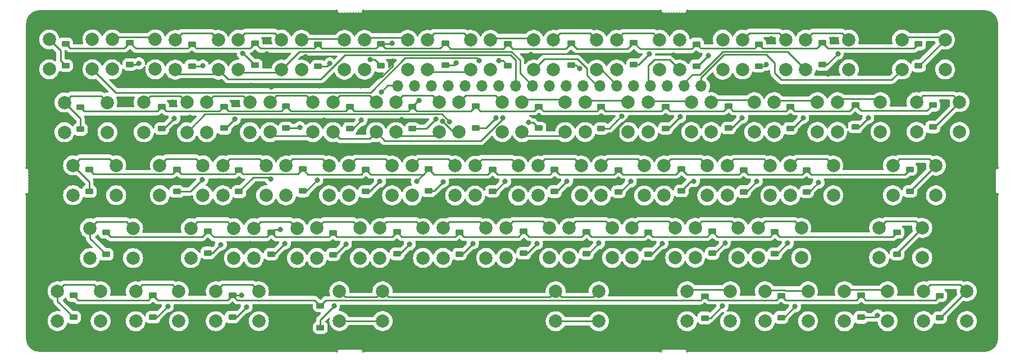
<source format=gbr>
%TF.GenerationSoftware,KiCad,Pcbnew,7.0.9*%
%TF.CreationDate,2024-12-06T21:36:11-05:00*%
%TF.ProjectId,panel,70616e65-6c2e-46b6-9963-61645f706362,rev?*%
%TF.SameCoordinates,Original*%
%TF.FileFunction,Copper,L2,Bot*%
%TF.FilePolarity,Positive*%
%FSLAX46Y46*%
G04 Gerber Fmt 4.6, Leading zero omitted, Abs format (unit mm)*
G04 Created by KiCad (PCBNEW 7.0.9) date 2024-12-06 21:36:11*
%MOMM*%
%LPD*%
G01*
G04 APERTURE LIST*
G04 Aperture macros list*
%AMRoundRect*
0 Rectangle with rounded corners*
0 $1 Rounding radius*
0 $2 $3 $4 $5 $6 $7 $8 $9 X,Y pos of 4 corners*
0 Add a 4 corners polygon primitive as box body*
4,1,4,$2,$3,$4,$5,$6,$7,$8,$9,$2,$3,0*
0 Add four circle primitives for the rounded corners*
1,1,$1+$1,$2,$3*
1,1,$1+$1,$4,$5*
1,1,$1+$1,$6,$7*
1,1,$1+$1,$8,$9*
0 Add four rect primitives between the rounded corners*
20,1,$1+$1,$2,$3,$4,$5,0*
20,1,$1+$1,$4,$5,$6,$7,0*
20,1,$1+$1,$6,$7,$8,$9,0*
20,1,$1+$1,$8,$9,$2,$3,0*%
G04 Aperture macros list end*
%TA.AperFunction,SMDPad,CuDef*%
%ADD10RoundRect,0.225000X-0.375000X0.225000X-0.375000X-0.225000X0.375000X-0.225000X0.375000X0.225000X0*%
%TD*%
%TA.AperFunction,ComponentPad*%
%ADD11C,2.000000*%
%TD*%
%TA.AperFunction,ComponentPad*%
%ADD12R,1.700000X1.700000*%
%TD*%
%TA.AperFunction,ComponentPad*%
%ADD13O,1.700000X1.700000*%
%TD*%
%TA.AperFunction,ViaPad*%
%ADD14C,0.800000*%
%TD*%
%TA.AperFunction,Conductor*%
%ADD15C,0.250000*%
%TD*%
G04 APERTURE END LIST*
D10*
%TO.P,D24,1,K*%
%TO.N,Board_0-/row3*%
X188099000Y-58424500D03*
%TO.P,D24,2,A*%
%TO.N,Board_0-Net-(D24-A)*%
X188099000Y-61724500D03*
%TD*%
%TO.P,D65,1,K*%
%TO.N,Board_0-/row4*%
X189058000Y-68028500D03*
%TO.P,D65,2,A*%
%TO.N,Board_0-Net-(D65-A)*%
X189058000Y-71328500D03*
%TD*%
%TO.P,D27,1,K*%
%TO.N,Board_0-/row2*%
X126459000Y-49046500D03*
%TO.P,D27,2,A*%
%TO.N,Board_0-Net-(D27-A)*%
X126459000Y-52346500D03*
%TD*%
%TO.P,D61,1,K*%
%TO.N,Board_0-/row0*%
X176287000Y-30094000D03*
%TO.P,D61,2,A*%
%TO.N,Board_0-Net-(D61-A)*%
X176287000Y-33394000D03*
%TD*%
%TO.P,D25,1,K*%
%TO.N,Board_0-/row0*%
X119242000Y-30132000D03*
%TO.P,D25,2,A*%
%TO.N,Board_0-Net-(D25-A)*%
X119242000Y-33432000D03*
%TD*%
%TO.P,D19,1,K*%
%TO.N,Board_0-/row0*%
X109791000Y-29967000D03*
%TO.P,D19,2,A*%
%TO.N,Board_0-Net-(D19-A)*%
X109791000Y-33267000D03*
%TD*%
%TO.P,D49,1,K*%
%TO.N,Board_0-/row0*%
X157441000Y-29953500D03*
%TO.P,D49,2,A*%
%TO.N,Board_0-Net-(D49-A)*%
X157441000Y-33253500D03*
%TD*%
%TO.P,D12,1,K*%
%TO.N,Board_0-/row4*%
X94381000Y-68003000D03*
%TO.P,D12,2,A*%
%TO.N,Board_0-Net-(D12-A)*%
X94381000Y-71303000D03*
%TD*%
%TO.P,D21,1,K*%
%TO.N,Board_0-/row2*%
X116924000Y-48960000D03*
%TO.P,D21,2,A*%
%TO.N,Board_0-Net-(D21-A)*%
X116924000Y-52260000D03*
%TD*%
%TO.P,D40,1,K*%
%TO.N,Board_0-/row3*%
X159722000Y-58412500D03*
%TO.P,D40,2,A*%
%TO.N,Board_0-Net-(D40-A)*%
X159722000Y-61712500D03*
%TD*%
%TO.P,D1,1,K*%
%TO.N,Board_0-/row4*%
X212949000Y-68062500D03*
%TO.P,D1,2,A*%
%TO.N,Board_0-Net-(D1-A)*%
X212949000Y-71362500D03*
%TD*%
%TO.P,D58,1,K*%
%TO.N,Board_0-/row3*%
X206539000Y-58499000D03*
%TO.P,D58,2,A*%
%TO.N,Board_0-Net-(D58-A)*%
X206539000Y-61799000D03*
%TD*%
%TO.P,D20,1,K*%
%TO.N,Board_0-/row1*%
X124057000Y-39511500D03*
%TO.P,D20,2,A*%
%TO.N,Board_0-Net-(D20-A)*%
X124057000Y-42811500D03*
%TD*%
%TO.P,D66,1,K*%
%TO.N,Board_0-/row4*%
X201125000Y-68021000D03*
%TO.P,D66,2,A*%
%TO.N,Board_0-Net-(D66-A)*%
X201125000Y-71321000D03*
%TD*%
%TO.P,D10,1,K*%
%TO.N,Board_0-/row2*%
X97965000Y-49027000D03*
%TO.P,D10,2,A*%
%TO.N,Board_0-Net-(D10-A)*%
X97965000Y-52327000D03*
%TD*%
%TO.P,D14,1,K*%
%TO.N,Board_0-/row1*%
X114438000Y-39478500D03*
%TO.P,D14,2,A*%
%TO.N,Board_0-Net-(D14-A)*%
X114438000Y-42778500D03*
%TD*%
%TO.P,D31,1,K*%
%TO.N,Board_0-/row0*%
X128694000Y-30075000D03*
%TO.P,D31,2,A*%
%TO.N,Board_0-Net-(D31-A)*%
X128694000Y-33375000D03*
%TD*%
%TO.P,D52,1,K*%
%TO.N,Board_0-/row3*%
X178677000Y-58358500D03*
%TO.P,D52,2,A*%
%TO.N,Board_0-Net-(D52-A)*%
X178677000Y-61658500D03*
%TD*%
%TO.P,D28,1,K*%
%TO.N,Board_0-/row3*%
X140559000Y-58492000D03*
%TO.P,D28,2,A*%
%TO.N,Board_0-Net-(D28-A)*%
X140559000Y-61792000D03*
%TD*%
%TO.P,D41,1,K*%
%TO.N,Board_0-/row4*%
X119610000Y-69581500D03*
%TO.P,D41,2,A*%
%TO.N,Board_0-Net-(D41-A)*%
X119610000Y-72881500D03*
%TD*%
%TO.P,D26,1,K*%
%TO.N,Board_0-/row1*%
X133507000Y-39546000D03*
%TO.P,D26,2,A*%
%TO.N,Board_0-Net-(D26-A)*%
X133507000Y-42846000D03*
%TD*%
%TO.P,D73,1,K*%
%TO.N,Board_0-/row1*%
X211915000Y-39308000D03*
%TO.P,D73,2,A*%
%TO.N,Board_0-Net-(D73-A)*%
X211915000Y-42608000D03*
%TD*%
%TO.P,D56,1,K*%
%TO.N,Board_0-/row1*%
X181121000Y-39457500D03*
%TO.P,D56,2,A*%
%TO.N,Board_0-Net-(D56-A)*%
X181121000Y-42757500D03*
%TD*%
%TO.P,D4,1,K*%
%TO.N,Board_0-/row2*%
X84791000Y-49034000D03*
%TO.P,D4,2,A*%
%TO.N,Board_0-Net-(D4-A)*%
X84791000Y-52334000D03*
%TD*%
%TO.P,D74,1,K*%
%TO.N,Board_0-/row2*%
X208476000Y-49014500D03*
%TO.P,D74,2,A*%
%TO.N,Board_0-Net-(D74-A)*%
X208476000Y-52314500D03*
%TD*%
%TO.P,D50,1,K*%
%TO.N,Board_0-/row1*%
X171670000Y-39512500D03*
%TO.P,D50,2,A*%
%TO.N,Board_0-Net-(D50-A)*%
X171670000Y-42812500D03*
%TD*%
%TO.P,D38,1,K*%
%TO.N,Board_0-/row1*%
X152553000Y-39490000D03*
%TO.P,D38,2,A*%
%TO.N,Board_0-Net-(D38-A)*%
X152553000Y-42790000D03*
%TD*%
%TO.P,D72,1,K*%
%TO.N,Board_0-/row0*%
X209779000Y-30075000D03*
%TO.P,D72,2,A*%
%TO.N,Board_0-Net-(D72-A)*%
X209779000Y-33375000D03*
%TD*%
%TO.P,D8,1,K*%
%TO.N,Board_0-/row0*%
X90905000Y-29877500D03*
%TO.P,D8,2,A*%
%TO.N,Board_0-Net-(D8-A)*%
X90905000Y-33177500D03*
%TD*%
%TO.P,D37,1,K*%
%TO.N,Board_0-/row0*%
X138431000Y-29953500D03*
%TO.P,D37,2,A*%
%TO.N,Board_0-Net-(D37-A)*%
X138431000Y-33253500D03*
%TD*%
%TO.P,D9,1,K*%
%TO.N,Board_0-/row1*%
X105080000Y-39490500D03*
%TO.P,D9,2,A*%
%TO.N,Board_0-Net-(D9-A)*%
X105080000Y-42790500D03*
%TD*%
%TO.P,D32,1,K*%
%TO.N,Board_0-/row1*%
X143000000Y-39441000D03*
%TO.P,D32,2,A*%
%TO.N,Board_0-Net-(D32-A)*%
X143000000Y-42741000D03*
%TD*%
%TO.P,D57,1,K*%
%TO.N,Board_0-/row2*%
X174006000Y-48940000D03*
%TO.P,D57,2,A*%
%TO.N,Board_0-Net-(D57-A)*%
X174006000Y-52240000D03*
%TD*%
%TO.P,D62,1,K*%
%TO.N,Board_0-/row1*%
X190440000Y-39525000D03*
%TO.P,D62,2,A*%
%TO.N,Board_0-Net-(D62-A)*%
X190440000Y-42825000D03*
%TD*%
%TO.P,D35,1,K*%
%TO.N,Board_0-/row1*%
X200239000Y-39293000D03*
%TO.P,D35,2,A*%
%TO.N,Board_0-Net-(D35-A)*%
X200239000Y-42593000D03*
%TD*%
%TO.P,D59,1,K*%
%TO.N,Board_0-/row4*%
X177536000Y-68112000D03*
%TO.P,D59,2,A*%
%TO.N,Board_0-Net-(D59-A)*%
X177536000Y-71412000D03*
%TD*%
%TO.P,D67,1,K*%
%TO.N,Board_0-/row0*%
X195296000Y-29896500D03*
%TO.P,D67,2,A*%
%TO.N,Board_0-Net-(D67-A)*%
X195296000Y-33196500D03*
%TD*%
%TO.P,D33,1,K*%
%TO.N,Board_0-/row2*%
X135933000Y-48940000D03*
%TO.P,D33,2,A*%
%TO.N,Board_0-Net-(D33-A)*%
X135933000Y-52240000D03*
%TD*%
%TO.P,D3,1,K*%
%TO.N,Board_0-/row1*%
X83437000Y-39657500D03*
%TO.P,D3,2,A*%
%TO.N,Board_0-Net-(D3-A)*%
X83437000Y-42957500D03*
%TD*%
%TO.P,D43,1,K*%
%TO.N,Board_0-/row0*%
X147882000Y-30060000D03*
%TO.P,D43,2,A*%
%TO.N,Board_0-Net-(D43-A)*%
X147882000Y-33360000D03*
%TD*%
%TO.P,D39,1,K*%
%TO.N,Board_0-/row2*%
X145546000Y-49016500D03*
%TO.P,D39,2,A*%
%TO.N,Board_0-Net-(D39-A)*%
X145546000Y-52316500D03*
%TD*%
%TO.P,D6,1,K*%
%TO.N,Board_0-/row4*%
X82416000Y-68021500D03*
%TO.P,D6,2,A*%
%TO.N,Board_0-Net-(D6-A)*%
X82416000Y-71321500D03*
%TD*%
%TO.P,D5,1,K*%
%TO.N,Board_0-/row3*%
X87299000Y-58509500D03*
%TO.P,D5,2,A*%
%TO.N,Board_0-Net-(D5-A)*%
X87299000Y-61809500D03*
%TD*%
%TO.P,D45,1,K*%
%TO.N,Board_0-/row2*%
X154904000Y-49043500D03*
%TO.P,D45,2,A*%
%TO.N,Board_0-Net-(D45-A)*%
X154904000Y-52343500D03*
%TD*%
%TO.P,D63,1,K*%
%TO.N,Board_0-/row2*%
X183388000Y-49061500D03*
%TO.P,D63,2,A*%
%TO.N,Board_0-Net-(D63-A)*%
X183388000Y-52361500D03*
%TD*%
%TO.P,D34,1,K*%
%TO.N,Board_0-/row3*%
X150271000Y-58336000D03*
%TO.P,D34,2,A*%
%TO.N,Board_0-Net-(D34-A)*%
X150271000Y-61636000D03*
%TD*%
%TO.P,D18,1,K*%
%TO.N,Board_0-/row2*%
X192887000Y-49068500D03*
%TO.P,D18,2,A*%
%TO.N,Board_0-Net-(D18-A)*%
X192887000Y-52368500D03*
%TD*%
%TO.P,D13,1,K*%
%TO.N,Board_0-/row0*%
X100247000Y-30094500D03*
%TO.P,D13,2,A*%
%TO.N,Board_0-Net-(D13-A)*%
X100247000Y-33394500D03*
%TD*%
%TO.P,D15,1,K*%
%TO.N,Board_0-/row2*%
X107331000Y-49057500D03*
%TO.P,D15,2,A*%
%TO.N,Board_0-Net-(D15-A)*%
X107331000Y-52357500D03*
%TD*%
%TO.P,D46,1,K*%
%TO.N,Board_0-/row3*%
X169033000Y-58460000D03*
%TO.P,D46,2,A*%
%TO.N,Board_0-Net-(D46-A)*%
X169033000Y-61760000D03*
%TD*%
%TO.P,D11,1,K*%
%TO.N,Board_0-/row3*%
X112195000Y-58499500D03*
%TO.P,D11,2,A*%
%TO.N,Board_0-Net-(D11-A)*%
X112195000Y-61799500D03*
%TD*%
%TO.P,D23,1,K*%
%TO.N,Board_0-/row3*%
X102658000Y-58303500D03*
%TO.P,D23,2,A*%
%TO.N,Board_0-Net-(D23-A)*%
X102658000Y-61603500D03*
%TD*%
%TO.P,D55,1,K*%
%TO.N,Board_0-/row0*%
X166837000Y-29877000D03*
%TO.P,D55,2,A*%
%TO.N,Board_0-Net-(D55-A)*%
X166837000Y-33177000D03*
%TD*%
%TO.P,D51,1,K*%
%TO.N,Board_0-/row2*%
X164556000Y-49071500D03*
%TO.P,D51,2,A*%
%TO.N,Board_0-Net-(D51-A)*%
X164556000Y-52371500D03*
%TD*%
%TO.P,D17,1,K*%
%TO.N,Board_0-/row4*%
X106334000Y-67971500D03*
%TO.P,D17,2,A*%
%TO.N,Board_0-Net-(D17-A)*%
X106334000Y-71271500D03*
%TD*%
%TO.P,D16,1,K*%
%TO.N,Board_0-/row3*%
X121506000Y-58546500D03*
%TO.P,D16,2,A*%
%TO.N,Board_0-Net-(D16-A)*%
X121506000Y-61846500D03*
%TD*%
%TO.P,D22,1,K*%
%TO.N,Board_0-/row3*%
X131154000Y-58448500D03*
%TO.P,D22,2,A*%
%TO.N,Board_0-Net-(D22-A)*%
X131154000Y-61748500D03*
%TD*%
%TO.P,D7,1,K*%
%TO.N,Board_0-/row1*%
X95684000Y-39545500D03*
%TO.P,D7,2,A*%
%TO.N,Board_0-Net-(D7-A)*%
X95684000Y-42845500D03*
%TD*%
%TO.P,D2,1,K*%
%TO.N,Board_0-/row0*%
X81199000Y-30044000D03*
%TO.P,D2,2,A*%
%TO.N,Board_0-Net-(D2-A)*%
X81199000Y-33344000D03*
%TD*%
%TO.P,D29,1,K*%
%TO.N,Board_0-/row0*%
X185673000Y-30114000D03*
%TO.P,D29,2,A*%
%TO.N,Board_0-Net-(D29-A)*%
X185673000Y-33414000D03*
%TD*%
%TO.P,D44,1,K*%
%TO.N,Board_0-/row1*%
X161945000Y-39532000D03*
%TO.P,D44,2,A*%
%TO.N,Board_0-Net-(D44-A)*%
X161945000Y-42832000D03*
%TD*%
D11*
%TO.P,SW63,1,1*%
%TO.N,Board_0-Net-(D63-A)*%
X180934000Y-48429000D03*
X187434000Y-48429000D03*
%TO.P,SW63,2,2*%
%TO.N,Board_0-/col10*%
X180934000Y-52929000D03*
X187434000Y-52929000D03*
%TD*%
%TO.P,SW11,1,1*%
%TO.N,Board_0-Net-(D11-A)*%
X109577000Y-57863000D03*
X116077000Y-57863000D03*
%TO.P,SW11,2,2*%
%TO.N,Board_0-/col2*%
X109577000Y-62363000D03*
X116077000Y-62363000D03*
%TD*%
%TO.P,SW43,1,1*%
%TO.N,Board_0-Net-(D43-A)*%
X145258000Y-29447000D03*
X151758000Y-29447000D03*
%TO.P,SW43,2,2*%
%TO.N,Board_0-/col7*%
X145258000Y-33947000D03*
X151758000Y-33947000D03*
%TD*%
%TO.P,SW66,1,1*%
%TO.N,Board_0-Net-(D66-A)*%
X198616000Y-67397000D03*
X205116000Y-67397000D03*
%TO.P,SW66,2,2*%
%TO.N,Board_0-/col11*%
X198616000Y-71897000D03*
X205116000Y-71897000D03*
%TD*%
%TO.P,SW14,1,1*%
%TO.N,Board_0-Net-(D14-A)*%
X112004000Y-38879000D03*
X118504000Y-38879000D03*
%TO.P,SW14,2,2*%
%TO.N,Board_0-/col3*%
X112004000Y-43379000D03*
X118504000Y-43379000D03*
%TD*%
%TO.P,SW4,1,1*%
%TO.N,Board_0-Net-(D4-A)*%
X82336000Y-48387000D03*
X88836000Y-48387000D03*
%TO.P,SW4,2,2*%
%TO.N,Board_0-/col0*%
X82336000Y-52887000D03*
X88836000Y-52887000D03*
%TD*%
%TO.P,SW33,1,1*%
%TO.N,Board_0-Net-(D33-A)*%
X133425000Y-48431000D03*
X139925000Y-48431000D03*
%TO.P,SW33,2,2*%
%TO.N,Board_0-/col5*%
X133425000Y-52931000D03*
X139925000Y-52931000D03*
%TD*%
%TO.P,SW17,1,1*%
%TO.N,Board_0-Net-(D17-A)*%
X103847000Y-67394000D03*
X110347000Y-67394000D03*
%TO.P,SW17,2,2*%
%TO.N,Board_0-/col2*%
X103847000Y-71894000D03*
X110347000Y-71894000D03*
%TD*%
%TO.P,SW32,1,1*%
%TO.N,Board_0-Net-(D32-A)*%
X140512000Y-38866000D03*
X147012000Y-38866000D03*
%TO.P,SW32,2,2*%
%TO.N,Board_0-/col6*%
X140512000Y-43366000D03*
X147012000Y-43366000D03*
%TD*%
%TO.P,SW22,1,1*%
%TO.N,Board_0-Net-(D22-A)*%
X128584000Y-57856000D03*
X135084000Y-57856000D03*
%TO.P,SW22,2,2*%
%TO.N,Board_0-/col4*%
X128584000Y-62356000D03*
X135084000Y-62356000D03*
%TD*%
%TO.P,SW39,1,1*%
%TO.N,Board_0-Net-(D39-A)*%
X142928000Y-48448000D03*
X149428000Y-48448000D03*
%TO.P,SW39,2,2*%
%TO.N,Board_0-/col6*%
X142928000Y-52948000D03*
X149428000Y-52948000D03*
%TD*%
%TO.P,SW30,1,1*%
%TO.N,Board_0-/col6*%
X128982000Y-71874000D03*
X122482000Y-71874000D03*
%TO.P,SW30,2,2*%
%TO.N,Board_0-Net-(D41-A)*%
X128982000Y-67374000D03*
X122482000Y-67374000D03*
%TD*%
%TO.P,SW56,1,1*%
%TO.N,Board_0-Net-(D56-A)*%
X178520000Y-38854000D03*
X185020000Y-38854000D03*
%TO.P,SW56,2,2*%
%TO.N,Board_0-/col10*%
X178520000Y-43354000D03*
X185020000Y-43354000D03*
%TD*%
%TO.P,SW44,1,1*%
%TO.N,Board_0-Net-(D44-A)*%
X159516000Y-38862000D03*
X166016000Y-38862000D03*
%TO.P,SW44,2,2*%
%TO.N,Board_0-/col8*%
X159516000Y-43362000D03*
X166016000Y-43362000D03*
%TD*%
%TO.P,SW15,1,1*%
%TO.N,Board_0-Net-(D15-A)*%
X104917000Y-48396000D03*
X111417000Y-48396000D03*
%TO.P,SW15,2,2*%
%TO.N,Board_0-/col2*%
X104917000Y-52896000D03*
X111417000Y-52896000D03*
%TD*%
%TO.P,SW9,1,1*%
%TO.N,Board_0-Net-(D9-A)*%
X102497000Y-38887000D03*
X108997000Y-38887000D03*
%TO.P,SW9,2,2*%
%TO.N,Board_0-/col2*%
X102497000Y-43387000D03*
X108997000Y-43387000D03*
%TD*%
%TO.P,SW29,1,1*%
%TO.N,Board_0-Net-(D29-A)*%
X183258000Y-29419000D03*
X189758000Y-29419000D03*
%TO.P,SW29,2,2*%
%TO.N,Board_0-/col11*%
X183258000Y-33919000D03*
X189758000Y-33919000D03*
%TD*%
%TO.P,SW26,1,1*%
%TO.N,Board_0-Net-(D26-A)*%
X131009000Y-38871000D03*
X137509000Y-38871000D03*
%TO.P,SW26,2,2*%
%TO.N,Board_0-/col5*%
X131009000Y-43371000D03*
X137509000Y-43371000D03*
%TD*%
%TO.P,SW74,1,1*%
%TO.N,Board_0-Net-(D74-A)*%
X205899000Y-48407000D03*
X212399000Y-48407000D03*
%TO.P,SW74,2,2*%
%TO.N,Board_0-/col12*%
X205899000Y-52907000D03*
X212399000Y-52907000D03*
%TD*%
%TO.P,SW21,1,1*%
%TO.N,Board_0-Net-(D21-A)*%
X114419000Y-48407000D03*
X120919000Y-48407000D03*
%TO.P,SW21,2,2*%
%TO.N,Board_0-/col3*%
X114419000Y-52907000D03*
X120919000Y-52907000D03*
%TD*%
%TO.P,SW7,1,1*%
%TO.N,Board_0-Net-(D7-A)*%
X92992000Y-38896000D03*
X99492000Y-38896000D03*
%TO.P,SW7,2,2*%
%TO.N,Board_0-/col1*%
X92992000Y-43396000D03*
X99492000Y-43396000D03*
%TD*%
%TO.P,SW57,1,1*%
%TO.N,Board_0-Net-(D57-A)*%
X171432000Y-48434000D03*
X177932000Y-48434000D03*
%TO.P,SW57,2,2*%
%TO.N,Board_0-/col9*%
X171432000Y-52934000D03*
X177932000Y-52934000D03*
%TD*%
%TO.P,SW55,1,1*%
%TO.N,Board_0-Net-(D55-A)*%
X164249000Y-29435000D03*
X170749000Y-29435000D03*
%TO.P,SW55,2,2*%
%TO.N,Board_0-/col9*%
X164249000Y-33935000D03*
X170749000Y-33935000D03*
%TD*%
%TO.P,SW45,1,1*%
%TO.N,Board_0-Net-(D45-A)*%
X152428000Y-48440000D03*
X158928000Y-48440000D03*
%TO.P,SW45,2,2*%
%TO.N,Board_0-/col7*%
X152428000Y-52940000D03*
X158928000Y-52940000D03*
%TD*%
%TO.P,SW8,1,1*%
%TO.N,Board_0-Net-(D8-A)*%
X88230000Y-29395000D03*
X94730000Y-29395000D03*
%TO.P,SW8,2,2*%
%TO.N,Board_0-/col1*%
X88230000Y-33895000D03*
X94730000Y-33895000D03*
%TD*%
%TO.P,SW59,1,1*%
%TO.N,Board_0-Net-(D59-A)*%
X174889000Y-67398000D03*
X181389000Y-67398000D03*
%TO.P,SW59,2,2*%
%TO.N,Board_0-/col9*%
X174889000Y-71898000D03*
X181389000Y-71898000D03*
%TD*%
%TO.P,SW12,1,1*%
%TO.N,Board_0-Net-(D12-A)*%
X91772000Y-67398000D03*
X98272000Y-67398000D03*
%TO.P,SW12,2,2*%
%TO.N,Board_0-/col1*%
X91772000Y-71898000D03*
X98272000Y-71898000D03*
%TD*%
%TO.P,SW3,1,1*%
%TO.N,Board_0-Net-(D3-A)*%
X81018000Y-38899000D03*
X87518000Y-38899000D03*
%TO.P,SW3,2,2*%
%TO.N,Board_0-/col0*%
X81018000Y-43399000D03*
X87518000Y-43399000D03*
%TD*%
%TO.P,SW65,1,1*%
%TO.N,Board_0-Net-(D65-A)*%
X186623000Y-67395000D03*
X193123000Y-67395000D03*
%TO.P,SW65,2,2*%
%TO.N,Board_0-/col10*%
X186623000Y-71895000D03*
X193123000Y-71895000D03*
%TD*%
%TO.P,SW41,1,1*%
%TO.N,Board_0-Net-(D41-A)*%
X155077000Y-67399000D03*
X161577000Y-67399000D03*
%TO.P,SW41,2,2*%
%TO.N,Board_0-/col6*%
X155077000Y-71899000D03*
X161577000Y-71899000D03*
%TD*%
%TO.P,SW31,1,1*%
%TO.N,Board_0-Net-(D31-A)*%
X126260000Y-29441000D03*
X132760000Y-29441000D03*
%TO.P,SW31,2,2*%
%TO.N,Board_0-/col5*%
X126260000Y-33941000D03*
X132760000Y-33941000D03*
%TD*%
D12*
%TO.P,J2,1,Pin_1*%
%TO.N,Board_0-GND*%
X179540000Y-36422000D03*
D13*
%TO.P,J2,2,Pin_2*%
%TO.N,Board_0-/col13*%
X177000000Y-36422000D03*
%TO.P,J2,3,Pin_3*%
%TO.N,Board_0-/col12*%
X174460000Y-36422000D03*
%TO.P,J2,4,Pin_4*%
%TO.N,Board_0-/col11*%
X171920000Y-36422000D03*
%TO.P,J2,5,Pin_5*%
%TO.N,Board_0-/col10*%
X169380000Y-36422000D03*
%TO.P,J2,6,Pin_6*%
%TO.N,Board_0-/col9*%
X166840000Y-36422000D03*
%TO.P,J2,7,Pin_7*%
%TO.N,Board_0-/col8*%
X164300000Y-36422000D03*
%TO.P,J2,8,Pin_8*%
%TO.N,Board_0-/col7*%
X161760000Y-36422000D03*
%TO.P,J2,9,Pin_9*%
%TO.N,Board_0-/col6*%
X159220000Y-36422000D03*
%TO.P,J2,10,Pin_10*%
%TO.N,Board_0-/col5*%
X156680000Y-36422000D03*
%TO.P,J2,11,Pin_11*%
%TO.N,Board_0-/col4*%
X154140000Y-36422000D03*
%TO.P,J2,12,Pin_12*%
%TO.N,Board_0-/col3*%
X151600000Y-36422000D03*
%TO.P,J2,13,Pin_13*%
%TO.N,Board_0-/col2*%
X149060000Y-36422000D03*
%TO.P,J2,14,Pin_14*%
%TO.N,Board_0-/col1*%
X146520000Y-36422000D03*
%TO.P,J2,15,Pin_15*%
%TO.N,Board_0-/col0*%
X143980000Y-36422000D03*
%TO.P,J2,16,Pin_16*%
%TO.N,Board_0-/row4*%
X141440000Y-36422000D03*
%TO.P,J2,17,Pin_17*%
%TO.N,Board_0-/row3*%
X138900000Y-36422000D03*
%TO.P,J2,18,Pin_18*%
%TO.N,Board_0-/row2*%
X136360000Y-36422000D03*
%TO.P,J2,19,Pin_19*%
%TO.N,Board_0-/row1*%
X133820000Y-36422000D03*
%TO.P,J2,20,Pin_20*%
%TO.N,Board_0-/row0*%
X131280000Y-36422000D03*
%TD*%
D11*
%TO.P,SW23,1,1*%
%TO.N,Board_0-Net-(D23-A)*%
X100076000Y-57869000D03*
X106576000Y-57869000D03*
%TO.P,SW23,2,2*%
%TO.N,Board_0-/col1*%
X100076000Y-62369000D03*
X106576000Y-62369000D03*
%TD*%
%TO.P,SW13,1,1*%
%TO.N,Board_0-Net-(D13-A)*%
X97737000Y-29440000D03*
X104237000Y-29440000D03*
%TO.P,SW13,2,2*%
%TO.N,Board_0-/col2*%
X97737000Y-33940000D03*
X104237000Y-33940000D03*
%TD*%
%TO.P,SW28,1,1*%
%TO.N,Board_0-Net-(D28-A)*%
X138085000Y-57856000D03*
X144585000Y-57856000D03*
%TO.P,SW28,2,2*%
%TO.N,Board_0-/col5*%
X138085000Y-62356000D03*
X144585000Y-62356000D03*
%TD*%
%TO.P,SW2,1,1*%
%TO.N,Board_0-Net-(D2-A)*%
X78743000Y-29392000D03*
X85243000Y-29392000D03*
%TO.P,SW2,2,2*%
%TO.N,Board_0-/col0*%
X78743000Y-33892000D03*
X85243000Y-33892000D03*
%TD*%
%TO.P,SW58,1,1*%
%TO.N,Board_0-Net-(D58-A)*%
X203831000Y-57819000D03*
X210331000Y-57819000D03*
%TO.P,SW58,2,2*%
%TO.N,Board_0-/col11*%
X203831000Y-62319000D03*
X210331000Y-62319000D03*
%TD*%
%TO.P,SW20,1,1*%
%TO.N,Board_0-Net-(D20-A)*%
X121506000Y-38874000D03*
X128006000Y-38874000D03*
%TO.P,SW20,2,2*%
%TO.N,Board_0-/col4*%
X121506000Y-43374000D03*
X128006000Y-43374000D03*
%TD*%
%TO.P,SW50,1,1*%
%TO.N,Board_0-Net-(D50-A)*%
X169020000Y-38857000D03*
X175520000Y-38857000D03*
%TO.P,SW50,2,2*%
%TO.N,Board_0-/col9*%
X169020000Y-43357000D03*
X175520000Y-43357000D03*
%TD*%
%TO.P,SW35,1,1*%
%TO.N,Board_0-Net-(D35-A)*%
X197529000Y-38838000D03*
X204029000Y-38838000D03*
%TO.P,SW35,2,2*%
%TO.N,Board_0-/col12*%
X197529000Y-43338000D03*
X204029000Y-43338000D03*
%TD*%
%TO.P,SW24,1,1*%
%TO.N,Board_0-Net-(D24-A)*%
X185597000Y-57827000D03*
X192097000Y-57827000D03*
%TO.P,SW24,2,2*%
%TO.N,Board_0-/col10*%
X185597000Y-62327000D03*
X192097000Y-62327000D03*
%TD*%
%TO.P,SW34,1,1*%
%TO.N,Board_0-Net-(D34-A)*%
X147587000Y-57845000D03*
X154087000Y-57845000D03*
%TO.P,SW34,2,2*%
%TO.N,Board_0-/col6*%
X147587000Y-62345000D03*
X154087000Y-62345000D03*
%TD*%
%TO.P,SW73,1,1*%
%TO.N,Board_0-Net-(D73-A)*%
X209458000Y-38833000D03*
X215958000Y-38833000D03*
%TO.P,SW73,2,2*%
%TO.N,Board_0-/col13*%
X209458000Y-43333000D03*
X215958000Y-43333000D03*
%TD*%
%TO.P,SW52,1,1*%
%TO.N,Board_0-Net-(D52-A)*%
X176096000Y-57822000D03*
X182596000Y-57822000D03*
%TO.P,SW52,2,2*%
%TO.N,Board_0-/col9*%
X176096000Y-62322000D03*
X182596000Y-62322000D03*
%TD*%
%TO.P,SW37,1,1*%
%TO.N,Board_0-Net-(D37-A)*%
X135750000Y-29439000D03*
X142250000Y-29439000D03*
%TO.P,SW37,2,2*%
%TO.N,Board_0-/col6*%
X135750000Y-33939000D03*
X142250000Y-33939000D03*
%TD*%
%TO.P,SW40,1,1*%
%TO.N,Board_0-Net-(D40-A)*%
X157089000Y-57839000D03*
X163589000Y-57839000D03*
%TO.P,SW40,2,2*%
%TO.N,Board_0-/col7*%
X157089000Y-62339000D03*
X163589000Y-62339000D03*
%TD*%
%TO.P,SW67,1,1*%
%TO.N,Board_0-Net-(D67-A)*%
X192765000Y-29416000D03*
X199265000Y-29416000D03*
%TO.P,SW67,2,2*%
%TO.N,Board_0-/col12*%
X192765000Y-33916000D03*
X199265000Y-33916000D03*
%TD*%
%TO.P,SW49,1,1*%
%TO.N,Board_0-Net-(D49-A)*%
X154757000Y-29449000D03*
X161257000Y-29449000D03*
%TO.P,SW49,2,2*%
%TO.N,Board_0-/col8*%
X154757000Y-33949000D03*
X161257000Y-33949000D03*
%TD*%
%TO.P,SW1,1,1*%
%TO.N,Board_0-Net-(D1-A)*%
X210545000Y-67383000D03*
X217045000Y-67383000D03*
%TO.P,SW1,2,2*%
%TO.N,Board_0-/col12*%
X210545000Y-71883000D03*
X217045000Y-71883000D03*
%TD*%
%TO.P,SW51,1,1*%
%TO.N,Board_0-Net-(D51-A)*%
X161928000Y-48440000D03*
X168428000Y-48440000D03*
%TO.P,SW51,2,2*%
%TO.N,Board_0-/col8*%
X161928000Y-52940000D03*
X168428000Y-52940000D03*
%TD*%
%TO.P,SW18,1,1*%
%TO.N,Board_0-Net-(D18-A)*%
X190437000Y-48425000D03*
X196937000Y-48425000D03*
%TO.P,SW18,2,2*%
%TO.N,Board_0-/col11*%
X190437000Y-52925000D03*
X196937000Y-52925000D03*
%TD*%
%TO.P,SW72,1,1*%
%TO.N,Board_0-Net-(D72-A)*%
X207276000Y-29417000D03*
X213776000Y-29417000D03*
%TO.P,SW72,2,2*%
%TO.N,Board_0-/col13*%
X207276000Y-33917000D03*
X213776000Y-33917000D03*
%TD*%
%TO.P,SW5,1,1*%
%TO.N,Board_0-Net-(D5-A)*%
X84881000Y-57871000D03*
X91381000Y-57871000D03*
%TO.P,SW5,2,2*%
%TO.N,Board_0-/col0*%
X84881000Y-62371000D03*
X91381000Y-62371000D03*
%TD*%
%TO.P,SW6,1,1*%
%TO.N,Board_0-Net-(D6-A)*%
X79991000Y-67369000D03*
X86491000Y-67369000D03*
%TO.P,SW6,2,2*%
%TO.N,Board_0-/col0*%
X79991000Y-71869000D03*
X86491000Y-71869000D03*
%TD*%
%TO.P,SW25,1,1*%
%TO.N,Board_0-Net-(D25-A)*%
X116747000Y-29439000D03*
X123247000Y-29439000D03*
%TO.P,SW25,2,2*%
%TO.N,Board_0-/col4*%
X116747000Y-33939000D03*
X123247000Y-33939000D03*
%TD*%
%TO.P,SW38,1,1*%
%TO.N,Board_0-Net-(D38-A)*%
X150013000Y-38864000D03*
X156513000Y-38864000D03*
%TO.P,SW38,2,2*%
%TO.N,Board_0-/col7*%
X150013000Y-43364000D03*
X156513000Y-43364000D03*
%TD*%
%TO.P,SW27,1,1*%
%TO.N,Board_0-Net-(D27-A)*%
X123921000Y-48421000D03*
X130421000Y-48421000D03*
%TO.P,SW27,2,2*%
%TO.N,Board_0-/col4*%
X123921000Y-52921000D03*
X130421000Y-52921000D03*
%TD*%
%TO.P,SW19,1,1*%
%TO.N,Board_0-Net-(D19-A)*%
X107253000Y-29428000D03*
X113753000Y-29428000D03*
%TO.P,SW19,2,2*%
%TO.N,Board_0-/col3*%
X107253000Y-33928000D03*
X113753000Y-33928000D03*
%TD*%
%TO.P,SW10,1,1*%
%TO.N,Board_0-Net-(D10-A)*%
X95406000Y-48379000D03*
X101906000Y-48379000D03*
%TO.P,SW10,2,2*%
%TO.N,Board_0-/col1*%
X95406000Y-52879000D03*
X101906000Y-52879000D03*
%TD*%
%TO.P,SW61,1,1*%
%TO.N,Board_0-Net-(D61-A)*%
X173755000Y-29427000D03*
X180255000Y-29427000D03*
%TO.P,SW61,2,2*%
%TO.N,Board_0-/col10*%
X173755000Y-33927000D03*
X180255000Y-33927000D03*
%TD*%
%TO.P,SW46,1,1*%
%TO.N,Board_0-Net-(D46-A)*%
X166594000Y-57831000D03*
X173094000Y-57831000D03*
%TO.P,SW46,2,2*%
%TO.N,Board_0-/col8*%
X166594000Y-62331000D03*
X173094000Y-62331000D03*
%TD*%
%TO.P,SW16,1,1*%
%TO.N,Board_0-Net-(D16-A)*%
X119084000Y-57858000D03*
X125584000Y-57858000D03*
%TO.P,SW16,2,2*%
%TO.N,Board_0-/col3*%
X119084000Y-62358000D03*
X125584000Y-62358000D03*
%TD*%
%TO.P,SW62,1,1*%
%TO.N,Board_0-Net-(D62-A)*%
X188024000Y-38847000D03*
X194524000Y-38847000D03*
%TO.P,SW62,2,2*%
%TO.N,Board_0-/col11*%
X188024000Y-43347000D03*
X194524000Y-43347000D03*
%TD*%
D14*
%TO.N,Board_0-Net-(D9-A)*%
X106698000Y-41434000D03*
%TO.N,Board_0-Net-(D8-A)*%
X92268000Y-33014000D03*
%TO.N,Board_0-Net-(D7-A)*%
X97602000Y-41287000D03*
%TO.N,Board_0-Net-(D67-A)*%
X197608000Y-31547000D03*
%TO.N,Board_0-Net-(D66-A)*%
X203585000Y-71002000D03*
%TO.N,Board_0-Net-(D65-A)*%
X191128000Y-69700000D03*
%TO.N,Board_0-Net-(D63-A)*%
X185371000Y-50797000D03*
%TO.N,Board_0-Net-(D62-A)*%
X192371000Y-41238000D03*
%TO.N,Board_0-Net-(D61-A)*%
X178080000Y-31788000D03*
%TO.N,Board_0-Net-(D59-A)*%
X180213000Y-69607000D03*
%TO.N,Board_0-Net-(D57-A)*%
X175908000Y-50773000D03*
%TO.N,Board_0-Net-(D56-A)*%
X183198000Y-41190000D03*
%TO.N,Board_0-Net-(D55-A)*%
X169166000Y-31571500D03*
%TO.N,Board_0-Net-(D52-A)*%
X180591000Y-60091000D03*
%TO.N,Board_0-Net-(D51-A)*%
X166398000Y-50821000D03*
%TO.N,Board_0-Net-(D50-A)*%
X173832000Y-41094000D03*
%TO.N,Board_0-Net-(D49-A)*%
X158658000Y-33771500D03*
%TO.N,Board_0-Net-(D46-A)*%
X171153000Y-60163000D03*
%TO.N,Board_0-Net-(D45-A)*%
X156790000Y-50773000D03*
%TO.N,Board_0-Net-(D44-A)*%
X165048500Y-40933000D03*
%TO.N,Board_0-Net-(D43-A)*%
X146539000Y-32626000D03*
%TO.N,Board_0-Net-(D41-A)*%
X121667000Y-69617000D03*
%TO.N,Board_0-Net-(D40-A)*%
X161594000Y-60139000D03*
%TO.N,Board_0-Net-(D39-A)*%
X147449000Y-50821000D03*
%TO.N,Board_0-Net-(D38-A)*%
X151002997Y-41941997D03*
%TO.N,Board_0-Net-(D37-A)*%
X140098500Y-32910500D03*
%TO.N,Board_0-Net-(D35-A)*%
X202195000Y-41238000D03*
%TO.N,Board_0-Net-(D34-A)*%
X152252000Y-60211000D03*
%TO.N,Board_0-Net-(D33-A)*%
X138107000Y-50870000D03*
%TO.N,Board_0-Net-(D32-A)*%
X146061755Y-41238500D03*
%TO.N,Board_0-Net-(D31-A)*%
X127123000Y-32460500D03*
%TO.N,Board_0-Net-(D29-A)*%
X186835000Y-33194500D03*
%TO.N,Board_0-Net-(D28-A)*%
X142597000Y-60163000D03*
%TO.N,Board_0-Net-(D27-A)*%
X128572000Y-50821000D03*
%TO.N,Board_0-Net-(D26-A)*%
X137016000Y-41395500D03*
%TO.N,Board_0-Net-(D25-A)*%
X121030201Y-33014201D03*
%TO.N,Board_0-Net-(D24-A)*%
X190053000Y-60139000D03*
%TO.N,Board_0-Net-(D23-A)*%
X104603000Y-60356000D03*
%TO.N,Board_0-Net-(D22-A)*%
X133062000Y-60308000D03*
%TO.N,Board_0-Net-(D21-A)*%
X119134000Y-50604000D03*
%TO.N,Board_0-Net-(D20-A)*%
X125799000Y-41556000D03*
%TO.N,Board_0-Net-(D19-A)*%
X107914000Y-31489500D03*
%TO.N,Board_0-Net-(D18-A)*%
X194688000Y-50990000D03*
%TO.N,Board_0-Net-(D17-A)*%
X108489000Y-69746000D03*
%TO.N,Board_0-Net-(D16-A)*%
X123455000Y-60260000D03*
%TO.N,Board_0-Net-(D15-A)*%
X112110000Y-50456500D03*
%TO.N,Board_0-Net-(D14-A)*%
X116510000Y-42654500D03*
%TO.N,Board_0-Net-(D13-A)*%
X101874000Y-33343000D03*
%TO.N,Board_0-Net-(D12-A)*%
X96613000Y-69650000D03*
%TO.N,Board_0-Net-(D11-A)*%
X114258000Y-60187000D03*
%TO.N,Board_0-Net-(D10-A)*%
X101836000Y-50507000D03*
%TO.N,Board_0-GND*%
X163261000Y-41436000D03*
X117476000Y-60430000D03*
X102419000Y-36085000D03*
X151344000Y-31664000D03*
X128334000Y-35083000D03*
X104309000Y-50729000D03*
X120144000Y-41525000D03*
X186179000Y-41313000D03*
X144166000Y-60191000D03*
X107071000Y-60234000D03*
X119519000Y-36409000D03*
X89480000Y-38911000D03*
X196486000Y-36609000D03*
X125706000Y-55568000D03*
X164555000Y-55335000D03*
X140341000Y-46055000D03*
X147326000Y-54337000D03*
X166467000Y-41396000D03*
X107428000Y-45733000D03*
X191980000Y-27095000D03*
X114333000Y-31988000D03*
X159965000Y-46055000D03*
X102805000Y-45602000D03*
X155064000Y-41576000D03*
X137713000Y-45689000D03*
X188769000Y-46088000D03*
X183447000Y-55368000D03*
X172808000Y-31714000D03*
X140241000Y-50678000D03*
X111325000Y-29525000D03*
X109017000Y-60225000D03*
X151350000Y-45589000D03*
X107180000Y-55035000D03*
X105653000Y-31988000D03*
X99961000Y-41111000D03*
X130461000Y-32714000D03*
X196095000Y-34655000D03*
X131593000Y-45822000D03*
X99918000Y-45703000D03*
X131804000Y-51117000D03*
X169145000Y-45589000D03*
X109142000Y-36276000D03*
X109823000Y-64787000D03*
X112193000Y-36530000D03*
X102865000Y-55453000D03*
X117381000Y-32008000D03*
X187606000Y-29262000D03*
X154710000Y-55235000D03*
X97272000Y-38851000D03*
X174001000Y-55834000D03*
X135851000Y-55268000D03*
X122812000Y-45705000D03*
X187173000Y-36509000D03*
X162768000Y-31927000D03*
X150286000Y-50845000D03*
X116992000Y-55401000D03*
X177688000Y-29403000D03*
X200544000Y-47552000D03*
X113765000Y-45822000D03*
X196938000Y-29342000D03*
X131847000Y-41501000D03*
X111567000Y-31584000D03*
X125670000Y-36388000D03*
X106738000Y-38992000D03*
X178990000Y-45556000D03*
%TO.N,Board_0-/row4*%
X107749000Y-67959000D03*
%TO.N,Board_0-/row3*%
X113562000Y-58074000D03*
%TO.N,Board_0-/row2*%
X134154000Y-50831000D03*
%TO.N,Board_0-/row1*%
X134452000Y-38628000D03*
%TO.N,Board_0-/row0*%
X128780500Y-37289000D03*
X130428000Y-29975000D03*
%TO.N,Board_0-/col6*%
X138012000Y-41758000D03*
%TO.N,Board_0-/col4*%
X147136000Y-41219000D03*
%TO.N,Board_0-/col1*%
X139055299Y-41776701D03*
%TO.N,Board_0-/col0*%
X143549000Y-32559000D03*
%TD*%
D15*
%TO.N,Board_0-Net-(D9-A)*%
X103497000Y-37887000D02*
X107997000Y-37887000D01*
X102497000Y-38887000D02*
X103497000Y-37887000D01*
X105341500Y-42790500D02*
X105080000Y-42790500D01*
X106698000Y-41434000D02*
X105341500Y-42790500D01*
X107997000Y-37887000D02*
X108997000Y-38887000D01*
%TO.N,Board_0-Net-(D8-A)*%
X92268000Y-33014000D02*
X92104500Y-33177500D01*
X92104500Y-33177500D02*
X90905000Y-33177500D01*
X88582000Y-29043000D02*
X94378000Y-29043000D01*
X94378000Y-29043000D02*
X94730000Y-29395000D01*
X88230000Y-29395000D02*
X88582000Y-29043000D01*
%TO.N,Board_0-Net-(D74-A)*%
X208491500Y-52314500D02*
X212399000Y-48407000D01*
X205899000Y-48407000D02*
X206899000Y-47407000D01*
X206899000Y-47407000D02*
X211399000Y-47407000D01*
X211399000Y-47407000D02*
X212399000Y-48407000D01*
X208476000Y-52314500D02*
X208491500Y-52314500D01*
%TO.N,Board_0-Net-(D73-A)*%
X212183000Y-42608000D02*
X215958000Y-38833000D01*
X214958000Y-37833000D02*
X215958000Y-38833000D01*
X211915000Y-42608000D02*
X212183000Y-42608000D01*
X210458000Y-37833000D02*
X214958000Y-37833000D01*
X209458000Y-38833000D02*
X210458000Y-37833000D01*
%TO.N,Board_0-Net-(D72-A)*%
X209818000Y-33375000D02*
X213776000Y-29417000D01*
X213396000Y-29037000D02*
X213776000Y-29417000D01*
X207656000Y-29037000D02*
X213396000Y-29037000D01*
X209779000Y-33375000D02*
X209818000Y-33375000D01*
X207276000Y-29417000D02*
X207656000Y-29037000D01*
%TO.N,Board_0-Net-(D7-A)*%
X93992000Y-37896000D02*
X98492000Y-37896000D01*
X98492000Y-37896000D02*
X99492000Y-38896000D01*
X96043500Y-42845500D02*
X97602000Y-41287000D01*
X92992000Y-38896000D02*
X93992000Y-37896000D01*
X95684000Y-42845500D02*
X96043500Y-42845500D01*
%TO.N,Board_0-Net-(D67-A)*%
X195958500Y-33196500D02*
X197608000Y-31547000D01*
X195296000Y-33196500D02*
X195958500Y-33196500D01*
X192765000Y-29416000D02*
X193765000Y-28416000D01*
X198265000Y-28416000D02*
X199265000Y-29416000D01*
X193765000Y-28416000D02*
X198265000Y-28416000D01*
%TO.N,Board_0-Net-(D66-A)*%
X203266000Y-71321000D02*
X201125000Y-71321000D01*
X198882000Y-67131000D02*
X198616000Y-67397000D01*
X205116000Y-67397000D02*
X204850000Y-67131000D01*
X204850000Y-67131000D02*
X198882000Y-67131000D01*
X203585000Y-71002000D02*
X203266000Y-71321000D01*
%TO.N,Board_0-Net-(D65-A)*%
X186764500Y-67253500D02*
X189667052Y-67253500D01*
X186623000Y-67395000D02*
X186764500Y-67253500D01*
X189667052Y-67253500D02*
X189675552Y-67262000D01*
X189675552Y-67262000D02*
X192990000Y-67262000D01*
X189058000Y-71328500D02*
X189499500Y-71328500D01*
X192990000Y-67262000D02*
X193123000Y-67395000D01*
X189499500Y-71328500D02*
X191128000Y-69700000D01*
%TO.N,Board_0-Net-(D63-A)*%
X183388000Y-52361500D02*
X183806500Y-52361500D01*
X183806500Y-52361500D02*
X185371000Y-50797000D01*
X186434000Y-47429000D02*
X187434000Y-48429000D01*
X180934000Y-48429000D02*
X181934000Y-47429000D01*
X181934000Y-47429000D02*
X186434000Y-47429000D01*
%TO.N,Board_0-Net-(D62-A)*%
X190440000Y-42825000D02*
X190784000Y-42825000D01*
X194524000Y-38847000D02*
X194274000Y-38597000D01*
X194274000Y-38597000D02*
X188274000Y-38597000D01*
X188274000Y-38597000D02*
X188024000Y-38847000D01*
X190784000Y-42825000D02*
X192371000Y-41238000D01*
%TO.N,Board_0-Net-(D61-A)*%
X176287000Y-33394000D02*
X176474000Y-33394000D01*
X179968000Y-29140000D02*
X180255000Y-29427000D01*
X176474000Y-33394000D02*
X178080000Y-31788000D01*
X173755000Y-29427000D02*
X174042000Y-29140000D01*
%TO.N,Board_0-Net-(D6-A)*%
X85491000Y-66369000D02*
X80991000Y-66369000D01*
X79991000Y-67369000D02*
X79991000Y-68896500D01*
X80991000Y-66369000D02*
X79991000Y-67369000D01*
X86491000Y-67369000D02*
X85491000Y-66369000D01*
X79991000Y-68896500D02*
X82416000Y-71321500D01*
%TO.N,Board_0-Net-(D59-A)*%
X175164000Y-67123000D02*
X174889000Y-67398000D01*
X181114000Y-67123000D02*
X175164000Y-67123000D01*
X181389000Y-67398000D02*
X181114000Y-67123000D01*
X177536000Y-71412000D02*
X178408000Y-71412000D01*
X178408000Y-71412000D02*
X180213000Y-69607000D01*
%TO.N,Board_0-Net-(D58-A)*%
X206539000Y-61799000D02*
X206539000Y-61611000D01*
X209331000Y-56819000D02*
X210331000Y-57819000D01*
X204831000Y-56819000D02*
X209331000Y-56819000D01*
X206539000Y-61611000D02*
X210331000Y-57819000D01*
X203831000Y-57819000D02*
X204831000Y-56819000D01*
%TO.N,Board_0-Net-(D57-A)*%
X174006000Y-52240000D02*
X175473000Y-50773000D01*
X175473000Y-50773000D02*
X175908000Y-50773000D01*
X176932000Y-47434000D02*
X172432000Y-47434000D01*
X172432000Y-47434000D02*
X171432000Y-48434000D01*
X177932000Y-48434000D02*
X176932000Y-47434000D01*
%TO.N,Board_0-Net-(D56-A)*%
X181630500Y-42757500D02*
X183198000Y-41190000D01*
X181121000Y-42757500D02*
X181630500Y-42757500D01*
X178885000Y-38489000D02*
X178520000Y-38854000D01*
X185020000Y-38854000D02*
X184655000Y-38489000D01*
X184655000Y-38489000D02*
X178885000Y-38489000D01*
%TO.N,Board_0-Net-(D55-A)*%
X169749000Y-28435000D02*
X170749000Y-29435000D01*
X167560500Y-33177000D02*
X166837000Y-33177000D01*
X165249000Y-28435000D02*
X169749000Y-28435000D01*
X164249000Y-29435000D02*
X165249000Y-28435000D01*
X169166000Y-31571500D02*
X167560500Y-33177000D01*
%TO.N,Board_0-Net-(D52-A)*%
X176096000Y-57822000D02*
X177096000Y-56822000D01*
X179023500Y-61658500D02*
X180591000Y-60091000D01*
X178677000Y-61658500D02*
X179023500Y-61658500D01*
X181596000Y-56822000D02*
X182596000Y-57822000D01*
X177096000Y-56822000D02*
X181596000Y-56822000D01*
%TO.N,Board_0-Net-(D51-A)*%
X167428000Y-47440000D02*
X162928000Y-47440000D01*
X164847500Y-52371500D02*
X166398000Y-50821000D01*
X164556000Y-52371500D02*
X164847500Y-52371500D01*
X162928000Y-47440000D02*
X161928000Y-48440000D01*
X168428000Y-48440000D02*
X167428000Y-47440000D01*
%TO.N,Board_0-Net-(D50-A)*%
X171670000Y-42812500D02*
X172113500Y-42812500D01*
X172113500Y-42812500D02*
X173832000Y-41094000D01*
X175341000Y-38678000D02*
X169199000Y-38678000D01*
X175520000Y-38857000D02*
X175341000Y-38678000D01*
X169199000Y-38678000D02*
X169020000Y-38857000D01*
%TO.N,Board_0-Net-(D5-A)*%
X84881000Y-59391500D02*
X87299000Y-61809500D01*
X85881000Y-56871000D02*
X90381000Y-56871000D01*
X90381000Y-56871000D02*
X91381000Y-57871000D01*
X84881000Y-57871000D02*
X85881000Y-56871000D01*
X84881000Y-57871000D02*
X84881000Y-59391500D01*
%TO.N,Board_0-Net-(D49-A)*%
X158140000Y-33253500D02*
X157441000Y-33253500D01*
X160257000Y-28449000D02*
X161257000Y-29449000D01*
X158658000Y-33771500D02*
X158140000Y-33253500D01*
X154757000Y-29449000D02*
X155757000Y-28449000D01*
X155757000Y-28449000D02*
X160257000Y-28449000D01*
%TO.N,Board_0-Net-(D46-A)*%
X173094000Y-57831000D02*
X172094000Y-56831000D01*
X167594000Y-56831000D02*
X166594000Y-57831000D01*
X169556000Y-61760000D02*
X171153000Y-60163000D01*
X172094000Y-56831000D02*
X167594000Y-56831000D01*
X169033000Y-61760000D02*
X169556000Y-61760000D01*
%TO.N,Board_0-Net-(D45-A)*%
X157928000Y-47440000D02*
X153428000Y-47440000D01*
X155219500Y-52343500D02*
X156790000Y-50773000D01*
X158928000Y-48440000D02*
X157928000Y-47440000D01*
X154904000Y-52343500D02*
X155219500Y-52343500D01*
X153428000Y-47440000D02*
X152428000Y-48440000D01*
%TO.N,Board_0-Net-(D44-A)*%
X165048500Y-40933000D02*
X164320000Y-41661500D01*
X159736000Y-38642000D02*
X159516000Y-38862000D01*
X165796000Y-38642000D02*
X159736000Y-38642000D01*
X164320000Y-41661500D02*
X164320000Y-41688305D01*
X164320000Y-41688305D02*
X163176305Y-42832000D01*
X166016000Y-38862000D02*
X165796000Y-38642000D01*
X163176305Y-42832000D02*
X161945000Y-42832000D01*
%TO.N,Board_0-Net-(D43-A)*%
X146539000Y-32626000D02*
X147148000Y-32626000D01*
X151477000Y-29166000D02*
X151758000Y-29447000D01*
X145258000Y-29447000D02*
X145539000Y-29166000D01*
X147148000Y-32626000D02*
X147882000Y-33360000D01*
X145539000Y-29166000D02*
X151477000Y-29166000D01*
%TO.N,Board_0-Net-(D41-A)*%
X129881000Y-68273000D02*
X128982000Y-67374000D01*
X155951000Y-68273000D02*
X160703000Y-68273000D01*
X155077000Y-67399000D02*
X154203000Y-68273000D01*
X122482000Y-67374000D02*
X123381000Y-68273000D01*
X123381000Y-68273000D02*
X128083000Y-68273000D01*
X119610000Y-72881500D02*
X119610000Y-71674000D01*
X154203000Y-68273000D02*
X129881000Y-68273000D01*
X128083000Y-68273000D02*
X128982000Y-67374000D01*
X160703000Y-68273000D02*
X161577000Y-67399000D01*
X119610000Y-71674000D02*
X121667000Y-69617000D01*
X155077000Y-67399000D02*
X155951000Y-68273000D01*
%TO.N,Board_0-Net-(D40-A)*%
X159722000Y-61712500D02*
X160020500Y-61712500D01*
X163589000Y-57839000D02*
X162589000Y-56839000D01*
X160020500Y-61712500D02*
X161594000Y-60139000D01*
X158089000Y-56839000D02*
X157089000Y-57839000D01*
X162589000Y-56839000D02*
X158089000Y-56839000D01*
%TO.N,Board_0-Net-(D4-A)*%
X82336000Y-48387000D02*
X83336000Y-47387000D01*
X84791000Y-52334000D02*
X84791000Y-50842000D01*
X83336000Y-47387000D02*
X87836000Y-47387000D01*
X84791000Y-50842000D02*
X82336000Y-48387000D01*
X87836000Y-47387000D02*
X88836000Y-48387000D01*
%TO.N,Board_0-Net-(D39-A)*%
X148428000Y-47448000D02*
X143928000Y-47448000D01*
X145953500Y-52316500D02*
X147449000Y-50821000D01*
X145546000Y-52316500D02*
X145953500Y-52316500D01*
X149428000Y-48448000D02*
X148428000Y-47448000D01*
X143928000Y-47448000D02*
X142928000Y-48448000D01*
%TO.N,Board_0-Net-(D38-A)*%
X151002997Y-41941997D02*
X151704997Y-41941997D01*
X151704997Y-41941997D02*
X152553000Y-42790000D01*
X156513000Y-38864000D02*
X156112000Y-38463000D01*
X150414000Y-38463000D02*
X150013000Y-38864000D01*
X156112000Y-38463000D02*
X150414000Y-38463000D01*
%TO.N,Board_0-Net-(D37-A)*%
X142250000Y-29439000D02*
X141250000Y-28439000D01*
X141250000Y-28439000D02*
X136750000Y-28439000D01*
X140098500Y-32910500D02*
X139755500Y-33253500D01*
X139755500Y-33253500D02*
X138431000Y-33253500D01*
X136750000Y-28439000D02*
X135750000Y-29439000D01*
%TO.N,Board_0-Net-(D35-A)*%
X200840000Y-42593000D02*
X202195000Y-41238000D01*
X203559000Y-38368000D02*
X204029000Y-38838000D01*
X200239000Y-42593000D02*
X200840000Y-42593000D01*
X197529000Y-38838000D02*
X197999000Y-38368000D01*
X197999000Y-38368000D02*
X203559000Y-38368000D01*
%TO.N,Board_0-Net-(D34-A)*%
X153087000Y-56845000D02*
X154087000Y-57845000D01*
X150271000Y-61636000D02*
X150827000Y-61636000D01*
X148587000Y-56845000D02*
X153087000Y-56845000D01*
X150827000Y-61636000D02*
X152252000Y-60211000D01*
X147587000Y-57845000D02*
X148587000Y-56845000D01*
%TO.N,Board_0-Net-(D33-A)*%
X136737000Y-52240000D02*
X138107000Y-50870000D01*
X139925000Y-48431000D02*
X138925000Y-47431000D01*
X134425000Y-47431000D02*
X133425000Y-48431000D01*
X135933000Y-52240000D02*
X136737000Y-52240000D01*
X138925000Y-47431000D02*
X134425000Y-47431000D01*
%TO.N,Board_0-Net-(D32-A)*%
X146012000Y-37866000D02*
X141512000Y-37866000D01*
X141512000Y-37866000D02*
X140512000Y-38866000D01*
X144559255Y-42741000D02*
X143000000Y-42741000D01*
X146061755Y-41238500D02*
X144559255Y-42741000D01*
X147012000Y-38866000D02*
X146012000Y-37866000D01*
%TO.N,Board_0-Net-(D31-A)*%
X132396000Y-29077000D02*
X132760000Y-29441000D01*
X127779500Y-32460500D02*
X128694000Y-33375000D01*
X127123000Y-32460500D02*
X127779500Y-32460500D01*
X126624000Y-29077000D02*
X132396000Y-29077000D01*
X126260000Y-29441000D02*
X126624000Y-29077000D01*
%TO.N,Board_0-Net-(D3-A)*%
X81018000Y-38899000D02*
X82018000Y-37899000D01*
X83437000Y-41318000D02*
X81018000Y-38899000D01*
X83437000Y-42957500D02*
X83437000Y-41318000D01*
X82018000Y-37899000D02*
X86518000Y-37899000D01*
X86518000Y-37899000D02*
X87518000Y-38899000D01*
%TO.N,Board_0-Net-(D29-A)*%
X183258000Y-29419000D02*
X184258000Y-28419000D01*
X188758000Y-28419000D02*
X189758000Y-29419000D01*
X186835000Y-33194500D02*
X186615500Y-33414000D01*
X184258000Y-28419000D02*
X188758000Y-28419000D01*
X186615500Y-33414000D02*
X185673000Y-33414000D01*
%TO.N,Board_0-Net-(D28-A)*%
X140968000Y-61792000D02*
X142597000Y-60163000D01*
X138085000Y-57856000D02*
X139085000Y-56856000D01*
X139085000Y-56856000D02*
X143585000Y-56856000D01*
X143585000Y-56856000D02*
X144585000Y-57856000D01*
X140559000Y-61792000D02*
X140968000Y-61792000D01*
%TO.N,Board_0-Net-(D27-A)*%
X124921000Y-47421000D02*
X123921000Y-48421000D01*
X129421000Y-47421000D02*
X124921000Y-47421000D01*
X130421000Y-48421000D02*
X129421000Y-47421000D01*
X126459000Y-52346500D02*
X127046500Y-52346500D01*
X127046500Y-52346500D02*
X128572000Y-50821000D01*
%TO.N,Board_0-Net-(D26-A)*%
X132009000Y-37871000D02*
X136509000Y-37871000D01*
X135565500Y-42846000D02*
X133507000Y-42846000D01*
X137016000Y-41395500D02*
X135565500Y-42846000D01*
X131009000Y-38871000D02*
X132009000Y-37871000D01*
X136509000Y-37871000D02*
X137509000Y-38871000D01*
%TO.N,Board_0-Net-(D25-A)*%
X116887000Y-29299000D02*
X116747000Y-29439000D01*
X123247000Y-29439000D02*
X123107000Y-29299000D01*
X123107000Y-29299000D02*
X116887000Y-29299000D01*
X121030201Y-33014201D02*
X120612402Y-33432000D01*
X120612402Y-33432000D02*
X119242000Y-33432000D01*
%TO.N,Board_0-Net-(D24-A)*%
X186597000Y-56827000D02*
X191097000Y-56827000D01*
X188099000Y-61724500D02*
X188467500Y-61724500D01*
X188467500Y-61724500D02*
X190053000Y-60139000D01*
X191097000Y-56827000D02*
X192097000Y-57827000D01*
X185597000Y-57827000D02*
X186597000Y-56827000D01*
%TO.N,Board_0-Net-(D23-A)*%
X101076000Y-56869000D02*
X105576000Y-56869000D01*
X100076000Y-57869000D02*
X101076000Y-56869000D01*
X102658000Y-61603500D02*
X103355500Y-61603500D01*
X103355500Y-61603500D02*
X104603000Y-60356000D01*
X105576000Y-56869000D02*
X106576000Y-57869000D01*
%TO.N,Board_0-Net-(D22-A)*%
X131154000Y-61748500D02*
X131621500Y-61748500D01*
X131621500Y-61748500D02*
X133062000Y-60308000D01*
X128584000Y-57856000D02*
X129584000Y-56856000D01*
X134084000Y-56856000D02*
X135084000Y-57856000D01*
X129584000Y-56856000D02*
X134084000Y-56856000D01*
%TO.N,Board_0-Net-(D21-A)*%
X117478000Y-52260000D02*
X119134000Y-50604000D01*
X114419000Y-48407000D02*
X115419000Y-47407000D01*
X119919000Y-47407000D02*
X120919000Y-48407000D01*
X115419000Y-47407000D02*
X119919000Y-47407000D01*
X116924000Y-52260000D02*
X117478000Y-52260000D01*
%TO.N,Board_0-Net-(D20-A)*%
X124543500Y-42811500D02*
X124057000Y-42811500D01*
X125799000Y-41556000D02*
X124543500Y-42811500D01*
X127006000Y-37874000D02*
X128006000Y-38874000D01*
X121506000Y-38874000D02*
X122506000Y-37874000D01*
X122506000Y-37874000D02*
X127006000Y-37874000D01*
%TO.N,Board_0-Net-(D2-A)*%
X80422000Y-32567000D02*
X80422000Y-31071000D01*
X81199000Y-33344000D02*
X80422000Y-32567000D01*
X80422000Y-31071000D02*
X78743000Y-29392000D01*
X81199000Y-33344000D02*
X81514000Y-33344000D01*
%TO.N,Board_0-Net-(D19-A)*%
X107914000Y-31489500D02*
X108013500Y-31489500D01*
X113753000Y-29428000D02*
X112753000Y-28428000D01*
X108013500Y-31489500D02*
X109791000Y-33267000D01*
X108253000Y-28428000D02*
X107253000Y-29428000D01*
X112753000Y-28428000D02*
X108253000Y-28428000D01*
%TO.N,Board_0-Net-(D18-A)*%
X192887000Y-52368500D02*
X193309500Y-52368500D01*
X193309500Y-52368500D02*
X194688000Y-50990000D01*
X190437000Y-48425000D02*
X191437000Y-47425000D01*
X191437000Y-47425000D02*
X195937000Y-47425000D01*
X195937000Y-47425000D02*
X196937000Y-48425000D01*
%TO.N,Board_0-Net-(D17-A)*%
X109347000Y-66394000D02*
X110347000Y-67394000D01*
X103847000Y-67394000D02*
X104847000Y-66394000D01*
X106334000Y-71271500D02*
X106963500Y-71271500D01*
X106963500Y-71271500D02*
X108489000Y-69746000D01*
X104847000Y-66394000D02*
X109347000Y-66394000D01*
%TO.N,Board_0-Net-(D16-A)*%
X124584000Y-56858000D02*
X125584000Y-57858000D01*
X120084000Y-56858000D02*
X124584000Y-56858000D01*
X121868500Y-61846500D02*
X123455000Y-60260000D01*
X119084000Y-57858000D02*
X120084000Y-56858000D01*
X121506000Y-61846500D02*
X121868500Y-61846500D01*
%TO.N,Board_0-Net-(D15-A)*%
X111835500Y-50182000D02*
X109506500Y-50182000D01*
X104917000Y-48396000D02*
X105917000Y-47396000D01*
X109506500Y-50182000D02*
X107331000Y-52357500D01*
X112110000Y-50456500D02*
X111835500Y-50182000D01*
X105917000Y-47396000D02*
X110417000Y-47396000D01*
X110417000Y-47396000D02*
X111417000Y-48396000D01*
%TO.N,Board_0-Net-(D14-A)*%
X112004000Y-38879000D02*
X113004000Y-37879000D01*
X116510000Y-42654500D02*
X116386000Y-42778500D01*
X116386000Y-42778500D02*
X114438000Y-42778500D01*
X117504000Y-37879000D02*
X118504000Y-38879000D01*
X113004000Y-37879000D02*
X117504000Y-37879000D01*
%TO.N,Board_0-Net-(D13-A)*%
X101822500Y-33394500D02*
X100247000Y-33394500D01*
X98737000Y-28440000D02*
X97737000Y-29440000D01*
X104237000Y-29440000D02*
X103237000Y-28440000D01*
X103237000Y-28440000D02*
X98737000Y-28440000D01*
X101874000Y-33343000D02*
X101822500Y-33394500D01*
%TO.N,Board_0-Net-(D12-A)*%
X94381000Y-71303000D02*
X94960000Y-71303000D01*
X92772000Y-66398000D02*
X91772000Y-67398000D01*
X98272000Y-67398000D02*
X97272000Y-66398000D01*
X97272000Y-66398000D02*
X92772000Y-66398000D01*
X94960000Y-71303000D02*
X96613000Y-69650000D01*
%TO.N,Board_0-Net-(D11-A)*%
X109577000Y-57863000D02*
X110577000Y-56863000D01*
X115077000Y-56863000D02*
X116077000Y-57863000D01*
X112195000Y-61799500D02*
X112645500Y-61799500D01*
X112645500Y-61799500D02*
X114258000Y-60187000D01*
X110577000Y-56863000D02*
X115077000Y-56863000D01*
%TO.N,Board_0-Net-(D10-A)*%
X101836000Y-50507000D02*
X100016000Y-52327000D01*
X100906000Y-47379000D02*
X101906000Y-48379000D01*
X100016000Y-52327000D02*
X97965000Y-52327000D01*
X96406000Y-47379000D02*
X100906000Y-47379000D01*
X95406000Y-48379000D02*
X96406000Y-47379000D01*
%TO.N,Board_0-Net-(D1-A)*%
X210545000Y-67383000D02*
X211545000Y-66383000D01*
X213065500Y-71362500D02*
X217045000Y-67383000D01*
X216045000Y-66383000D02*
X217045000Y-67383000D01*
X211545000Y-66383000D02*
X216045000Y-66383000D01*
X212949000Y-71362500D02*
X213065500Y-71362500D01*
%TO.N,Board_0-GND*%
X164556000Y-42634000D02*
X165794000Y-41396000D01*
X169145000Y-45589000D02*
X165991000Y-45589000D01*
X130461000Y-32714000D02*
X130461000Y-33467000D01*
X119519000Y-36409000D02*
X119540000Y-36388000D01*
X164556000Y-44154000D02*
X164556000Y-42634000D01*
X119540000Y-36388000D02*
X125670000Y-36388000D01*
X125670000Y-36388000D02*
X127029000Y-36388000D01*
X165991000Y-45589000D02*
X164556000Y-44154000D01*
X127029000Y-36388000D02*
X128334000Y-35083000D01*
X128845000Y-35083000D02*
X128334000Y-35083000D01*
X165794000Y-41396000D02*
X166467000Y-41396000D01*
X130461000Y-33467000D02*
X128845000Y-35083000D01*
%TO.N,Board_0-/row4*%
X119610000Y-69581500D02*
X118751500Y-68723000D01*
X107749000Y-67959000D02*
X106346500Y-67959000D01*
X106346500Y-67959000D02*
X106334000Y-67971500D01*
X177536000Y-68112000D02*
X178147000Y-68723000D01*
X201826000Y-68722000D02*
X212289500Y-68722000D01*
X105582500Y-68723000D02*
X106334000Y-67971500D01*
X107085500Y-68723000D02*
X106334000Y-67971500D01*
X189751500Y-68722000D02*
X200424000Y-68722000D01*
X95101000Y-68723000D02*
X105582500Y-68723000D01*
X177536000Y-68112000D02*
X176888000Y-68760000D01*
X83117500Y-68723000D02*
X82416000Y-68021500D01*
X188363500Y-68723000D02*
X189058000Y-68028500D01*
X94381000Y-68003000D02*
X95101000Y-68723000D01*
X118751500Y-68723000D02*
X107085500Y-68723000D01*
X212289500Y-68722000D02*
X212949000Y-68062500D01*
X178147000Y-68723000D02*
X188363500Y-68723000D01*
X189058000Y-68028500D02*
X189751500Y-68722000D01*
X201125000Y-68021000D02*
X201826000Y-68722000D01*
X120431500Y-68760000D02*
X119610000Y-69581500D01*
X176888000Y-68760000D02*
X120431500Y-68760000D01*
X94381000Y-68003000D02*
X93661000Y-68723000D01*
X93661000Y-68723000D02*
X83117500Y-68723000D01*
X200424000Y-68722000D02*
X201125000Y-68021000D01*
%TO.N,Board_0-/row3*%
X177879500Y-59156000D02*
X178677000Y-58358500D01*
X169729000Y-59156000D02*
X177879500Y-59156000D01*
X159722000Y-58412500D02*
X160473500Y-59164000D01*
X158964500Y-59170000D02*
X159722000Y-58412500D01*
X112195000Y-58499500D02*
X112883500Y-59188000D01*
X121506000Y-58546500D02*
X122142500Y-59183000D01*
X101765500Y-59196000D02*
X102658000Y-58303500D01*
X87299000Y-58509500D02*
X87985500Y-59196000D01*
X168329000Y-59164000D02*
X169033000Y-58460000D01*
X188099000Y-58424500D02*
X188826500Y-59152000D01*
X113562000Y-58074000D02*
X112620500Y-58074000D01*
X140559000Y-58492000D02*
X141248000Y-59181000D01*
X160473500Y-59164000D02*
X168329000Y-59164000D01*
X178677000Y-58358500D02*
X179470500Y-59152000D01*
X111500500Y-59194000D02*
X112195000Y-58499500D01*
X150271000Y-58336000D02*
X151105000Y-59170000D01*
X87985500Y-59196000D02*
X101765500Y-59196000D01*
X179470500Y-59152000D02*
X187371500Y-59152000D01*
X149426000Y-59181000D02*
X150271000Y-58336000D01*
X120864500Y-59188000D02*
X121506000Y-58546500D01*
X139870000Y-59181000D02*
X140559000Y-58492000D01*
X141248000Y-59181000D02*
X149426000Y-59181000D01*
X103548500Y-59194000D02*
X111500500Y-59194000D01*
X131886500Y-59181000D02*
X139870000Y-59181000D01*
X130419500Y-59183000D02*
X131154000Y-58448500D01*
X102658000Y-58303500D02*
X103548500Y-59194000D01*
X131154000Y-58448500D02*
X131886500Y-59181000D01*
X151105000Y-59170000D02*
X158964500Y-59170000D01*
X122142500Y-59183000D02*
X130419500Y-59183000D01*
X188826500Y-59152000D02*
X205886000Y-59152000D01*
X112620500Y-58074000D02*
X112195000Y-58499500D01*
X169033000Y-58460000D02*
X169729000Y-59156000D01*
X112883500Y-59188000D02*
X120864500Y-59188000D01*
X205886000Y-59152000D02*
X206539000Y-58499000D01*
X187371500Y-59152000D02*
X188099000Y-58424500D01*
%TO.N,Board_0-/row2*%
X135933000Y-48940000D02*
X136766000Y-49773000D01*
X154174500Y-49773000D02*
X154904000Y-49043500D01*
X134154000Y-50831000D02*
X134154000Y-50719000D01*
X182690500Y-49759000D02*
X183388000Y-49061500D01*
X84791000Y-49034000D02*
X85469000Y-49712000D01*
X174006000Y-48940000D02*
X174825000Y-49759000D01*
X192201500Y-49754000D02*
X192887000Y-49068500D01*
X136766000Y-49773000D02*
X144789500Y-49773000D01*
X97280000Y-49712000D02*
X97965000Y-49027000D01*
X97965000Y-49027000D02*
X98659000Y-49721000D01*
X183388000Y-49061500D02*
X184080500Y-49754000D01*
X163862500Y-49765000D02*
X164556000Y-49071500D01*
X165249500Y-49765000D02*
X173181000Y-49765000D01*
X126459000Y-49046500D02*
X127168500Y-49756000D01*
X106667500Y-49721000D02*
X107331000Y-49057500D01*
X108005500Y-49732000D02*
X116152000Y-49732000D01*
X174825000Y-49759000D02*
X182690500Y-49759000D01*
X164556000Y-49071500D02*
X165249500Y-49765000D01*
X107331000Y-49057500D02*
X108005500Y-49732000D01*
X184080500Y-49754000D02*
X192201500Y-49754000D01*
X146302500Y-49773000D02*
X154174500Y-49773000D01*
X117710000Y-49746000D02*
X125759500Y-49746000D01*
X192887000Y-49068500D02*
X193568500Y-49750000D01*
X144789500Y-49773000D02*
X145546000Y-49016500D01*
X116924000Y-48960000D02*
X117710000Y-49746000D01*
X125759500Y-49746000D02*
X126459000Y-49046500D01*
X173181000Y-49765000D02*
X174006000Y-48940000D01*
X207740500Y-49750000D02*
X208476000Y-49014500D01*
X155625500Y-49765000D02*
X163862500Y-49765000D01*
X154904000Y-49043500D02*
X155625500Y-49765000D01*
X135117000Y-49756000D02*
X135933000Y-48940000D01*
X85469000Y-49712000D02*
X97280000Y-49712000D01*
X145546000Y-49016500D02*
X146302500Y-49773000D01*
X127168500Y-49756000D02*
X135117000Y-49756000D01*
X98659000Y-49721000D02*
X106667500Y-49721000D01*
X193568500Y-49750000D02*
X207740500Y-49750000D01*
X134154000Y-50719000D02*
X135117000Y-49756000D01*
X116152000Y-49732000D02*
X116924000Y-48960000D01*
%TO.N,Board_0-/row1*%
X114438000Y-39478500D02*
X115163500Y-40204000D01*
X124744500Y-40199000D02*
X132854000Y-40199000D01*
X95005500Y-40224000D02*
X95684000Y-39545500D01*
X190440000Y-39525000D02*
X191087000Y-40172000D01*
X132854000Y-40199000D02*
X133507000Y-39546000D01*
X134157000Y-40196000D02*
X142245000Y-40196000D01*
X96359500Y-40221000D02*
X104349500Y-40221000D01*
X124057000Y-39511500D02*
X124744500Y-40199000D01*
X211060000Y-40163000D02*
X211915000Y-39308000D01*
X181121000Y-39457500D02*
X181842500Y-40179000D01*
X113704500Y-40212000D02*
X114438000Y-39478500D01*
X133507000Y-39546000D02*
X134157000Y-40196000D01*
X189786000Y-40179000D02*
X190440000Y-39525000D01*
X105801500Y-40212000D02*
X113704500Y-40212000D01*
X162600000Y-40187000D02*
X170995500Y-40187000D01*
X95684000Y-39545500D02*
X96359500Y-40221000D01*
X105080000Y-39490500D02*
X105801500Y-40212000D01*
X201109000Y-40163000D02*
X211060000Y-40163000D01*
X143750000Y-40191000D02*
X151852000Y-40191000D01*
X191087000Y-40172000D02*
X199360000Y-40172000D01*
X199360000Y-40172000D02*
X200239000Y-39293000D01*
X134452000Y-38628000D02*
X134425000Y-38628000D01*
X115163500Y-40204000D02*
X123364500Y-40204000D01*
X170995500Y-40187000D02*
X171670000Y-39512500D01*
X83437000Y-39657500D02*
X84003500Y-40224000D01*
X181842500Y-40179000D02*
X189786000Y-40179000D01*
X161945000Y-39532000D02*
X162600000Y-40187000D01*
X151852000Y-40191000D02*
X152553000Y-39490000D01*
X134425000Y-38628000D02*
X133507000Y-39546000D01*
X153252000Y-40189000D02*
X161288000Y-40189000D01*
X123364500Y-40204000D02*
X124057000Y-39511500D01*
X143000000Y-39441000D02*
X143750000Y-40191000D01*
X152553000Y-39490000D02*
X153252000Y-40189000D01*
X84003500Y-40224000D02*
X95005500Y-40224000D01*
X172339500Y-40182000D02*
X180396500Y-40182000D01*
X142245000Y-40196000D02*
X143000000Y-39441000D01*
X171670000Y-39512500D02*
X172339500Y-40182000D01*
X180396500Y-40182000D02*
X181121000Y-39457500D01*
X200239000Y-39293000D02*
X201109000Y-40163000D01*
X161288000Y-40189000D02*
X161945000Y-39532000D01*
X104349500Y-40221000D02*
X105080000Y-39490500D01*
%TO.N,Board_0-/row0*%
X128694000Y-30075000D02*
X130328000Y-30075000D01*
X209112000Y-30742000D02*
X209779000Y-30075000D01*
X90062500Y-30720000D02*
X90905000Y-29877500D01*
X165894000Y-30820000D02*
X166837000Y-29877000D01*
X91792500Y-30765000D02*
X99576500Y-30765000D01*
X129385000Y-30766000D02*
X137618500Y-30766000D01*
X147170000Y-30772000D02*
X147882000Y-30060000D01*
X138431000Y-29953500D02*
X139249500Y-30772000D01*
X176287000Y-30094000D02*
X176945000Y-30752000D01*
X90905000Y-29877500D02*
X91792500Y-30765000D01*
X157441000Y-29953500D02*
X158307500Y-30820000D01*
X166837000Y-29877000D02*
X167807000Y-30847000D01*
X128694000Y-30075000D02*
X129385000Y-30766000D01*
X175534000Y-30847000D02*
X176287000Y-30094000D01*
X130328000Y-30075000D02*
X130428000Y-29975000D01*
X100247000Y-30094500D02*
X100917500Y-30765000D01*
X128003000Y-30766000D02*
X128694000Y-30075000D01*
X156556500Y-30838000D02*
X157441000Y-29953500D01*
X185035000Y-30752000D02*
X185673000Y-30114000D01*
X167807000Y-30847000D02*
X175534000Y-30847000D01*
X128780500Y-37289000D02*
X129774500Y-36295000D01*
X81199000Y-30044000D02*
X81875000Y-30720000D01*
X109791000Y-29967000D02*
X110588000Y-30764000D01*
X185673000Y-30114000D02*
X186303000Y-30744000D01*
X139249500Y-30772000D02*
X147170000Y-30772000D01*
X108993000Y-30765000D02*
X109791000Y-29967000D01*
X147882000Y-30060000D02*
X148660000Y-30838000D01*
X158307500Y-30820000D02*
X165894000Y-30820000D01*
X99576500Y-30765000D02*
X100247000Y-30094500D01*
X118610000Y-30764000D02*
X119242000Y-30132000D01*
X137618500Y-30766000D02*
X138431000Y-29953500D01*
X110588000Y-30764000D02*
X118610000Y-30764000D01*
X194448500Y-30744000D02*
X195296000Y-29896500D01*
X119242000Y-30132000D02*
X119876000Y-30766000D01*
X81875000Y-30720000D02*
X90062500Y-30720000D01*
X119876000Y-30766000D02*
X128003000Y-30766000D01*
X186303000Y-30744000D02*
X194448500Y-30744000D01*
X195296000Y-29896500D02*
X196141500Y-30742000D01*
X129774500Y-36295000D02*
X131304000Y-36295000D01*
X148660000Y-30838000D02*
X156556500Y-30838000D01*
X176945000Y-30752000D02*
X185035000Y-30752000D01*
X100917500Y-30765000D02*
X108993000Y-30765000D01*
X196141500Y-30742000D02*
X209112000Y-30742000D01*
%TO.N,Board_0-/col8*%
X164324000Y-36295000D02*
X161978000Y-33949000D01*
X160954000Y-34252000D02*
X161257000Y-33949000D01*
X161978000Y-33949000D02*
X161257000Y-33949000D01*
X154757000Y-33949000D02*
X155060000Y-34252000D01*
%TO.N,Board_0-/col7*%
X145258000Y-33947000D02*
X145567000Y-34256000D01*
X150551000Y-43902000D02*
X155975000Y-43902000D01*
X153333000Y-32372000D02*
X151758000Y-33947000D01*
X158346000Y-32372000D02*
X153333000Y-32372000D01*
X150013000Y-43364000D02*
X150551000Y-43902000D01*
X151449000Y-34256000D02*
X151758000Y-33947000D01*
X159774000Y-34819000D02*
X159774000Y-33800000D01*
X155975000Y-43902000D02*
X156513000Y-43364000D01*
X161784000Y-36295000D02*
X161250000Y-36295000D01*
X161250000Y-36295000D02*
X159774000Y-34819000D01*
X159774000Y-33800000D02*
X158346000Y-32372000D01*
%TO.N,Board_0-/col6*%
X146668000Y-43710000D02*
X147012000Y-43366000D01*
X135750000Y-33939000D02*
X136114000Y-34303000D01*
X136114000Y-34303000D02*
X141886000Y-34303000D01*
X128982000Y-71874000D02*
X122482000Y-71874000D01*
X141886000Y-34303000D02*
X142250000Y-33939000D01*
X155077000Y-71899000D02*
X161577000Y-71899000D01*
X139620000Y-43366000D02*
X140512000Y-43366000D01*
X140512000Y-43366000D02*
X140856000Y-43710000D01*
X138012000Y-41758000D02*
X139620000Y-43366000D01*
%TO.N,Board_0-/col5*%
X136910000Y-43970000D02*
X137509000Y-43371000D01*
X131608000Y-43970000D02*
X136910000Y-43970000D01*
X131009000Y-43371000D02*
X131608000Y-43970000D01*
%TO.N,Board_0-/col4*%
X121506000Y-43374000D02*
X122506000Y-44374000D01*
X127006000Y-44374000D02*
X128006000Y-43374000D01*
X147136000Y-41219000D02*
X147136000Y-41368167D01*
X122506000Y-44374000D02*
X127006000Y-44374000D01*
X143808167Y-44696000D02*
X129328000Y-44696000D01*
X147136000Y-41368167D02*
X143808167Y-44696000D01*
X129328000Y-44696000D02*
X128006000Y-43374000D01*
%TO.N,Board_0-/col3*%
X151624000Y-36295000D02*
X151505000Y-36295000D01*
X113280000Y-34401000D02*
X113753000Y-33928000D01*
X107253000Y-33928000D02*
X107726000Y-34401000D01*
X149688000Y-34478000D02*
X149688000Y-32513000D01*
X112597000Y-43972000D02*
X117911000Y-43972000D01*
X117911000Y-43972000D02*
X118504000Y-43379000D01*
X107726000Y-34401000D02*
X113280000Y-34401000D01*
X148397000Y-31222000D02*
X137810896Y-31222000D01*
X116465000Y-31216000D02*
X113753000Y-33928000D01*
X151505000Y-36295000D02*
X149688000Y-34478000D01*
X149688000Y-32513000D02*
X148397000Y-31222000D01*
X112004000Y-43379000D02*
X112597000Y-43972000D01*
X137810896Y-31222000D02*
X137804896Y-31216000D01*
X137804896Y-31216000D02*
X116465000Y-31216000D01*
%TO.N,Board_0-/col2*%
X97737000Y-33940000D02*
X98427000Y-34630000D01*
X105678000Y-35381000D02*
X104237000Y-33940000D01*
X149084000Y-32545396D02*
X148274604Y-31736000D01*
X103547000Y-34630000D02*
X104237000Y-33940000D01*
X148274604Y-31736000D02*
X123333000Y-31736000D01*
X123333000Y-31736000D02*
X119688000Y-35381000D01*
X98427000Y-34630000D02*
X103547000Y-34630000D01*
X149084000Y-36295000D02*
X149084000Y-32545396D01*
X119688000Y-35381000D02*
X105678000Y-35381000D01*
%TO.N,Board_0-/col13*%
X188064000Y-34471000D02*
X189070000Y-35477000D01*
X188064000Y-32910000D02*
X188064000Y-34471000D01*
X186806000Y-31652000D02*
X188064000Y-32910000D01*
X177024000Y-35092919D02*
X180464919Y-31652000D01*
X189070000Y-35477000D02*
X205716000Y-35477000D01*
X205716000Y-35477000D02*
X207276000Y-33917000D01*
X177024000Y-36295000D02*
X177024000Y-35092919D01*
X180464919Y-31652000D02*
X186806000Y-31652000D01*
%TO.N,Board_0-/col12*%
X180278523Y-31202000D02*
X190051000Y-31202000D01*
X176811523Y-34669000D02*
X180278523Y-31202000D01*
X175677000Y-34669000D02*
X176811523Y-34669000D01*
X190051000Y-31202000D02*
X192765000Y-33916000D01*
X174484000Y-36295000D02*
X174484000Y-35862000D01*
X174484000Y-35862000D02*
X175677000Y-34669000D01*
%TO.N,Board_0-/col10*%
X169404000Y-36295000D02*
X169034000Y-35925000D01*
X169034000Y-35925000D02*
X169034000Y-33330000D01*
X169034000Y-33330000D02*
X169923000Y-32441000D01*
X169923000Y-32441000D02*
X172269000Y-32441000D01*
X172269000Y-32441000D02*
X173755000Y-33927000D01*
%TO.N,Board_0-/col1*%
X102217000Y-40671000D02*
X99492000Y-43396000D01*
X139055299Y-41776701D02*
X137949598Y-40671000D01*
X137949598Y-40671000D02*
X102217000Y-40671000D01*
%TO.N,Board_0-/col0*%
X127175396Y-37389000D02*
X88740000Y-37389000D01*
X143176000Y-32186000D02*
X132378396Y-32186000D01*
X132378396Y-32186000D02*
X127175396Y-37389000D01*
X143549000Y-32559000D02*
X143176000Y-32186000D01*
X88740000Y-37389000D02*
X85243000Y-33892000D01*
%TD*%
%TA.AperFunction,Conductor*%
%TO.N,Board_0-GND*%
G36*
X107412585Y-50027684D02*
G01*
X107433227Y-50044318D01*
X107504697Y-50115788D01*
X107514522Y-50128051D01*
X107514743Y-50127869D01*
X107519714Y-50133878D01*
X107538882Y-50151877D01*
X107570135Y-50181226D01*
X107591029Y-50202120D01*
X107596511Y-50206373D01*
X107600943Y-50210157D01*
X107634918Y-50242062D01*
X107652476Y-50251714D01*
X107668733Y-50262393D01*
X107684564Y-50274673D01*
X107701898Y-50282174D01*
X107727333Y-50293182D01*
X107732577Y-50295750D01*
X107773408Y-50318197D01*
X107781140Y-50320182D01*
X107792805Y-50323177D01*
X107811219Y-50329481D01*
X107829604Y-50337438D01*
X107875657Y-50344732D01*
X107881326Y-50345906D01*
X107926481Y-50357500D01*
X107946516Y-50357500D01*
X107965913Y-50359026D01*
X107985696Y-50362160D01*
X108032084Y-50357775D01*
X108037922Y-50357500D01*
X108147048Y-50357500D01*
X108214087Y-50377185D01*
X108259842Y-50429989D01*
X108269786Y-50499147D01*
X108240761Y-50562703D01*
X108234734Y-50569175D01*
X108098828Y-50705081D01*
X107433226Y-51370681D01*
X107371903Y-51404166D01*
X107345545Y-51407000D01*
X106907662Y-51407000D01*
X106907644Y-51407001D01*
X106808292Y-51417150D01*
X106808289Y-51417151D01*
X106647305Y-51470496D01*
X106647294Y-51470501D01*
X106502959Y-51559529D01*
X106502955Y-51559532D01*
X106383032Y-51679455D01*
X106383029Y-51679459D01*
X106294001Y-51823794D01*
X106293997Y-51823803D01*
X106274359Y-51883067D01*
X106234586Y-51940512D01*
X106170070Y-51967334D01*
X106101294Y-51955019D01*
X106065423Y-51928045D01*
X105936744Y-51788262D01*
X105740509Y-51635526D01*
X105740507Y-51635525D01*
X105740506Y-51635524D01*
X105521811Y-51517172D01*
X105521802Y-51517169D01*
X105286616Y-51436429D01*
X105041335Y-51395500D01*
X104792665Y-51395500D01*
X104547383Y-51436429D01*
X104312197Y-51517169D01*
X104312188Y-51517172D01*
X104093493Y-51635524D01*
X103897257Y-51788261D01*
X103728833Y-51971217D01*
X103592827Y-52179391D01*
X103528784Y-52325395D01*
X103483827Y-52378880D01*
X103417091Y-52399570D01*
X103349764Y-52380895D01*
X103303220Y-52328785D01*
X103301672Y-52325394D01*
X103230173Y-52162393D01*
X103094166Y-51954217D01*
X103032555Y-51887290D01*
X102925744Y-51771262D01*
X102729509Y-51618526D01*
X102729507Y-51618525D01*
X102729506Y-51618524D01*
X102510811Y-51500172D01*
X102510802Y-51500169D01*
X102390165Y-51458754D01*
X102333150Y-51418369D01*
X102307019Y-51353569D01*
X102320070Y-51284929D01*
X102357539Y-51241158D01*
X102441871Y-51179888D01*
X102568533Y-51039216D01*
X102663179Y-50875284D01*
X102721674Y-50695256D01*
X102741460Y-50507000D01*
X102738986Y-50483459D01*
X102751556Y-50414731D01*
X102799288Y-50363707D01*
X102862307Y-50346500D01*
X106584757Y-50346500D01*
X106600377Y-50348224D01*
X106600404Y-50347939D01*
X106608160Y-50348671D01*
X106608167Y-50348673D01*
X106677314Y-50346500D01*
X106706850Y-50346500D01*
X106713728Y-50345630D01*
X106719541Y-50345172D01*
X106766127Y-50343709D01*
X106785369Y-50338117D01*
X106804412Y-50334174D01*
X106824292Y-50331664D01*
X106867622Y-50314507D01*
X106873146Y-50312617D01*
X106878082Y-50311183D01*
X106917890Y-50299618D01*
X106935129Y-50289422D01*
X106952603Y-50280862D01*
X106971227Y-50273488D01*
X106971227Y-50273487D01*
X106971232Y-50273486D01*
X107008949Y-50246082D01*
X107013805Y-50242892D01*
X107053920Y-50219170D01*
X107068089Y-50204999D01*
X107082879Y-50192368D01*
X107099087Y-50180594D01*
X107128799Y-50144676D01*
X107132712Y-50140376D01*
X107228773Y-50044315D01*
X107290095Y-50010833D01*
X107316452Y-50007999D01*
X107345546Y-50007999D01*
X107412585Y-50027684D01*
G37*
%TD.AperFunction*%
%TA.AperFunction,Conductor*%
G36*
X135998085Y-41316185D02*
G01*
X136043840Y-41368989D01*
X136053784Y-41438147D01*
X136024759Y-41501703D01*
X136018727Y-41508181D01*
X135342728Y-42184181D01*
X135281405Y-42217666D01*
X135255047Y-42220500D01*
X134556547Y-42220500D01*
X134489508Y-42200815D01*
X134459276Y-42173405D01*
X134454967Y-42167955D01*
X134397536Y-42110524D01*
X134335044Y-42048032D01*
X134335041Y-42048030D01*
X134335040Y-42048029D01*
X134190705Y-41959001D01*
X134190699Y-41958998D01*
X134190697Y-41958997D01*
X134176127Y-41954169D01*
X134029709Y-41905651D01*
X133930346Y-41895500D01*
X133083662Y-41895500D01*
X133083644Y-41895501D01*
X132984292Y-41905650D01*
X132984289Y-41905651D01*
X132823305Y-41958996D01*
X132823294Y-41959001D01*
X132678959Y-42048029D01*
X132678955Y-42048032D01*
X132559032Y-42167955D01*
X132559029Y-42167959D01*
X132470001Y-42312294D01*
X132469996Y-42312305D01*
X132429622Y-42434147D01*
X132389849Y-42491592D01*
X132325333Y-42518415D01*
X132256558Y-42506100D01*
X132208107Y-42462964D01*
X132197166Y-42446217D01*
X132170997Y-42417790D01*
X132028744Y-42263262D01*
X131832509Y-42110526D01*
X131832507Y-42110525D01*
X131832506Y-42110524D01*
X131613811Y-41992172D01*
X131613802Y-41992169D01*
X131378616Y-41911429D01*
X131133335Y-41870500D01*
X130884665Y-41870500D01*
X130639383Y-41911429D01*
X130404197Y-41992169D01*
X130404188Y-41992172D01*
X130185493Y-42110524D01*
X129997552Y-42256805D01*
X129989256Y-42263262D01*
X129978452Y-42274997D01*
X129820833Y-42446217D01*
X129684826Y-42654393D01*
X129620398Y-42801275D01*
X129575442Y-42854761D01*
X129508706Y-42875451D01*
X129441378Y-42856776D01*
X129394835Y-42804666D01*
X129393286Y-42801275D01*
X129330173Y-42657393D01*
X129194166Y-42449217D01*
X129164639Y-42417142D01*
X129025744Y-42266262D01*
X128829509Y-42113526D01*
X128829507Y-42113525D01*
X128829506Y-42113524D01*
X128610811Y-41995172D01*
X128610802Y-41995169D01*
X128375616Y-41914429D01*
X128130335Y-41873500D01*
X127881665Y-41873500D01*
X127636383Y-41914429D01*
X127401197Y-41995169D01*
X127401188Y-41995172D01*
X127182493Y-42113524D01*
X126986257Y-42266261D01*
X126817833Y-42449217D01*
X126681826Y-42657393D01*
X126581936Y-42885118D01*
X126520892Y-43126175D01*
X126520890Y-43126187D01*
X126500357Y-43373994D01*
X126500357Y-43374005D01*
X126520265Y-43614260D01*
X126506184Y-43682696D01*
X126457339Y-43732655D01*
X126396689Y-43748500D01*
X125045374Y-43748500D01*
X124978335Y-43728815D01*
X124932580Y-43676011D01*
X124922636Y-43606853D01*
X124951661Y-43543297D01*
X124957693Y-43536819D01*
X124973069Y-43521443D01*
X125004968Y-43489544D01*
X125094003Y-43345197D01*
X125147349Y-43184208D01*
X125153330Y-43125658D01*
X125179726Y-43060968D01*
X125188997Y-43050591D01*
X125746772Y-42492819D01*
X125808095Y-42459334D01*
X125834453Y-42456500D01*
X125893644Y-42456500D01*
X125893646Y-42456500D01*
X126078803Y-42417144D01*
X126251730Y-42340151D01*
X126404871Y-42228888D01*
X126531533Y-42088216D01*
X126626179Y-41924284D01*
X126684674Y-41744256D01*
X126704460Y-41556000D01*
X126691580Y-41433458D01*
X126704149Y-41364732D01*
X126751881Y-41313708D01*
X126814901Y-41296500D01*
X135931046Y-41296500D01*
X135998085Y-41316185D01*
G37*
%TD.AperFunction*%
%TA.AperFunction,Conductor*%
G36*
X152634585Y-40460184D02*
G01*
X152655227Y-40476818D01*
X152751197Y-40572788D01*
X152761022Y-40585051D01*
X152761243Y-40584869D01*
X152766214Y-40590878D01*
X152784913Y-40608437D01*
X152816635Y-40638226D01*
X152837529Y-40659120D01*
X152843011Y-40663373D01*
X152847443Y-40667157D01*
X152881418Y-40699062D01*
X152898976Y-40708714D01*
X152915235Y-40719395D01*
X152931064Y-40731673D01*
X152973838Y-40750182D01*
X152979056Y-40752738D01*
X153019908Y-40775197D01*
X153039316Y-40780180D01*
X153057717Y-40786480D01*
X153076104Y-40794437D01*
X153116980Y-40800911D01*
X153122119Y-40801725D01*
X153127839Y-40802909D01*
X153172981Y-40814500D01*
X153193016Y-40814500D01*
X153212414Y-40816026D01*
X153232194Y-40819159D01*
X153232195Y-40819160D01*
X153232195Y-40819159D01*
X153232196Y-40819160D01*
X153278584Y-40814775D01*
X153284422Y-40814500D01*
X161205257Y-40814500D01*
X161220877Y-40816224D01*
X161220904Y-40815939D01*
X161228660Y-40816671D01*
X161228667Y-40816673D01*
X161297814Y-40814500D01*
X161327350Y-40814500D01*
X161334228Y-40813630D01*
X161340041Y-40813172D01*
X161386627Y-40811709D01*
X161405869Y-40806117D01*
X161424912Y-40802174D01*
X161444792Y-40799664D01*
X161488122Y-40782507D01*
X161493646Y-40780617D01*
X161500530Y-40778617D01*
X161538390Y-40767618D01*
X161555629Y-40757422D01*
X161573103Y-40748862D01*
X161591727Y-40741488D01*
X161591727Y-40741487D01*
X161591732Y-40741486D01*
X161629449Y-40714082D01*
X161634305Y-40710892D01*
X161674420Y-40687170D01*
X161688589Y-40672999D01*
X161703379Y-40660368D01*
X161719587Y-40648594D01*
X161749299Y-40612676D01*
X161753212Y-40608376D01*
X161842773Y-40518815D01*
X161904095Y-40485333D01*
X161930452Y-40482499D01*
X161959546Y-40482499D01*
X162026585Y-40502184D01*
X162047227Y-40518818D01*
X162099197Y-40570788D01*
X162109022Y-40583051D01*
X162109243Y-40582869D01*
X162114214Y-40588878D01*
X162134966Y-40608365D01*
X162164635Y-40636226D01*
X162185529Y-40657120D01*
X162191011Y-40661373D01*
X162195443Y-40665157D01*
X162229418Y-40697062D01*
X162246976Y-40706714D01*
X162263233Y-40717393D01*
X162279064Y-40729673D01*
X162298737Y-40738186D01*
X162321833Y-40748182D01*
X162327077Y-40750750D01*
X162367908Y-40773197D01*
X162377284Y-40775604D01*
X162387305Y-40778177D01*
X162405719Y-40784481D01*
X162424104Y-40792438D01*
X162470157Y-40799732D01*
X162475826Y-40800906D01*
X162520981Y-40812500D01*
X162541016Y-40812500D01*
X162560413Y-40814026D01*
X162580196Y-40817160D01*
X162626584Y-40812775D01*
X162632422Y-40812500D01*
X163985046Y-40812500D01*
X164052085Y-40832185D01*
X164097840Y-40884989D01*
X164107784Y-40954147D01*
X164078759Y-41017703D01*
X164072740Y-41024167D01*
X164002909Y-41093999D01*
X163936208Y-41160700D01*
X163923951Y-41170520D01*
X163924134Y-41170741D01*
X163918123Y-41175713D01*
X163870772Y-41226136D01*
X163849889Y-41247019D01*
X163849877Y-41247032D01*
X163845621Y-41252517D01*
X163841837Y-41256947D01*
X163809937Y-41290918D01*
X163809936Y-41290920D01*
X163800286Y-41308473D01*
X163789609Y-41324727D01*
X163777325Y-41340564D01*
X163776865Y-41341343D01*
X163757820Y-41365893D01*
X163019043Y-42104669D01*
X162957720Y-42138154D01*
X162888028Y-42133170D01*
X162843681Y-42104669D01*
X162773044Y-42034032D01*
X162773040Y-42034029D01*
X162628705Y-41945001D01*
X162628699Y-41944998D01*
X162628697Y-41944997D01*
X162575680Y-41927429D01*
X162467709Y-41891651D01*
X162368346Y-41881500D01*
X161521662Y-41881500D01*
X161521644Y-41881501D01*
X161422292Y-41891650D01*
X161422289Y-41891651D01*
X161261305Y-41944996D01*
X161261294Y-41945001D01*
X161116959Y-42034029D01*
X161116955Y-42034032D01*
X160997032Y-42153955D01*
X160997029Y-42153959D01*
X160908001Y-42298294D01*
X160907997Y-42298303D01*
X160886460Y-42363298D01*
X160846687Y-42420742D01*
X160782171Y-42447565D01*
X160713395Y-42435250D01*
X160677524Y-42408276D01*
X160638267Y-42365632D01*
X160535744Y-42254262D01*
X160339509Y-42101526D01*
X160339507Y-42101525D01*
X160339506Y-42101524D01*
X160120811Y-41983172D01*
X160120802Y-41983169D01*
X159885616Y-41902429D01*
X159640335Y-41861500D01*
X159391665Y-41861500D01*
X159146383Y-41902429D01*
X158911197Y-41983169D01*
X158911188Y-41983172D01*
X158692493Y-42101524D01*
X158496257Y-42254261D01*
X158327833Y-42437217D01*
X158191827Y-42645391D01*
X158127617Y-42791776D01*
X158082661Y-42845261D01*
X158015924Y-42865951D01*
X157948597Y-42847276D01*
X157902053Y-42795166D01*
X157900505Y-42791775D01*
X157837173Y-42647393D01*
X157701166Y-42439217D01*
X157672628Y-42408217D01*
X157532744Y-42256262D01*
X157336509Y-42103526D01*
X157336507Y-42103525D01*
X157336506Y-42103524D01*
X157117811Y-41985172D01*
X157117802Y-41985169D01*
X156882616Y-41904429D01*
X156637335Y-41863500D01*
X156388665Y-41863500D01*
X156143383Y-41904429D01*
X155908197Y-41985169D01*
X155908188Y-41985172D01*
X155689493Y-42103524D01*
X155493257Y-42256261D01*
X155324833Y-42439217D01*
X155188826Y-42647393D01*
X155088936Y-42875118D01*
X155027892Y-43116175D01*
X155027890Y-43116186D01*
X155024033Y-43162741D01*
X154998880Y-43227925D01*
X154942477Y-43269163D01*
X154900457Y-43276500D01*
X153769037Y-43276500D01*
X153701998Y-43256815D01*
X153656243Y-43204011D01*
X153645679Y-43139897D01*
X153645753Y-43139179D01*
X153653500Y-43063345D01*
X153653499Y-42516656D01*
X153653356Y-42515259D01*
X153643349Y-42417292D01*
X153643348Y-42417289D01*
X153629149Y-42374440D01*
X153590003Y-42256303D01*
X153589999Y-42256297D01*
X153589998Y-42256294D01*
X153500970Y-42111959D01*
X153500967Y-42111955D01*
X153381044Y-41992032D01*
X153381040Y-41992029D01*
X153236705Y-41903001D01*
X153236699Y-41902998D01*
X153236697Y-41902997D01*
X153219894Y-41897429D01*
X153075709Y-41849651D01*
X152976352Y-41839500D01*
X152976345Y-41839500D01*
X152538453Y-41839500D01*
X152471414Y-41819815D01*
X152450772Y-41803181D01*
X152205800Y-41558209D01*
X152195977Y-41545947D01*
X152195756Y-41546131D01*
X152190783Y-41540120D01*
X152186022Y-41535649D01*
X152140361Y-41492770D01*
X152129916Y-41482325D01*
X152119472Y-41471880D01*
X152113983Y-41467622D01*
X152109558Y-41463844D01*
X152075579Y-41431935D01*
X152075577Y-41431933D01*
X152075574Y-41431932D01*
X152058026Y-41422285D01*
X152041760Y-41411601D01*
X152037663Y-41408423D01*
X152025933Y-41399324D01*
X152025932Y-41399323D01*
X152025930Y-41399322D01*
X151983165Y-41380815D01*
X151977919Y-41378245D01*
X151937090Y-41355800D01*
X151937089Y-41355799D01*
X151917690Y-41350819D01*
X151899278Y-41344515D01*
X151880895Y-41336559D01*
X151880889Y-41336557D01*
X151834871Y-41329269D01*
X151829149Y-41328084D01*
X151784018Y-41316497D01*
X151784016Y-41316497D01*
X151763981Y-41316497D01*
X151744583Y-41314970D01*
X151730345Y-41312715D01*
X151724802Y-41311837D01*
X151724794Y-41311836D01*
X151715498Y-41312715D01*
X151646904Y-41299423D01*
X151611688Y-41272240D01*
X151608871Y-41269112D01*
X151608866Y-41269107D01*
X151455731Y-41157848D01*
X151455726Y-41157845D01*
X151282804Y-41080854D01*
X151282799Y-41080852D01*
X151193115Y-41061790D01*
X151131633Y-41028598D01*
X151097857Y-40967435D01*
X151102509Y-40897720D01*
X151144114Y-40841588D01*
X151209461Y-40816859D01*
X151218896Y-40816500D01*
X151769257Y-40816500D01*
X151784877Y-40818224D01*
X151784904Y-40817939D01*
X151792660Y-40818671D01*
X151792667Y-40818673D01*
X151861814Y-40816500D01*
X151891350Y-40816500D01*
X151898228Y-40815630D01*
X151904041Y-40815172D01*
X151950627Y-40813709D01*
X151969869Y-40808117D01*
X151988912Y-40804174D01*
X152008792Y-40801664D01*
X152052122Y-40784507D01*
X152057646Y-40782617D01*
X152064898Y-40780510D01*
X152102390Y-40769618D01*
X152119629Y-40759422D01*
X152137103Y-40750862D01*
X152155727Y-40743488D01*
X152155727Y-40743487D01*
X152155732Y-40743486D01*
X152193449Y-40716082D01*
X152198305Y-40712892D01*
X152238420Y-40689170D01*
X152252589Y-40674999D01*
X152267379Y-40662368D01*
X152283587Y-40650594D01*
X152313299Y-40614676D01*
X152317212Y-40610376D01*
X152450773Y-40476815D01*
X152512094Y-40443333D01*
X152538452Y-40440499D01*
X152567546Y-40440499D01*
X152634585Y-40460184D01*
G37*
%TD.AperFunction*%
%TA.AperFunction,Conductor*%
G36*
X171751585Y-40482684D02*
G01*
X171772227Y-40499318D01*
X171838697Y-40565788D01*
X171848522Y-40578051D01*
X171848743Y-40577869D01*
X171853714Y-40583878D01*
X171874543Y-40603437D01*
X171904135Y-40631226D01*
X171925029Y-40652120D01*
X171930511Y-40656373D01*
X171934943Y-40660157D01*
X171968918Y-40692062D01*
X171986476Y-40701714D01*
X172002733Y-40712393D01*
X172018564Y-40724673D01*
X172034308Y-40731486D01*
X172061333Y-40743182D01*
X172066577Y-40745750D01*
X172107408Y-40768197D01*
X172116834Y-40770617D01*
X172126805Y-40773177D01*
X172145219Y-40779481D01*
X172163604Y-40787438D01*
X172209657Y-40794732D01*
X172215326Y-40795906D01*
X172260481Y-40807500D01*
X172280516Y-40807500D01*
X172299913Y-40809026D01*
X172319696Y-40812160D01*
X172366084Y-40807775D01*
X172371922Y-40807500D01*
X172818936Y-40807500D01*
X172885975Y-40827185D01*
X172931730Y-40879989D01*
X172942256Y-40944460D01*
X172940643Y-40959818D01*
X172928679Y-41073648D01*
X172902095Y-41138263D01*
X172893039Y-41148368D01*
X172213096Y-41828311D01*
X172151773Y-41861796D01*
X172112816Y-41863988D01*
X172093361Y-41862001D01*
X172093349Y-41862000D01*
X172093345Y-41862000D01*
X172093340Y-41862000D01*
X171246662Y-41862000D01*
X171246644Y-41862001D01*
X171147292Y-41872150D01*
X171147289Y-41872151D01*
X170986305Y-41925496D01*
X170986294Y-41925501D01*
X170841959Y-42014529D01*
X170841955Y-42014532D01*
X170722032Y-42134455D01*
X170722029Y-42134459D01*
X170633001Y-42278794D01*
X170632996Y-42278805D01*
X170579651Y-42439790D01*
X170569500Y-42539147D01*
X170569500Y-42568772D01*
X170549815Y-42635811D01*
X170497011Y-42681566D01*
X170427853Y-42691510D01*
X170364297Y-42662485D01*
X170341691Y-42636593D01*
X170208166Y-42432217D01*
X170151645Y-42370819D01*
X170039744Y-42249262D01*
X169843509Y-42096526D01*
X169843507Y-42096525D01*
X169843506Y-42096524D01*
X169624811Y-41978172D01*
X169624802Y-41978169D01*
X169389616Y-41897429D01*
X169144335Y-41856500D01*
X168895665Y-41856500D01*
X168650383Y-41897429D01*
X168415197Y-41978169D01*
X168415188Y-41978172D01*
X168196493Y-42096524D01*
X168000257Y-42249261D01*
X167831833Y-42432217D01*
X167695827Y-42640391D01*
X167630459Y-42789416D01*
X167585503Y-42842901D01*
X167518766Y-42863591D01*
X167451439Y-42844916D01*
X167404895Y-42792806D01*
X167403347Y-42789415D01*
X167340173Y-42645393D01*
X167204166Y-42437217D01*
X167146807Y-42374909D01*
X167035744Y-42254262D01*
X166839509Y-42101526D01*
X166839507Y-42101525D01*
X166839506Y-42101524D01*
X166620811Y-41983172D01*
X166620802Y-41983169D01*
X166385616Y-41902429D01*
X166140335Y-41861500D01*
X165891665Y-41861500D01*
X165645796Y-41902527D01*
X165576431Y-41894145D01*
X165522609Y-41849592D01*
X165501419Y-41783013D01*
X165519587Y-41715547D01*
X165552502Y-41679900D01*
X165577200Y-41661956D01*
X165654371Y-41605888D01*
X165781033Y-41465216D01*
X165875679Y-41301284D01*
X165934174Y-41121256D01*
X165953960Y-40933000D01*
X165953959Y-40932998D01*
X165954639Y-40926537D01*
X165956818Y-40926766D01*
X165973645Y-40869461D01*
X166026449Y-40823706D01*
X166077960Y-40812500D01*
X170912757Y-40812500D01*
X170928377Y-40814224D01*
X170928404Y-40813939D01*
X170936160Y-40814671D01*
X170936167Y-40814673D01*
X171005314Y-40812500D01*
X171034850Y-40812500D01*
X171041728Y-40811630D01*
X171047541Y-40811172D01*
X171094127Y-40809709D01*
X171113369Y-40804117D01*
X171132412Y-40800174D01*
X171152292Y-40797664D01*
X171195622Y-40780507D01*
X171201146Y-40778617D01*
X171211840Y-40775510D01*
X171245890Y-40765618D01*
X171263129Y-40755422D01*
X171280603Y-40746862D01*
X171299227Y-40739488D01*
X171299227Y-40739487D01*
X171299232Y-40739486D01*
X171336949Y-40712082D01*
X171341805Y-40708892D01*
X171381920Y-40685170D01*
X171396089Y-40670999D01*
X171410879Y-40658368D01*
X171427087Y-40646594D01*
X171456799Y-40610676D01*
X171460712Y-40606376D01*
X171567773Y-40499315D01*
X171629094Y-40465833D01*
X171655452Y-40462999D01*
X171684546Y-40462999D01*
X171751585Y-40482684D01*
G37*
%TD.AperFunction*%
%TA.AperFunction,Conductor*%
G36*
X91617398Y-38034185D02*
G01*
X91663153Y-38086989D01*
X91673097Y-38156147D01*
X91663915Y-38188310D01*
X91567936Y-38407118D01*
X91506892Y-38648175D01*
X91506890Y-38648187D01*
X91486357Y-38895994D01*
X91486357Y-38896005D01*
X91506890Y-39143812D01*
X91506892Y-39143824D01*
X91565657Y-39375878D01*
X91567937Y-39384881D01*
X91585399Y-39424690D01*
X91594302Y-39493989D01*
X91564325Y-39557102D01*
X91504986Y-39593989D01*
X91471843Y-39598500D01*
X89039473Y-39598500D01*
X88972434Y-39578815D01*
X88926679Y-39526011D01*
X88916735Y-39456853D01*
X88925916Y-39424692D01*
X88942063Y-39387881D01*
X89003108Y-39146821D01*
X89003109Y-39146812D01*
X89023643Y-38899005D01*
X89023643Y-38898994D01*
X89003109Y-38651187D01*
X89003107Y-38651175D01*
X88942063Y-38410118D01*
X88844769Y-38188310D01*
X88835866Y-38119010D01*
X88865843Y-38055898D01*
X88925183Y-38019011D01*
X88958325Y-38014500D01*
X91550359Y-38014500D01*
X91617398Y-38034185D01*
G37*
%TD.AperFunction*%
%TA.AperFunction,Conductor*%
G36*
X97949728Y-38541185D02*
G01*
X97995483Y-38593989D01*
X98006265Y-38655740D01*
X97986357Y-38895994D01*
X97986357Y-38896005D01*
X98006890Y-39143812D01*
X98006892Y-39143824D01*
X98065657Y-39375878D01*
X98067937Y-39384881D01*
X98084083Y-39421690D01*
X98092986Y-39490989D01*
X98063009Y-39554102D01*
X98003670Y-39590989D01*
X97970527Y-39595500D01*
X96908500Y-39595500D01*
X96841461Y-39575815D01*
X96795706Y-39523011D01*
X96784500Y-39471501D01*
X96784499Y-39272163D01*
X96784498Y-39272144D01*
X96774349Y-39172792D01*
X96774348Y-39172789D01*
X96770181Y-39160214D01*
X96721003Y-39011803D01*
X96720999Y-39011797D01*
X96720998Y-39011794D01*
X96631970Y-38867459D01*
X96631967Y-38867455D01*
X96512044Y-38747532D01*
X96506377Y-38743051D01*
X96508326Y-38740586D01*
X96471002Y-38699084D01*
X96459783Y-38630121D01*
X96487630Y-38566041D01*
X96545701Y-38527188D01*
X96582826Y-38521500D01*
X97882689Y-38521500D01*
X97949728Y-38541185D01*
G37*
%TD.AperFunction*%
%TA.AperFunction,Conductor*%
G36*
X107454728Y-38532185D02*
G01*
X107500483Y-38584989D01*
X107511265Y-38646740D01*
X107491357Y-38886994D01*
X107491357Y-38887005D01*
X107511890Y-39134812D01*
X107511892Y-39134824D01*
X107572936Y-39375878D01*
X107572937Y-39375881D01*
X107589083Y-39412690D01*
X107597986Y-39481989D01*
X107568009Y-39545102D01*
X107508670Y-39581989D01*
X107475527Y-39586500D01*
X106304500Y-39586500D01*
X106237461Y-39566815D01*
X106191706Y-39514011D01*
X106180500Y-39462500D01*
X106180499Y-39217163D01*
X106180498Y-39217144D01*
X106170349Y-39117792D01*
X106170348Y-39117789D01*
X106160643Y-39088500D01*
X106117003Y-38956803D01*
X106116999Y-38956797D01*
X106116998Y-38956794D01*
X106027970Y-38812459D01*
X106027967Y-38812455D01*
X105939693Y-38724181D01*
X105906208Y-38662858D01*
X105911192Y-38593166D01*
X105953064Y-38537233D01*
X106018528Y-38512816D01*
X106027374Y-38512500D01*
X107387689Y-38512500D01*
X107454728Y-38532185D01*
G37*
%TD.AperFunction*%
%TA.AperFunction,Conductor*%
G36*
X93218279Y-33452356D02*
G01*
X93258808Y-33509269D01*
X93262134Y-33579060D01*
X93261835Y-33580267D01*
X93244893Y-33647171D01*
X93244890Y-33647187D01*
X93224357Y-33894994D01*
X93224357Y-33895005D01*
X93244890Y-34142812D01*
X93244892Y-34142824D01*
X93305936Y-34383881D01*
X93405826Y-34611606D01*
X93541833Y-34819782D01*
X93568423Y-34848666D01*
X93710256Y-35002738D01*
X93906491Y-35155474D01*
X93965622Y-35187474D01*
X94119644Y-35270827D01*
X94125190Y-35273828D01*
X94333480Y-35345334D01*
X94358195Y-35353819D01*
X94360386Y-35354571D01*
X94605665Y-35395500D01*
X94854335Y-35395500D01*
X95099614Y-35354571D01*
X95334810Y-35273828D01*
X95553509Y-35155474D01*
X95749744Y-35002738D01*
X95918164Y-34819785D01*
X96054173Y-34611607D01*
X96110075Y-34484162D01*
X96155030Y-34430678D01*
X96221765Y-34409988D01*
X96289093Y-34428662D01*
X96335637Y-34480772D01*
X96337186Y-34484164D01*
X96412826Y-34656606D01*
X96548833Y-34864782D01*
X96560099Y-34877020D01*
X96717256Y-35047738D01*
X96913491Y-35200474D01*
X96935475Y-35212371D01*
X97130349Y-35317832D01*
X97132190Y-35318828D01*
X97367386Y-35399571D01*
X97612665Y-35440500D01*
X97861335Y-35440500D01*
X98106614Y-35399571D01*
X98341810Y-35318828D01*
X98431214Y-35270444D01*
X98490231Y-35255500D01*
X103464255Y-35255500D01*
X103479869Y-35257224D01*
X103479896Y-35256939D01*
X103495432Y-35258407D01*
X103495238Y-35260453D01*
X103546901Y-35272671D01*
X103632190Y-35318828D01*
X103867386Y-35399571D01*
X104112665Y-35440500D01*
X104361335Y-35440500D01*
X104606614Y-35399571D01*
X104686287Y-35372218D01*
X104756082Y-35369068D01*
X104814229Y-35401819D01*
X105177194Y-35764784D01*
X105187019Y-35777048D01*
X105187240Y-35776866D01*
X105192210Y-35782873D01*
X105192213Y-35782876D01*
X105192214Y-35782877D01*
X105242651Y-35830241D01*
X105263530Y-35851120D01*
X105269004Y-35855366D01*
X105273442Y-35859156D01*
X105307418Y-35891062D01*
X105307422Y-35891064D01*
X105324973Y-35900713D01*
X105341231Y-35911392D01*
X105357064Y-35923674D01*
X105379015Y-35933172D01*
X105399837Y-35942183D01*
X105405081Y-35944752D01*
X105445908Y-35967197D01*
X105465312Y-35972179D01*
X105483710Y-35978478D01*
X105502105Y-35986438D01*
X105548129Y-35993726D01*
X105553832Y-35994907D01*
X105598981Y-36006500D01*
X105619016Y-36006500D01*
X105638413Y-36008026D01*
X105658196Y-36011160D01*
X105704584Y-36006775D01*
X105710422Y-36006500D01*
X119605257Y-36006500D01*
X119620877Y-36008224D01*
X119620904Y-36007939D01*
X119628660Y-36008671D01*
X119628667Y-36008673D01*
X119697814Y-36006500D01*
X119727350Y-36006500D01*
X119734228Y-36005630D01*
X119740041Y-36005172D01*
X119786627Y-36003709D01*
X119805869Y-35998117D01*
X119824912Y-35994174D01*
X119844792Y-35991664D01*
X119888122Y-35974507D01*
X119893646Y-35972617D01*
X119897396Y-35971527D01*
X119938390Y-35959618D01*
X119955629Y-35949422D01*
X119973103Y-35940862D01*
X119991727Y-35933488D01*
X119991727Y-35933487D01*
X119991732Y-35933486D01*
X120029449Y-35906082D01*
X120034305Y-35902892D01*
X120074420Y-35879170D01*
X120088589Y-35864999D01*
X120103379Y-35852368D01*
X120119587Y-35840594D01*
X120149299Y-35804676D01*
X120153212Y-35800376D01*
X121608565Y-34345023D01*
X121669886Y-34311540D01*
X121739578Y-34316524D01*
X121795511Y-34358396D01*
X121816449Y-34402265D01*
X121822934Y-34427876D01*
X121822935Y-34427877D01*
X121922826Y-34655606D01*
X122058833Y-34863782D01*
X122069234Y-34875080D01*
X122227256Y-35046738D01*
X122423491Y-35199474D01*
X122509013Y-35245756D01*
X122642182Y-35317824D01*
X122642190Y-35317828D01*
X122877386Y-35398571D01*
X123122665Y-35439500D01*
X123371335Y-35439500D01*
X123616614Y-35398571D01*
X123851810Y-35317828D01*
X124070509Y-35199474D01*
X124266744Y-35046738D01*
X124435164Y-34863785D01*
X124571173Y-34655607D01*
X124639505Y-34499824D01*
X124684461Y-34446339D01*
X124751197Y-34425649D01*
X124818525Y-34444323D01*
X124865068Y-34496434D01*
X124866617Y-34499825D01*
X124935826Y-34657606D01*
X125071833Y-34865782D01*
X125083526Y-34878484D01*
X125240256Y-35048738D01*
X125436491Y-35201474D01*
X125436493Y-35201475D01*
X125649280Y-35316630D01*
X125655190Y-35319828D01*
X125890386Y-35400571D01*
X126135665Y-35441500D01*
X126384335Y-35441500D01*
X126629614Y-35400571D01*
X126864810Y-35319828D01*
X127083509Y-35201474D01*
X127279744Y-35048738D01*
X127448164Y-34865785D01*
X127453627Y-34857424D01*
X127483027Y-34812423D01*
X127584173Y-34657607D01*
X127684063Y-34429881D01*
X127723424Y-34274447D01*
X127758964Y-34214292D01*
X127821384Y-34182900D01*
X127890867Y-34190238D01*
X127908727Y-34199350D01*
X128010294Y-34261998D01*
X128010297Y-34261999D01*
X128010303Y-34262003D01*
X128171292Y-34315349D01*
X128270655Y-34325500D01*
X129054943Y-34325499D01*
X129121982Y-34345183D01*
X129167737Y-34397987D01*
X129177681Y-34467146D01*
X129148656Y-34530702D01*
X129142624Y-34537180D01*
X126952624Y-36727181D01*
X126891301Y-36760666D01*
X126864943Y-36763500D01*
X89050452Y-36763500D01*
X88983413Y-36743815D01*
X88962771Y-36727181D01*
X87809737Y-35574146D01*
X87776252Y-35512823D01*
X87781236Y-35443131D01*
X87823108Y-35387198D01*
X87888572Y-35362781D01*
X87917826Y-35364155D01*
X88105665Y-35395500D01*
X88354335Y-35395500D01*
X88599614Y-35354571D01*
X88834810Y-35273828D01*
X89053509Y-35155474D01*
X89249744Y-35002738D01*
X89418164Y-34819785D01*
X89554173Y-34611607D01*
X89654063Y-34383881D01*
X89715108Y-34142821D01*
X89715301Y-34140498D01*
X89733654Y-33919007D01*
X89758807Y-33853822D01*
X89815209Y-33812584D01*
X89884952Y-33808386D01*
X89945894Y-33842560D01*
X89954499Y-33852340D01*
X89957033Y-33855545D01*
X90076955Y-33975467D01*
X90076959Y-33975470D01*
X90221294Y-34064498D01*
X90221297Y-34064499D01*
X90221303Y-34064503D01*
X90382292Y-34117849D01*
X90481655Y-34128000D01*
X91328344Y-34127999D01*
X91328352Y-34127998D01*
X91328355Y-34127998D01*
X91382760Y-34122440D01*
X91427708Y-34117849D01*
X91588697Y-34064503D01*
X91733044Y-33975468D01*
X91820807Y-33887704D01*
X91882126Y-33854222D01*
X91951818Y-33859206D01*
X91958922Y-33862109D01*
X91988197Y-33875144D01*
X92173354Y-33914500D01*
X92173355Y-33914500D01*
X92362644Y-33914500D01*
X92362646Y-33914500D01*
X92547803Y-33875144D01*
X92720730Y-33798151D01*
X92873871Y-33686888D01*
X93000533Y-33546216D01*
X93034243Y-33487827D01*
X93084807Y-33439614D01*
X93153414Y-33426389D01*
X93218279Y-33452356D01*
G37*
%TD.AperFunction*%
%TA.AperFunction,Conductor*%
G36*
X212260830Y-29682185D02*
G01*
X212306585Y-29734989D01*
X212313997Y-29756060D01*
X212344863Y-29877948D01*
X212342238Y-29947768D01*
X212312338Y-29996069D01*
X209920226Y-32388181D01*
X209858903Y-32421666D01*
X209832545Y-32424500D01*
X209355662Y-32424500D01*
X209355644Y-32424501D01*
X209256292Y-32434650D01*
X209256289Y-32434651D01*
X209095305Y-32487996D01*
X209095294Y-32488001D01*
X208950959Y-32577029D01*
X208950955Y-32577032D01*
X208831032Y-32696955D01*
X208831029Y-32696959D01*
X208742001Y-32841294D01*
X208741997Y-32841303D01*
X208696201Y-32979505D01*
X208656428Y-33036949D01*
X208591912Y-33063772D01*
X208523136Y-33051457D01*
X208474685Y-33008319D01*
X208465471Y-32994215D01*
X208464165Y-32992216D01*
X208441150Y-32967215D01*
X208295744Y-32809262D01*
X208099509Y-32656526D01*
X208099507Y-32656525D01*
X208099506Y-32656524D01*
X207880811Y-32538172D01*
X207880802Y-32538169D01*
X207645616Y-32457429D01*
X207400335Y-32416500D01*
X207151665Y-32416500D01*
X206906383Y-32457429D01*
X206671197Y-32538169D01*
X206671188Y-32538172D01*
X206452493Y-32656524D01*
X206256257Y-32809261D01*
X206087833Y-32992217D01*
X205951826Y-33200393D01*
X205851936Y-33428118D01*
X205790892Y-33669175D01*
X205790890Y-33669187D01*
X205770357Y-33916994D01*
X205770357Y-33917005D01*
X205790890Y-34164812D01*
X205790892Y-34164824D01*
X205844863Y-34377948D01*
X205842238Y-34447768D01*
X205812338Y-34496069D01*
X205493226Y-34815182D01*
X205431905Y-34848666D01*
X205405547Y-34851500D01*
X200675295Y-34851500D01*
X200608256Y-34831815D01*
X200562501Y-34779011D01*
X200552557Y-34709853D01*
X200571487Y-34659678D01*
X200587213Y-34635607D01*
X200589173Y-34632607D01*
X200689063Y-34404881D01*
X200750108Y-34163821D01*
X200752095Y-34139842D01*
X200770643Y-33916005D01*
X200770643Y-33915994D01*
X200750109Y-33668187D01*
X200750107Y-33668175D01*
X200689063Y-33427118D01*
X200589173Y-33199393D01*
X200453166Y-32991217D01*
X200413475Y-32948101D01*
X200284744Y-32808262D01*
X200088509Y-32655526D01*
X200088507Y-32655525D01*
X200088506Y-32655524D01*
X199869811Y-32537172D01*
X199869802Y-32537169D01*
X199634616Y-32456429D01*
X199389335Y-32415500D01*
X199140665Y-32415500D01*
X198895383Y-32456429D01*
X198660197Y-32537169D01*
X198660188Y-32537172D01*
X198441493Y-32655524D01*
X198249717Y-32804790D01*
X198245256Y-32808262D01*
X198243385Y-32810294D01*
X198076833Y-32991217D01*
X197940826Y-33199393D01*
X197840936Y-33427118D01*
X197779892Y-33668175D01*
X197779890Y-33668187D01*
X197759357Y-33915994D01*
X197759357Y-33916005D01*
X197779890Y-34163812D01*
X197779892Y-34163824D01*
X197840936Y-34404881D01*
X197940827Y-34632608D01*
X197958513Y-34659678D01*
X197978701Y-34726567D01*
X197959522Y-34793753D01*
X197907063Y-34839904D01*
X197854705Y-34851500D01*
X194175295Y-34851500D01*
X194108256Y-34831815D01*
X194062501Y-34779011D01*
X194052557Y-34709853D01*
X194071487Y-34659678D01*
X194087213Y-34635607D01*
X194089173Y-34632607D01*
X194189063Y-34404881D01*
X194250108Y-34163821D01*
X194251919Y-34141967D01*
X194257646Y-34072856D01*
X194282799Y-34007671D01*
X194339201Y-33966433D01*
X194408944Y-33962235D01*
X194461320Y-33991219D01*
X194462293Y-33989990D01*
X194467959Y-33994470D01*
X194612294Y-34083498D01*
X194612297Y-34083499D01*
X194612303Y-34083503D01*
X194773292Y-34136849D01*
X194872655Y-34147000D01*
X195719344Y-34146999D01*
X195719352Y-34146998D01*
X195719355Y-34146998D01*
X195789613Y-34139821D01*
X195818708Y-34136849D01*
X195979697Y-34083503D01*
X196124044Y-33994468D01*
X196243968Y-33874544D01*
X196333003Y-33730197D01*
X196334694Y-33725094D01*
X196374463Y-33667647D01*
X196379502Y-33663783D01*
X196390087Y-33656094D01*
X196419799Y-33620176D01*
X196423712Y-33615876D01*
X197555772Y-32483819D01*
X197617095Y-32450334D01*
X197643453Y-32447500D01*
X197702644Y-32447500D01*
X197702646Y-32447500D01*
X197887803Y-32408144D01*
X198060730Y-32331151D01*
X198213871Y-32219888D01*
X198340533Y-32079216D01*
X198435179Y-31915284D01*
X198493674Y-31735256D01*
X198513460Y-31547000D01*
X198508989Y-31504460D01*
X198521559Y-31435731D01*
X198569291Y-31384708D01*
X198632310Y-31367500D01*
X209029257Y-31367500D01*
X209044877Y-31369224D01*
X209044904Y-31368939D01*
X209052660Y-31369671D01*
X209052667Y-31369673D01*
X209121814Y-31367500D01*
X209151350Y-31367500D01*
X209158228Y-31366630D01*
X209164041Y-31366172D01*
X209210627Y-31364709D01*
X209229869Y-31359117D01*
X209248912Y-31355174D01*
X209268792Y-31352664D01*
X209312122Y-31335507D01*
X209317646Y-31333617D01*
X209329786Y-31330090D01*
X209362390Y-31320618D01*
X209379629Y-31310422D01*
X209397103Y-31301862D01*
X209415727Y-31294488D01*
X209415727Y-31294487D01*
X209415732Y-31294486D01*
X209453449Y-31267082D01*
X209458305Y-31263892D01*
X209498420Y-31240170D01*
X209512589Y-31225999D01*
X209527379Y-31213368D01*
X209543587Y-31201594D01*
X209573299Y-31165676D01*
X209577212Y-31161376D01*
X209676773Y-31061815D01*
X209738095Y-31028333D01*
X209764452Y-31025499D01*
X210202338Y-31025499D01*
X210202344Y-31025499D01*
X210202352Y-31025498D01*
X210202355Y-31025498D01*
X210256760Y-31019940D01*
X210301708Y-31015349D01*
X210462697Y-30962003D01*
X210607044Y-30872968D01*
X210726968Y-30753044D01*
X210816003Y-30608697D01*
X210869349Y-30447708D01*
X210879500Y-30348345D01*
X210879499Y-29801656D01*
X210879238Y-29799104D01*
X210879340Y-29798554D01*
X210879338Y-29798501D01*
X210879350Y-29798500D01*
X210892005Y-29730413D01*
X210939884Y-29679527D01*
X211002596Y-29662500D01*
X212193791Y-29662500D01*
X212260830Y-29682185D01*
G37*
%TD.AperFunction*%
%TA.AperFunction,Conductor*%
G36*
X109872585Y-30937184D02*
G01*
X109893227Y-30953818D01*
X110087197Y-31147788D01*
X110097022Y-31160051D01*
X110097243Y-31159869D01*
X110102214Y-31165878D01*
X110124108Y-31186437D01*
X110152635Y-31213226D01*
X110173529Y-31234120D01*
X110179011Y-31238373D01*
X110183443Y-31242157D01*
X110217418Y-31274062D01*
X110234976Y-31283714D01*
X110251235Y-31294395D01*
X110267064Y-31306673D01*
X110309838Y-31325182D01*
X110315056Y-31327738D01*
X110355908Y-31350197D01*
X110375316Y-31355180D01*
X110393717Y-31361480D01*
X110412104Y-31369437D01*
X110455488Y-31376308D01*
X110458119Y-31376725D01*
X110463839Y-31377909D01*
X110508981Y-31389500D01*
X110529016Y-31389500D01*
X110548414Y-31391026D01*
X110568194Y-31394159D01*
X110568195Y-31394160D01*
X110568195Y-31394159D01*
X110568196Y-31394160D01*
X110614584Y-31389775D01*
X110620422Y-31389500D01*
X115107547Y-31389500D01*
X115174586Y-31409185D01*
X115220341Y-31461989D01*
X115230285Y-31531147D01*
X115201260Y-31594703D01*
X115195228Y-31601181D01*
X114330228Y-32466179D01*
X114268905Y-32499664D01*
X114202284Y-32495779D01*
X114122616Y-32468429D01*
X113877335Y-32427500D01*
X113628665Y-32427500D01*
X113383383Y-32468429D01*
X113148197Y-32549169D01*
X113148188Y-32549172D01*
X112929493Y-32667524D01*
X112744513Y-32811500D01*
X112733256Y-32820262D01*
X112726813Y-32827261D01*
X112564833Y-33003217D01*
X112428826Y-33211393D01*
X112328936Y-33439118D01*
X112267446Y-33681940D01*
X112231906Y-33742096D01*
X112169486Y-33773488D01*
X112147240Y-33775500D01*
X111004790Y-33775500D01*
X110937751Y-33755815D01*
X110891996Y-33703011D01*
X110881432Y-33638898D01*
X110891499Y-33540354D01*
X110891500Y-33540345D01*
X110891499Y-32993656D01*
X110890053Y-32979505D01*
X110881349Y-32894292D01*
X110881348Y-32894289D01*
X110876876Y-32880792D01*
X110828003Y-32733303D01*
X110827999Y-32733297D01*
X110827998Y-32733294D01*
X110738970Y-32588959D01*
X110738967Y-32588955D01*
X110619044Y-32469032D01*
X110619040Y-32469029D01*
X110474705Y-32380001D01*
X110474699Y-32379998D01*
X110474697Y-32379997D01*
X110419830Y-32361816D01*
X110313709Y-32326651D01*
X110214352Y-32316500D01*
X110214345Y-32316500D01*
X109776452Y-32316500D01*
X109709413Y-32296815D01*
X109688771Y-32280181D01*
X109007917Y-31599326D01*
X108974432Y-31538003D01*
X108979416Y-31468311D01*
X109021288Y-31412378D01*
X109083929Y-31389013D01*
X109083916Y-31388931D01*
X109084325Y-31388866D01*
X109086752Y-31387961D01*
X109091615Y-31387711D01*
X109091617Y-31387710D01*
X109091619Y-31387709D01*
X109091627Y-31387709D01*
X109110869Y-31382117D01*
X109129912Y-31378174D01*
X109149792Y-31375664D01*
X109193122Y-31358507D01*
X109198646Y-31356617D01*
X109205375Y-31354662D01*
X109243390Y-31343618D01*
X109260629Y-31333422D01*
X109278103Y-31324862D01*
X109296727Y-31317488D01*
X109296727Y-31317487D01*
X109296732Y-31317486D01*
X109334449Y-31290082D01*
X109339305Y-31286892D01*
X109379420Y-31263170D01*
X109393589Y-31248999D01*
X109408379Y-31236368D01*
X109424587Y-31224594D01*
X109454299Y-31188676D01*
X109458212Y-31184376D01*
X109688771Y-30953818D01*
X109750094Y-30920333D01*
X109776452Y-30917499D01*
X109805546Y-30917499D01*
X109872585Y-30937184D01*
G37*
%TD.AperFunction*%
%TA.AperFunction,Conductor*%
G36*
X131085982Y-32381185D02*
G01*
X131131737Y-32433989D01*
X131141681Y-32503147D01*
X131112656Y-32566703D01*
X131106624Y-32573181D01*
X130006180Y-33673623D01*
X129944857Y-33707108D01*
X129875165Y-33702124D01*
X129819232Y-33660252D01*
X129794815Y-33594788D01*
X129794499Y-33585966D01*
X129794499Y-33101656D01*
X129793710Y-33093936D01*
X129784349Y-33002292D01*
X129784348Y-33002289D01*
X129784323Y-33002215D01*
X129731003Y-32841303D01*
X129730999Y-32841297D01*
X129730998Y-32841294D01*
X129641970Y-32696959D01*
X129641967Y-32696955D01*
X129518193Y-32573181D01*
X129484708Y-32511858D01*
X129489692Y-32442166D01*
X129531564Y-32386233D01*
X129597028Y-32361816D01*
X129605874Y-32361500D01*
X131018943Y-32361500D01*
X131085982Y-32381185D01*
G37*
%TD.AperFunction*%
%TA.AperFunction,Conductor*%
G36*
X166918585Y-30847184D02*
G01*
X166939227Y-30863818D01*
X167306197Y-31230788D01*
X167316022Y-31243051D01*
X167316243Y-31242869D01*
X167321214Y-31248878D01*
X167340617Y-31267098D01*
X167371635Y-31296226D01*
X167392529Y-31317120D01*
X167398011Y-31321373D01*
X167402443Y-31325157D01*
X167436418Y-31357062D01*
X167453976Y-31366714D01*
X167470235Y-31377395D01*
X167486064Y-31389673D01*
X167528838Y-31408182D01*
X167534056Y-31410738D01*
X167574908Y-31433197D01*
X167594316Y-31438180D01*
X167612717Y-31444480D01*
X167631104Y-31452437D01*
X167674488Y-31459308D01*
X167677119Y-31459725D01*
X167682839Y-31460909D01*
X167727981Y-31472500D01*
X167748016Y-31472500D01*
X167767414Y-31474026D01*
X167787194Y-31477159D01*
X167787195Y-31477160D01*
X167787195Y-31477159D01*
X167787196Y-31477160D01*
X167833584Y-31472775D01*
X167839422Y-31472500D01*
X168081046Y-31472500D01*
X168148085Y-31492185D01*
X168193840Y-31544989D01*
X168203784Y-31614147D01*
X168174759Y-31677703D01*
X168168727Y-31684181D01*
X167606487Y-32246421D01*
X167545164Y-32279906D01*
X167479802Y-32276446D01*
X167471367Y-32273651D01*
X167418553Y-32256150D01*
X167359709Y-32236651D01*
X167260346Y-32226500D01*
X166413662Y-32226500D01*
X166413644Y-32226501D01*
X166314292Y-32236650D01*
X166314289Y-32236651D01*
X166153305Y-32289996D01*
X166153294Y-32290001D01*
X166008959Y-32379029D01*
X166008955Y-32379032D01*
X165889032Y-32498955D01*
X165889029Y-32498959D01*
X165800001Y-32643294D01*
X165799996Y-32643305D01*
X165746651Y-32804290D01*
X165736500Y-32903647D01*
X165736500Y-33051874D01*
X165716815Y-33118913D01*
X165664011Y-33164668D01*
X165594853Y-33174612D01*
X165531297Y-33145587D01*
X165508691Y-33119695D01*
X165437166Y-33010217D01*
X165400341Y-32970215D01*
X165268744Y-32827262D01*
X165072509Y-32674526D01*
X165072507Y-32674525D01*
X165072506Y-32674524D01*
X164853811Y-32556172D01*
X164853802Y-32556169D01*
X164618616Y-32475429D01*
X164373335Y-32434500D01*
X164124665Y-32434500D01*
X163879383Y-32475429D01*
X163644197Y-32556169D01*
X163644188Y-32556172D01*
X163425493Y-32674524D01*
X163229257Y-32827261D01*
X163060833Y-33010217D01*
X162924827Y-33218391D01*
X162863485Y-33358237D01*
X162818528Y-33411722D01*
X162751792Y-33432412D01*
X162684465Y-33413737D01*
X162637921Y-33361626D01*
X162636373Y-33358236D01*
X162581173Y-33232393D01*
X162445166Y-33024217D01*
X162404592Y-32980142D01*
X162276744Y-32841262D01*
X162080509Y-32688526D01*
X162080507Y-32688525D01*
X162080506Y-32688524D01*
X161861811Y-32570172D01*
X161861802Y-32570169D01*
X161626616Y-32489429D01*
X161381335Y-32448500D01*
X161132665Y-32448500D01*
X160887383Y-32489429D01*
X160652197Y-32570169D01*
X160652188Y-32570172D01*
X160433493Y-32688524D01*
X160237257Y-32841261D01*
X160067196Y-33025996D01*
X160007308Y-33061987D01*
X159937470Y-33059886D01*
X159888285Y-33029694D01*
X158846803Y-31988212D01*
X158836980Y-31975950D01*
X158836759Y-31976134D01*
X158831786Y-31970123D01*
X158813159Y-31952631D01*
X158781364Y-31922773D01*
X158766757Y-31908166D01*
X158760475Y-31901883D01*
X158754986Y-31897625D01*
X158750561Y-31893847D01*
X158716582Y-31861938D01*
X158716580Y-31861936D01*
X158716577Y-31861935D01*
X158699029Y-31852288D01*
X158682763Y-31841604D01*
X158674974Y-31835562D01*
X158666936Y-31829327D01*
X158666935Y-31829326D01*
X158666933Y-31829325D01*
X158624168Y-31810818D01*
X158618922Y-31808248D01*
X158578093Y-31785803D01*
X158578092Y-31785802D01*
X158558693Y-31780822D01*
X158540281Y-31774518D01*
X158521898Y-31766562D01*
X158521892Y-31766560D01*
X158475874Y-31759272D01*
X158470152Y-31758087D01*
X158425021Y-31746500D01*
X158425019Y-31746500D01*
X158404984Y-31746500D01*
X158385586Y-31744973D01*
X158373198Y-31743011D01*
X158365805Y-31741840D01*
X158365804Y-31741840D01*
X158319416Y-31746225D01*
X158313578Y-31746500D01*
X153415737Y-31746500D01*
X153400120Y-31744776D01*
X153400093Y-31745062D01*
X153392331Y-31744327D01*
X153323203Y-31746500D01*
X153293650Y-31746500D01*
X153292929Y-31746590D01*
X153286757Y-31747369D01*
X153280945Y-31747826D01*
X153234372Y-31749290D01*
X153234369Y-31749291D01*
X153215126Y-31754881D01*
X153196083Y-31758825D01*
X153176204Y-31761336D01*
X153176203Y-31761337D01*
X153132878Y-31778490D01*
X153127352Y-31780382D01*
X153082608Y-31793383D01*
X153082604Y-31793385D01*
X153065365Y-31803580D01*
X153047898Y-31812137D01*
X153029269Y-31819512D01*
X153029267Y-31819513D01*
X152991564Y-31846906D01*
X152986682Y-31850112D01*
X152946580Y-31873828D01*
X152932408Y-31888000D01*
X152917623Y-31900628D01*
X152901412Y-31912407D01*
X152871709Y-31948310D01*
X152867777Y-31952631D01*
X152335228Y-32485179D01*
X152273905Y-32518664D01*
X152207284Y-32514779D01*
X152127616Y-32487429D01*
X151882335Y-32446500D01*
X151633665Y-32446500D01*
X151388383Y-32487429D01*
X151153197Y-32568169D01*
X151153188Y-32568172D01*
X150934493Y-32686524D01*
X150740719Y-32837345D01*
X150738256Y-32839262D01*
X150598373Y-32991216D01*
X150569836Y-33022215D01*
X150541309Y-33065879D01*
X150488162Y-33111235D01*
X150418931Y-33120659D01*
X150355595Y-33091157D01*
X150318264Y-33032096D01*
X150313500Y-32998057D01*
X150313500Y-32595742D01*
X150315224Y-32580122D01*
X150314939Y-32580095D01*
X150315673Y-32572333D01*
X150313500Y-32503172D01*
X150313500Y-32473656D01*
X150313500Y-32473650D01*
X150312631Y-32466779D01*
X150312173Y-32460952D01*
X150312125Y-32459429D01*
X150310710Y-32414373D01*
X150305119Y-32395130D01*
X150301173Y-32376078D01*
X150298664Y-32356208D01*
X150281501Y-32312860D01*
X150279624Y-32307379D01*
X150266618Y-32262610D01*
X150264194Y-32258512D01*
X150256423Y-32245371D01*
X150247861Y-32227894D01*
X150240487Y-32209270D01*
X150236064Y-32203182D01*
X150213079Y-32171545D01*
X150209888Y-32166686D01*
X150207346Y-32162388D01*
X150186170Y-32126580D01*
X150186168Y-32126578D01*
X150186165Y-32126574D01*
X150172006Y-32112415D01*
X150159368Y-32097619D01*
X150147594Y-32081413D01*
X150144938Y-32079216D01*
X150111688Y-32051709D01*
X150107376Y-32047786D01*
X149734771Y-31675181D01*
X149701286Y-31613858D01*
X149706270Y-31544166D01*
X149748142Y-31488233D01*
X149813606Y-31463816D01*
X149822452Y-31463500D01*
X156473757Y-31463500D01*
X156489377Y-31465224D01*
X156489404Y-31464939D01*
X156497160Y-31465671D01*
X156497167Y-31465673D01*
X156566314Y-31463500D01*
X156595850Y-31463500D01*
X156602728Y-31462630D01*
X156608541Y-31462172D01*
X156655127Y-31460709D01*
X156674369Y-31455117D01*
X156693412Y-31451174D01*
X156713292Y-31448664D01*
X156756622Y-31431507D01*
X156762146Y-31429617D01*
X156765896Y-31428527D01*
X156806890Y-31416618D01*
X156824129Y-31406422D01*
X156841603Y-31397862D01*
X156860227Y-31390488D01*
X156860227Y-31390487D01*
X156860232Y-31390486D01*
X156897949Y-31363082D01*
X156902805Y-31359892D01*
X156942920Y-31336170D01*
X156957089Y-31321999D01*
X156971879Y-31309368D01*
X156988087Y-31297594D01*
X157017799Y-31261676D01*
X157021712Y-31257376D01*
X157338771Y-30940318D01*
X157400094Y-30906833D01*
X157426452Y-30903999D01*
X157455546Y-30903999D01*
X157522585Y-30923684D01*
X157543227Y-30940318D01*
X157806697Y-31203788D01*
X157816522Y-31216051D01*
X157816743Y-31215869D01*
X157821714Y-31221878D01*
X157844068Y-31242869D01*
X157872135Y-31269226D01*
X157893029Y-31290120D01*
X157898511Y-31294373D01*
X157902943Y-31298157D01*
X157936918Y-31330062D01*
X157954476Y-31339714D01*
X157970733Y-31350393D01*
X157986564Y-31362673D01*
X158004367Y-31370377D01*
X158029333Y-31381182D01*
X158034577Y-31383750D01*
X158075408Y-31406197D01*
X158083109Y-31408174D01*
X158094805Y-31411177D01*
X158113219Y-31417481D01*
X158131604Y-31425438D01*
X158177657Y-31432732D01*
X158183326Y-31433906D01*
X158228481Y-31445500D01*
X158248516Y-31445500D01*
X158267913Y-31447026D01*
X158287696Y-31450160D01*
X158334084Y-31445775D01*
X158339922Y-31445500D01*
X165811257Y-31445500D01*
X165826877Y-31447224D01*
X165826904Y-31446939D01*
X165834660Y-31447671D01*
X165834667Y-31447673D01*
X165903814Y-31445500D01*
X165933350Y-31445500D01*
X165940228Y-31444630D01*
X165946041Y-31444172D01*
X165992627Y-31442709D01*
X166011869Y-31437117D01*
X166030912Y-31433174D01*
X166050792Y-31430664D01*
X166094122Y-31413507D01*
X166099646Y-31411617D01*
X166111497Y-31408174D01*
X166144390Y-31398618D01*
X166161629Y-31388422D01*
X166179103Y-31379862D01*
X166197727Y-31372488D01*
X166197727Y-31372487D01*
X166197732Y-31372486D01*
X166235449Y-31345082D01*
X166240305Y-31341892D01*
X166280420Y-31318170D01*
X166294589Y-31303999D01*
X166309379Y-31291368D01*
X166325587Y-31279594D01*
X166355299Y-31243676D01*
X166359212Y-31239376D01*
X166734771Y-30863818D01*
X166796094Y-30830333D01*
X166822452Y-30827499D01*
X166851546Y-30827499D01*
X166918585Y-30847184D01*
G37*
%TD.AperFunction*%
%TA.AperFunction,Conductor*%
G36*
X176368586Y-31064184D02*
G01*
X176389228Y-31080818D01*
X176444194Y-31135784D01*
X176454019Y-31148048D01*
X176454240Y-31147866D01*
X176459210Y-31153873D01*
X176459213Y-31153876D01*
X176459214Y-31153877D01*
X176509651Y-31201241D01*
X176530530Y-31222120D01*
X176536004Y-31226366D01*
X176540442Y-31230156D01*
X176574418Y-31262062D01*
X176584086Y-31267377D01*
X176591973Y-31271713D01*
X176608231Y-31282392D01*
X176624064Y-31294674D01*
X176643728Y-31303183D01*
X176666837Y-31313183D01*
X176672081Y-31315752D01*
X176712908Y-31338197D01*
X176732312Y-31343179D01*
X176750710Y-31349478D01*
X176769105Y-31357438D01*
X176815129Y-31364726D01*
X176820832Y-31365907D01*
X176865981Y-31377500D01*
X176886016Y-31377500D01*
X176905413Y-31379026D01*
X176925196Y-31382160D01*
X176971584Y-31377775D01*
X176977422Y-31377500D01*
X177095866Y-31377500D01*
X177162905Y-31397185D01*
X177208660Y-31449989D01*
X177218604Y-31519147D01*
X177213797Y-31539818D01*
X177197082Y-31591263D01*
X177194326Y-31599744D01*
X177177342Y-31761337D01*
X177176679Y-31767649D01*
X177150094Y-31832263D01*
X177141039Y-31842368D01*
X176576227Y-32407181D01*
X176514904Y-32440666D01*
X176488546Y-32443500D01*
X175863662Y-32443500D01*
X175863644Y-32443501D01*
X175764292Y-32453650D01*
X175764289Y-32453651D01*
X175603305Y-32506996D01*
X175603294Y-32507001D01*
X175458959Y-32596029D01*
X175458955Y-32596032D01*
X175339032Y-32715955D01*
X175339029Y-32715959D01*
X175250001Y-32860294D01*
X175249997Y-32860303D01*
X175196421Y-33021984D01*
X175156648Y-33079428D01*
X175092132Y-33106251D01*
X175023356Y-33093936D01*
X174974906Y-33050800D01*
X174968694Y-33041292D01*
X174943164Y-33002215D01*
X174774744Y-32819262D01*
X174578509Y-32666526D01*
X174578507Y-32666525D01*
X174578506Y-32666524D01*
X174359811Y-32548172D01*
X174359802Y-32548169D01*
X174124616Y-32467429D01*
X173879335Y-32426500D01*
X173630665Y-32426500D01*
X173385386Y-32467428D01*
X173305713Y-32494780D01*
X173235914Y-32497929D01*
X173177770Y-32465179D01*
X172769803Y-32057212D01*
X172759980Y-32044950D01*
X172759759Y-32045134D01*
X172754786Y-32039123D01*
X172704364Y-31991773D01*
X172688725Y-31976134D01*
X172683475Y-31970883D01*
X172677986Y-31966625D01*
X172673561Y-31962847D01*
X172639582Y-31930938D01*
X172639580Y-31930936D01*
X172639577Y-31930935D01*
X172622029Y-31921288D01*
X172605763Y-31910604D01*
X172589933Y-31898325D01*
X172547168Y-31879818D01*
X172541922Y-31877248D01*
X172501093Y-31854803D01*
X172501092Y-31854802D01*
X172481693Y-31849822D01*
X172463281Y-31843518D01*
X172444898Y-31835562D01*
X172444892Y-31835560D01*
X172398874Y-31828272D01*
X172393152Y-31827087D01*
X172348021Y-31815500D01*
X172348019Y-31815500D01*
X172327984Y-31815500D01*
X172308586Y-31813973D01*
X172301162Y-31812797D01*
X172288805Y-31810840D01*
X172288804Y-31810840D01*
X172242416Y-31815225D01*
X172236578Y-31815500D01*
X170183531Y-31815500D01*
X170116492Y-31795815D01*
X170070737Y-31743011D01*
X170060210Y-31678540D01*
X170061309Y-31668082D01*
X170070194Y-31583538D01*
X170096778Y-31518925D01*
X170154075Y-31478939D01*
X170193515Y-31472500D01*
X175451257Y-31472500D01*
X175466877Y-31474224D01*
X175466904Y-31473939D01*
X175474660Y-31474671D01*
X175474667Y-31474673D01*
X175543814Y-31472500D01*
X175573350Y-31472500D01*
X175580228Y-31471630D01*
X175586041Y-31471172D01*
X175632627Y-31469709D01*
X175651869Y-31464117D01*
X175670912Y-31460174D01*
X175690792Y-31457664D01*
X175734122Y-31440507D01*
X175739646Y-31438617D01*
X175744792Y-31437122D01*
X175784390Y-31425618D01*
X175801629Y-31415422D01*
X175819103Y-31406862D01*
X175837727Y-31399488D01*
X175837727Y-31399487D01*
X175837732Y-31399486D01*
X175875449Y-31372082D01*
X175880305Y-31368892D01*
X175920420Y-31345170D01*
X175934589Y-31330999D01*
X175949379Y-31318368D01*
X175965587Y-31306594D01*
X175995299Y-31270676D01*
X175999212Y-31266376D01*
X176184771Y-31080818D01*
X176246094Y-31047333D01*
X176272452Y-31044499D01*
X176301547Y-31044499D01*
X176368586Y-31064184D01*
G37*
%TD.AperFunction*%
%TA.AperFunction,Conductor*%
G36*
X122110586Y-31861185D02*
G01*
X122156341Y-31913989D01*
X122166285Y-31983147D01*
X122137260Y-32046703D01*
X122131246Y-32053162D01*
X121901503Y-32282905D01*
X121826555Y-32357853D01*
X121765232Y-32391337D01*
X121695540Y-32386353D01*
X121646725Y-32353144D01*
X121636072Y-32341313D01*
X121636065Y-32341307D01*
X121482935Y-32230052D01*
X121482930Y-32230049D01*
X121310008Y-32153058D01*
X121310003Y-32153056D01*
X121164202Y-32122066D01*
X121124847Y-32113701D01*
X120935555Y-32113701D01*
X120903098Y-32120599D01*
X120750398Y-32153056D01*
X120750393Y-32153058D01*
X120577471Y-32230049D01*
X120577466Y-32230052D01*
X120424330Y-32341312D01*
X120297666Y-32481986D01*
X120236992Y-32587078D01*
X120186425Y-32635294D01*
X120117818Y-32648517D01*
X120064508Y-32630617D01*
X119925699Y-32544998D01*
X119925694Y-32544996D01*
X119764709Y-32491651D01*
X119665346Y-32481500D01*
X118818662Y-32481500D01*
X118818644Y-32481501D01*
X118719292Y-32491650D01*
X118719289Y-32491651D01*
X118558305Y-32544996D01*
X118558294Y-32545001D01*
X118413959Y-32634029D01*
X118413955Y-32634032D01*
X118294032Y-32753955D01*
X118294029Y-32753959D01*
X118205001Y-32898294D01*
X118204996Y-32898305D01*
X118169589Y-33005157D01*
X118129816Y-33062602D01*
X118065300Y-33089425D01*
X117996524Y-33077110D01*
X117948075Y-33033976D01*
X117935165Y-33014216D01*
X117920777Y-32998587D01*
X117766744Y-32831262D01*
X117570509Y-32678526D01*
X117570507Y-32678525D01*
X117570506Y-32678524D01*
X117351811Y-32560172D01*
X117351802Y-32560169D01*
X117116616Y-32479429D01*
X116871335Y-32438500D01*
X116622665Y-32438500D01*
X116409620Y-32474049D01*
X116340255Y-32465667D01*
X116286433Y-32421113D01*
X116265242Y-32354535D01*
X116283411Y-32287068D01*
X116301524Y-32264066D01*
X116687772Y-31877819D01*
X116749095Y-31844334D01*
X116775453Y-31841500D01*
X122043547Y-31841500D01*
X122110586Y-31861185D01*
G37*
%TD.AperFunction*%
%TA.AperFunction,Conductor*%
G36*
X112210728Y-29073185D02*
G01*
X112256483Y-29125989D01*
X112267265Y-29187740D01*
X112247357Y-29427994D01*
X112247357Y-29428005D01*
X112267890Y-29675812D01*
X112267892Y-29675824D01*
X112328683Y-29915878D01*
X112328937Y-29916881D01*
X112348763Y-29962080D01*
X112349908Y-29964689D01*
X112358811Y-30033990D01*
X112328834Y-30097102D01*
X112269495Y-30133989D01*
X112236352Y-30138500D01*
X111015500Y-30138500D01*
X110948461Y-30118815D01*
X110902706Y-30066011D01*
X110891500Y-30014500D01*
X110891499Y-29693663D01*
X110891498Y-29693644D01*
X110881349Y-29594292D01*
X110881348Y-29594289D01*
X110876714Y-29580305D01*
X110828003Y-29433303D01*
X110827999Y-29433297D01*
X110827998Y-29433294D01*
X110738970Y-29288959D01*
X110738967Y-29288955D01*
X110715193Y-29265181D01*
X110681708Y-29203858D01*
X110686692Y-29134166D01*
X110728564Y-29078233D01*
X110794028Y-29053816D01*
X110802874Y-29053500D01*
X112143689Y-29053500D01*
X112210728Y-29073185D01*
G37*
%TD.AperFunction*%
%TA.AperFunction,Conductor*%
G36*
X188215728Y-29064185D02*
G01*
X188261483Y-29116989D01*
X188272265Y-29178740D01*
X188252357Y-29418994D01*
X188252357Y-29419005D01*
X188272890Y-29666812D01*
X188272892Y-29666824D01*
X188333936Y-29907878D01*
X188333937Y-29907881D01*
X188350083Y-29944690D01*
X188358986Y-30013989D01*
X188329009Y-30077102D01*
X188269670Y-30113989D01*
X188236527Y-30118500D01*
X186897500Y-30118500D01*
X186830461Y-30098815D01*
X186784706Y-30046011D01*
X186773500Y-29994501D01*
X186773499Y-29840663D01*
X186773498Y-29840644D01*
X186763349Y-29741292D01*
X186763348Y-29741289D01*
X186745751Y-29688185D01*
X186710003Y-29580303D01*
X186709999Y-29580297D01*
X186709998Y-29580294D01*
X186620970Y-29435959D01*
X186620967Y-29435955D01*
X186501043Y-29316031D01*
X186432962Y-29274038D01*
X186386238Y-29222090D01*
X186375017Y-29153127D01*
X186402860Y-29089045D01*
X186460929Y-29050190D01*
X186498060Y-29044500D01*
X188148689Y-29044500D01*
X188215728Y-29064185D01*
G37*
%TD.AperFunction*%
%TA.AperFunction,Conductor*%
G36*
X197722728Y-29061185D02*
G01*
X197768483Y-29113989D01*
X197779265Y-29175740D01*
X197759357Y-29415994D01*
X197759357Y-29416005D01*
X197779890Y-29663812D01*
X197779892Y-29663824D01*
X197824670Y-29840644D01*
X197840937Y-29904881D01*
X197856800Y-29941046D01*
X197857521Y-29942688D01*
X197866425Y-30011989D01*
X197836449Y-30075101D01*
X197777110Y-30111988D01*
X197743966Y-30116500D01*
X196520499Y-30116500D01*
X196453460Y-30096815D01*
X196407705Y-30044011D01*
X196396499Y-29992500D01*
X196396499Y-29623162D01*
X196396498Y-29623144D01*
X196386349Y-29523792D01*
X196386348Y-29523789D01*
X196379886Y-29504289D01*
X196333003Y-29362803D01*
X196332999Y-29362797D01*
X196332998Y-29362794D01*
X196251457Y-29230597D01*
X196233016Y-29163205D01*
X196253938Y-29096541D01*
X196307580Y-29051772D01*
X196356995Y-29041500D01*
X197655689Y-29041500D01*
X197722728Y-29061185D01*
G37*
%TD.AperFunction*%
%TA.AperFunction,Conductor*%
G36*
X122179541Y-24894140D02*
G01*
X122222729Y-24949063D01*
X122231187Y-25005382D01*
X122230691Y-25011368D01*
X122229202Y-25029344D01*
X122254605Y-25129656D01*
X122257918Y-25142740D01*
X122257919Y-25142743D01*
X122321896Y-25240668D01*
X122321901Y-25240673D01*
X122414205Y-25312515D01*
X122414210Y-25312518D01*
X122428029Y-25317262D01*
X122524846Y-25350500D01*
X122524847Y-25350500D01*
X122612373Y-25350500D01*
X122612374Y-25350500D01*
X122698715Y-25336092D01*
X122733510Y-25317262D01*
X122801838Y-25302666D01*
X122832226Y-25311608D01*
X122833060Y-25309181D01*
X122910448Y-25335748D01*
X122953417Y-25350500D01*
X122953418Y-25350500D01*
X123040943Y-25350500D01*
X123040945Y-25350500D01*
X123127286Y-25336092D01*
X123162081Y-25317261D01*
X123230406Y-25302665D01*
X123260791Y-25311628D01*
X123261632Y-25309181D01*
X123339020Y-25335748D01*
X123381989Y-25350500D01*
X123381990Y-25350500D01*
X123469516Y-25350500D01*
X123469517Y-25350500D01*
X123555858Y-25336092D01*
X123590653Y-25317262D01*
X123658981Y-25302666D01*
X123689369Y-25311608D01*
X123690203Y-25309181D01*
X123767591Y-25335748D01*
X123810560Y-25350500D01*
X123810561Y-25350500D01*
X123898086Y-25350500D01*
X123898088Y-25350500D01*
X123984429Y-25336092D01*
X124019224Y-25317261D01*
X124087549Y-25302665D01*
X124117934Y-25311628D01*
X124118775Y-25309181D01*
X124196163Y-25335748D01*
X124239132Y-25350500D01*
X124239133Y-25350500D01*
X124326659Y-25350500D01*
X124326660Y-25350500D01*
X124413001Y-25336092D01*
X124447796Y-25317262D01*
X124516124Y-25302666D01*
X124546512Y-25311608D01*
X124547346Y-25309181D01*
X124624734Y-25335748D01*
X124667703Y-25350500D01*
X124667704Y-25350500D01*
X124755230Y-25350500D01*
X124755231Y-25350500D01*
X124841572Y-25336092D01*
X124876367Y-25317262D01*
X124944695Y-25302666D01*
X124975083Y-25311608D01*
X124975917Y-25309181D01*
X125053305Y-25335748D01*
X125096274Y-25350500D01*
X125096275Y-25350500D01*
X125183800Y-25350500D01*
X125183802Y-25350500D01*
X125270143Y-25336092D01*
X125304938Y-25317261D01*
X125373263Y-25302665D01*
X125403648Y-25311628D01*
X125404489Y-25309181D01*
X125481877Y-25335748D01*
X125524846Y-25350500D01*
X125524847Y-25350500D01*
X125612373Y-25350500D01*
X125612374Y-25350500D01*
X125698715Y-25336092D01*
X125801592Y-25280418D01*
X125880818Y-25194356D01*
X125927807Y-25087232D01*
X125936254Y-24985279D01*
X125961406Y-24920097D01*
X126017808Y-24878859D01*
X126087551Y-24874659D01*
X126098491Y-24878923D01*
X126098656Y-24878386D01*
X126101763Y-24879338D01*
X126121189Y-24887138D01*
X126129658Y-24891400D01*
X126151684Y-24902488D01*
X126153220Y-24903397D01*
X126155570Y-24904445D01*
X126162507Y-24907913D01*
X126166200Y-24909156D01*
X126174350Y-24912768D01*
X126191227Y-24920248D01*
X126194510Y-24922032D01*
X126200376Y-24924309D01*
X126200377Y-24924310D01*
X126200462Y-24924343D01*
X126200537Y-24924376D01*
X126200539Y-24924376D01*
X126206344Y-24926930D01*
X126209893Y-24927981D01*
X126242275Y-24940473D01*
X126243930Y-24941242D01*
X126244792Y-24941526D01*
X126247753Y-24942586D01*
X126253064Y-24944639D01*
X126256990Y-24945555D01*
X126284414Y-24954614D01*
X126288109Y-24956134D01*
X126290989Y-24956905D01*
X126294760Y-24958043D01*
X126299491Y-24959637D01*
X126303702Y-24960406D01*
X126330959Y-24967949D01*
X126334643Y-24969280D01*
X126338535Y-24970140D01*
X126341909Y-24970986D01*
X126346431Y-24972254D01*
X126350448Y-24972810D01*
X126379063Y-24979236D01*
X126382646Y-24980325D01*
X126386601Y-24981008D01*
X126389647Y-24981613D01*
X126394997Y-24982815D01*
X126398949Y-24983149D01*
X126426645Y-24987955D01*
X126430351Y-24988909D01*
X126435006Y-24989483D01*
X126438020Y-24989930D01*
X126443526Y-24990885D01*
X126447498Y-24991022D01*
X126476306Y-24994576D01*
X126480103Y-24995324D01*
X126483452Y-24995555D01*
X126487060Y-24995910D01*
X126491822Y-24996519D01*
X126495964Y-24996470D01*
X126525074Y-24998617D01*
X126529186Y-24999226D01*
X126532079Y-24999264D01*
X126536374Y-24999469D01*
X126540439Y-24999804D01*
X126544729Y-24999551D01*
X126572167Y-25000225D01*
X126574575Y-25000500D01*
X126583233Y-25000500D01*
X126583336Y-25000500D01*
X126592069Y-25000715D01*
X126594487Y-25000500D01*
X170405512Y-25000500D01*
X170407929Y-25000715D01*
X170416663Y-25000500D01*
X170427190Y-25000500D01*
X170429668Y-25000180D01*
X170456048Y-24999532D01*
X170460242Y-24999753D01*
X170463598Y-24999474D01*
X170467942Y-24999265D01*
X170471731Y-24999215D01*
X170476069Y-24998533D01*
X170504794Y-24996414D01*
X170508891Y-24996437D01*
X170512870Y-24995922D01*
X170516611Y-24995553D01*
X170520755Y-24995270D01*
X170524766Y-24994443D01*
X170553103Y-24990948D01*
X170557071Y-24990791D01*
X170561865Y-24989951D01*
X170565093Y-24989472D01*
X170570807Y-24988777D01*
X170574767Y-24987710D01*
X170601598Y-24983054D01*
X170605595Y-24982697D01*
X170610206Y-24981650D01*
X170613520Y-24980991D01*
X170618355Y-24980165D01*
X170622211Y-24978950D01*
X170649551Y-24972810D01*
X170649695Y-24972777D01*
X170653901Y-24972190D01*
X170657840Y-24971065D01*
X170661709Y-24970093D01*
X170665135Y-24969348D01*
X170668941Y-24967977D01*
X170696671Y-24960302D01*
X170700973Y-24959502D01*
X170705053Y-24958114D01*
X170709213Y-24956859D01*
X170713089Y-24955835D01*
X170717184Y-24954085D01*
X170743364Y-24945437D01*
X170747454Y-24944471D01*
X170752015Y-24942683D01*
X170755447Y-24941453D01*
X170759267Y-24940208D01*
X170762853Y-24938493D01*
X170790264Y-24927919D01*
X170794008Y-24926806D01*
X170798012Y-24925021D01*
X170801062Y-24923757D01*
X170806546Y-24921652D01*
X170810156Y-24919634D01*
X170833956Y-24909085D01*
X170837895Y-24907754D01*
X170842927Y-24905204D01*
X170845971Y-24903763D01*
X170850055Y-24901964D01*
X170853418Y-24899918D01*
X170878808Y-24887138D01*
X170898242Y-24879335D01*
X170901683Y-24878281D01*
X170902811Y-24881966D01*
X170946860Y-24871287D01*
X171012884Y-24894149D01*
X171056066Y-24949076D01*
X171064519Y-25005383D01*
X171064023Y-25011368D01*
X171062534Y-25029344D01*
X171087937Y-25129656D01*
X171091250Y-25142740D01*
X171091251Y-25142743D01*
X171155228Y-25240668D01*
X171155233Y-25240673D01*
X171247537Y-25312515D01*
X171247542Y-25312518D01*
X171261361Y-25317262D01*
X171358178Y-25350500D01*
X171358179Y-25350500D01*
X171445704Y-25350500D01*
X171445706Y-25350500D01*
X171532047Y-25336092D01*
X171566842Y-25317261D01*
X171635167Y-25302665D01*
X171665552Y-25311628D01*
X171666393Y-25309181D01*
X171743781Y-25335748D01*
X171786750Y-25350500D01*
X171786751Y-25350500D01*
X171874277Y-25350500D01*
X171874278Y-25350500D01*
X171960619Y-25336092D01*
X171995414Y-25317262D01*
X172063742Y-25302666D01*
X172094130Y-25311608D01*
X172094964Y-25309181D01*
X172172352Y-25335748D01*
X172215321Y-25350500D01*
X172215322Y-25350500D01*
X172302848Y-25350500D01*
X172302849Y-25350500D01*
X172389190Y-25336092D01*
X172423985Y-25317262D01*
X172492313Y-25302666D01*
X172522701Y-25311608D01*
X172523535Y-25309181D01*
X172600923Y-25335748D01*
X172643892Y-25350500D01*
X172643893Y-25350500D01*
X172731418Y-25350500D01*
X172731420Y-25350500D01*
X172817761Y-25336092D01*
X172852556Y-25317261D01*
X172920881Y-25302665D01*
X172951266Y-25311628D01*
X172952107Y-25309181D01*
X173029495Y-25335748D01*
X173072464Y-25350500D01*
X173072465Y-25350500D01*
X173159991Y-25350500D01*
X173159992Y-25350500D01*
X173246333Y-25336092D01*
X173281128Y-25317262D01*
X173349456Y-25302666D01*
X173379844Y-25311608D01*
X173380678Y-25309181D01*
X173458066Y-25335748D01*
X173501035Y-25350500D01*
X173501036Y-25350500D01*
X173588561Y-25350500D01*
X173588563Y-25350500D01*
X173674904Y-25336092D01*
X173709699Y-25317261D01*
X173778024Y-25302665D01*
X173808409Y-25311628D01*
X173809250Y-25309181D01*
X173886638Y-25335748D01*
X173929607Y-25350500D01*
X173929608Y-25350500D01*
X174017134Y-25350500D01*
X174017135Y-25350500D01*
X174103476Y-25336092D01*
X174138271Y-25317262D01*
X174206599Y-25302666D01*
X174236987Y-25311608D01*
X174237821Y-25309181D01*
X174315209Y-25335748D01*
X174358178Y-25350500D01*
X174358179Y-25350500D01*
X174445705Y-25350500D01*
X174445706Y-25350500D01*
X174532047Y-25336092D01*
X174634924Y-25280418D01*
X174714150Y-25194356D01*
X174761139Y-25087232D01*
X174769586Y-24985279D01*
X174794738Y-24920097D01*
X174851140Y-24878859D01*
X174920883Y-24874659D01*
X174931827Y-24878924D01*
X174931992Y-24878386D01*
X174935102Y-24879339D01*
X174954519Y-24887136D01*
X174985019Y-24902488D01*
X174986555Y-24903397D01*
X174988904Y-24904445D01*
X174995842Y-24907914D01*
X174999535Y-24909156D01*
X175024565Y-24920250D01*
X175027846Y-24922033D01*
X175033709Y-24924309D01*
X175033710Y-24924310D01*
X175033795Y-24924343D01*
X175033870Y-24924376D01*
X175033872Y-24924376D01*
X175039673Y-24926929D01*
X175043218Y-24927977D01*
X175075625Y-24940478D01*
X175077272Y-24941244D01*
X175078126Y-24941526D01*
X175081087Y-24942586D01*
X175086398Y-24944639D01*
X175090324Y-24945555D01*
X175117748Y-24954614D01*
X175121443Y-24956134D01*
X175124323Y-24956905D01*
X175128094Y-24958043D01*
X175132826Y-24959637D01*
X175137037Y-24960406D01*
X175164292Y-24967949D01*
X175167976Y-24969280D01*
X175171868Y-24970140D01*
X175175242Y-24970986D01*
X175179764Y-24972254D01*
X175183781Y-24972810D01*
X175212396Y-24979236D01*
X175215979Y-24980325D01*
X175219934Y-24981008D01*
X175222980Y-24981613D01*
X175228330Y-24982815D01*
X175232282Y-24983149D01*
X175259978Y-24987955D01*
X175263684Y-24988909D01*
X175268339Y-24989483D01*
X175271353Y-24989930D01*
X175276859Y-24990885D01*
X175280831Y-24991022D01*
X175309639Y-24994576D01*
X175313436Y-24995324D01*
X175316785Y-24995555D01*
X175320393Y-24995910D01*
X175325155Y-24996519D01*
X175329297Y-24996470D01*
X175358408Y-24998618D01*
X175362520Y-24999226D01*
X175365413Y-24999264D01*
X175369708Y-24999469D01*
X175373773Y-24999804D01*
X175378063Y-24999551D01*
X175405500Y-25000225D01*
X175407908Y-25000500D01*
X175416566Y-25000500D01*
X175416669Y-25000500D01*
X175425402Y-25000715D01*
X175427820Y-25000500D01*
X219743638Y-25000500D01*
X219756328Y-25000659D01*
X219838615Y-25002745D01*
X219863885Y-25004026D01*
X219926676Y-25008808D01*
X219939675Y-25009798D01*
X219964849Y-25012357D01*
X220040243Y-25021961D01*
X220058901Y-25024819D01*
X220065220Y-25025787D01*
X220140039Y-25039197D01*
X220144267Y-25040065D01*
X220164836Y-25044294D01*
X220238840Y-25061466D01*
X220247211Y-25063633D01*
X220263377Y-25067819D01*
X220333157Y-25087786D01*
X220336428Y-25088722D01*
X220360583Y-25096302D01*
X220429606Y-25119895D01*
X220432473Y-25120875D01*
X220456180Y-25129656D01*
X220526777Y-25157855D01*
X220550009Y-25167825D01*
X220619086Y-25199564D01*
X220641816Y-25210714D01*
X220709148Y-25245887D01*
X220731254Y-25258156D01*
X220775556Y-25284235D01*
X220796766Y-25296721D01*
X220818232Y-25310101D01*
X220881680Y-25351917D01*
X220902456Y-25366377D01*
X220963706Y-25411355D01*
X220979194Y-25423342D01*
X220982788Y-25426125D01*
X220983715Y-25426842D01*
X221042592Y-25474851D01*
X221061788Y-25491329D01*
X221091424Y-25518102D01*
X221118198Y-25542292D01*
X221136536Y-25559725D01*
X221190253Y-25613441D01*
X221207706Y-25631800D01*
X221258633Y-25688168D01*
X221260971Y-25690892D01*
X221275148Y-25707407D01*
X221322583Y-25765581D01*
X221323155Y-25766282D01*
X221338643Y-25786291D01*
X221383249Y-25847036D01*
X221383622Y-25847543D01*
X221398094Y-25868337D01*
X221439897Y-25931766D01*
X221453298Y-25953267D01*
X221491842Y-26018744D01*
X221504120Y-26040868D01*
X221539284Y-26108183D01*
X221550428Y-26130900D01*
X221582157Y-26199954D01*
X221587864Y-26213254D01*
X221592155Y-26223252D01*
X221620342Y-26293818D01*
X221629128Y-26317538D01*
X221653697Y-26389414D01*
X221653700Y-26389424D01*
X221661289Y-26413617D01*
X221682105Y-26486365D01*
X221682192Y-26486667D01*
X221688532Y-26511156D01*
X221705705Y-26585162D01*
X221710799Y-26609951D01*
X221713727Y-26626290D01*
X221724210Y-26684776D01*
X221728035Y-26709732D01*
X221737639Y-26785132D01*
X221740201Y-26810326D01*
X221745972Y-26886112D01*
X221747253Y-26911383D01*
X221749339Y-26993667D01*
X221749500Y-27006427D01*
X221749500Y-48240674D01*
X221749327Y-48242998D01*
X221749500Y-48249994D01*
X221749500Y-48253228D01*
X221749605Y-48254362D01*
X221750603Y-48295011D01*
X221750534Y-48296769D01*
X221750600Y-48297670D01*
X221750742Y-48300559D01*
X221750766Y-48301485D01*
X221751008Y-48303222D01*
X221754013Y-48343961D01*
X221754028Y-48345620D01*
X221754317Y-48348070D01*
X221754515Y-48350568D01*
X221754827Y-48352206D01*
X221757750Y-48375899D01*
X221759545Y-48390456D01*
X221759781Y-48392365D01*
X221759869Y-48394029D01*
X221760329Y-48396818D01*
X221761161Y-48402975D01*
X221761926Y-48406018D01*
X221765913Y-48428994D01*
X221767976Y-48440883D01*
X221768146Y-48442517D01*
X221768704Y-48445102D01*
X221768704Y-48445104D01*
X221768723Y-48445192D01*
X221768738Y-48445274D01*
X221768738Y-48445275D01*
X221769235Y-48447990D01*
X221769698Y-48449537D01*
X221778576Y-48489068D01*
X221778840Y-48490743D01*
X221779460Y-48493016D01*
X221779460Y-48493018D01*
X221779481Y-48493095D01*
X221780004Y-48495384D01*
X221780553Y-48496973D01*
X221790163Y-48531695D01*
X221790883Y-48535284D01*
X221792121Y-48539038D01*
X221792975Y-48541853D01*
X221793279Y-48542948D01*
X221793961Y-48544616D01*
X221806598Y-48582868D01*
X221807013Y-48584496D01*
X221807980Y-48587049D01*
X221808798Y-48589478D01*
X221809499Y-48590989D01*
X221824243Y-48629212D01*
X221824709Y-48630681D01*
X221825654Y-48632867D01*
X221828181Y-48639260D01*
X221829825Y-48642276D01*
X221841822Y-48669341D01*
X221842938Y-48672458D01*
X221845555Y-48677763D01*
X221846700Y-48680295D01*
X221847547Y-48681722D01*
X221865646Y-48717678D01*
X221868968Y-48725597D01*
X221871313Y-48732495D01*
X221868069Y-48733598D01*
X221879450Y-48782628D01*
X221855944Y-48848425D01*
X221800597Y-48891069D01*
X221755655Y-48899500D01*
X221720960Y-48899500D01*
X221708613Y-48901560D01*
X221634619Y-48913907D01*
X221531742Y-48969581D01*
X221531741Y-48969581D01*
X221452517Y-49055642D01*
X221405528Y-49162764D01*
X221405527Y-49162767D01*
X221405527Y-49162768D01*
X221404572Y-49174300D01*
X221396401Y-49272917D01*
X221395868Y-49279344D01*
X221423183Y-49387209D01*
X221424585Y-49392743D01*
X221428600Y-49398888D01*
X221448787Y-49465778D01*
X221438346Y-49516517D01*
X221405529Y-49591333D01*
X221405527Y-49591338D01*
X221405527Y-49591340D01*
X221395868Y-49707916D01*
X221422344Y-49812468D01*
X221424585Y-49821315D01*
X221428600Y-49827460D01*
X221448787Y-49894350D01*
X221438346Y-49945089D01*
X221405529Y-50019905D01*
X221405527Y-50019912D01*
X221397907Y-50111884D01*
X221395868Y-50136487D01*
X221424401Y-50249163D01*
X221424585Y-50249886D01*
X221428600Y-50256031D01*
X221448787Y-50322921D01*
X221438346Y-50373660D01*
X221405529Y-50448476D01*
X221405527Y-50448481D01*
X221405527Y-50448483D01*
X221395868Y-50565059D01*
X221424584Y-50678456D01*
X221428598Y-50684600D01*
X221448786Y-50751488D01*
X221438346Y-50802231D01*
X221405529Y-50877047D01*
X221405527Y-50877054D01*
X221396562Y-50985259D01*
X221395868Y-50993629D01*
X221410527Y-51051517D01*
X221424585Y-51107028D01*
X221428600Y-51113173D01*
X221448787Y-51180063D01*
X221438346Y-51230802D01*
X221405529Y-51305618D01*
X221405527Y-51305626D01*
X221395968Y-51421000D01*
X221395868Y-51422201D01*
X221422921Y-51529032D01*
X221424585Y-51535600D01*
X221428600Y-51541745D01*
X221448787Y-51608635D01*
X221438346Y-51659374D01*
X221405529Y-51734190D01*
X221405527Y-51734194D01*
X221405527Y-51734196D01*
X221401793Y-51779261D01*
X221396943Y-51837803D01*
X221395868Y-51850772D01*
X221424089Y-51962215D01*
X221424585Y-51964171D01*
X221428600Y-51970316D01*
X221448787Y-52037206D01*
X221438346Y-52087945D01*
X221405529Y-52162761D01*
X221405527Y-52162766D01*
X221405527Y-52162768D01*
X221395868Y-52279344D01*
X221424355Y-52391838D01*
X221424584Y-52392740D01*
X221424585Y-52392743D01*
X221488562Y-52490668D01*
X221488567Y-52490673D01*
X221580871Y-52562515D01*
X221580876Y-52562518D01*
X221626064Y-52578031D01*
X221691512Y-52600500D01*
X221691513Y-52600500D01*
X221755702Y-52600500D01*
X221822741Y-52620185D01*
X221868496Y-52672989D01*
X221878440Y-52742147D01*
X221869861Y-52767561D01*
X221871171Y-52768011D01*
X221868946Y-52774496D01*
X221865679Y-52782255D01*
X221847219Y-52818928D01*
X221846489Y-52820191D01*
X221845556Y-52822231D01*
X221842865Y-52827761D01*
X221841849Y-52830594D01*
X221827467Y-52863042D01*
X221826738Y-52864417D01*
X221825655Y-52867126D01*
X221824690Y-52869386D01*
X221824260Y-52870743D01*
X221809262Y-52909622D01*
X221808655Y-52910967D01*
X221807980Y-52912950D01*
X221806963Y-52915673D01*
X221806575Y-52917199D01*
X221793710Y-52956142D01*
X221793133Y-52957607D01*
X221792585Y-52959554D01*
X221790789Y-52965057D01*
X221790099Y-52968533D01*
X221780402Y-53003571D01*
X221779915Y-53005022D01*
X221779480Y-53006908D01*
X221778789Y-53009473D01*
X221778537Y-53011101D01*
X221769568Y-53051041D01*
X221769155Y-53052468D01*
X221768723Y-53054807D01*
X221767502Y-53060523D01*
X221767185Y-53063674D01*
X221761029Y-53099150D01*
X221760685Y-53100578D01*
X221760339Y-53103107D01*
X221760339Y-53103109D01*
X221760329Y-53103182D01*
X221760313Y-53103280D01*
X221759350Y-53109174D01*
X221759192Y-53112397D01*
X221754744Y-53148462D01*
X221754435Y-53150190D01*
X221754429Y-53150281D01*
X221754120Y-53153552D01*
X221754008Y-53154475D01*
X221753998Y-53156260D01*
X221750972Y-53197256D01*
X221750757Y-53198890D01*
X221750742Y-53199483D01*
X221750602Y-53202318D01*
X221750515Y-53203514D01*
X221750595Y-53205310D01*
X221749589Y-53246314D01*
X221749500Y-53247402D01*
X221749500Y-53250003D01*
X221749286Y-53258770D01*
X221749500Y-53261164D01*
X221749500Y-74493561D01*
X221749339Y-74506332D01*
X221747253Y-74588615D01*
X221747246Y-74588746D01*
X221745973Y-74613872D01*
X221740201Y-74689671D01*
X221737641Y-74714849D01*
X221728037Y-74790249D01*
X221724211Y-74815219D01*
X221724160Y-74815503D01*
X221710799Y-74890047D01*
X221705705Y-74914836D01*
X221688532Y-74988842D01*
X221682192Y-75013330D01*
X221682085Y-75013705D01*
X221661289Y-75086381D01*
X221653700Y-75110573D01*
X221629128Y-75182460D01*
X221620342Y-75206180D01*
X221592156Y-75276743D01*
X221582162Y-75300035D01*
X221550434Y-75369086D01*
X221539284Y-75391816D01*
X221504120Y-75459131D01*
X221491842Y-75481254D01*
X221453298Y-75546731D01*
X221439897Y-75568232D01*
X221398094Y-75631661D01*
X221383622Y-75652455D01*
X221338643Y-75713707D01*
X221323155Y-75733716D01*
X221275148Y-75792591D01*
X221274521Y-75793322D01*
X221258633Y-75811830D01*
X221207706Y-75868198D01*
X221190253Y-75886557D01*
X221136536Y-75940273D01*
X221118198Y-75957706D01*
X221061791Y-76008667D01*
X221042592Y-76025147D01*
X220983716Y-76073155D01*
X220982702Y-76073940D01*
X220963706Y-76088643D01*
X220902456Y-76133621D01*
X220881680Y-76148081D01*
X220818232Y-76189897D01*
X220796766Y-76203277D01*
X220731254Y-76241842D01*
X220709148Y-76254111D01*
X220641816Y-76289284D01*
X220619086Y-76300434D01*
X220550009Y-76332173D01*
X220526777Y-76342143D01*
X220488934Y-76357259D01*
X220456180Y-76370342D01*
X220432473Y-76379123D01*
X220360583Y-76403696D01*
X220336428Y-76411276D01*
X220263377Y-76432179D01*
X220247211Y-76436364D01*
X220238840Y-76438532D01*
X220164836Y-76455704D01*
X220144267Y-76459932D01*
X220140039Y-76460801D01*
X220085060Y-76470655D01*
X220065220Y-76474211D01*
X220040243Y-76478037D01*
X219964849Y-76487641D01*
X219939675Y-76490200D01*
X219863885Y-76495972D01*
X219844119Y-76496974D01*
X219838615Y-76497253D01*
X219756329Y-76499339D01*
X219743560Y-76499500D01*
X175427820Y-76499500D01*
X175425402Y-76499284D01*
X175416669Y-76499500D01*
X175414068Y-76499500D01*
X175412980Y-76499589D01*
X175371977Y-76500595D01*
X175370181Y-76500515D01*
X175368985Y-76500602D01*
X175366150Y-76500742D01*
X175365556Y-76500757D01*
X175363922Y-76500972D01*
X175323000Y-76503992D01*
X175321327Y-76503999D01*
X175318598Y-76504317D01*
X175316472Y-76504488D01*
X175314929Y-76504769D01*
X175279064Y-76509192D01*
X175275841Y-76509350D01*
X175269948Y-76510313D01*
X175269947Y-76510313D01*
X175269849Y-76510329D01*
X175269776Y-76510339D01*
X175269774Y-76510339D01*
X175267245Y-76510685D01*
X175265817Y-76511029D01*
X175230341Y-76517185D01*
X175227190Y-76517502D01*
X175221562Y-76518704D01*
X175221473Y-76518723D01*
X175221392Y-76518738D01*
X175221391Y-76518738D01*
X175219136Y-76519155D01*
X175217708Y-76519568D01*
X175177668Y-76528559D01*
X175176072Y-76528809D01*
X175173568Y-76529481D01*
X175171151Y-76530043D01*
X175169623Y-76530573D01*
X175135199Y-76540099D01*
X175131722Y-76540790D01*
X175126318Y-76542553D01*
X175126223Y-76542584D01*
X175126152Y-76542604D01*
X175126150Y-76542604D01*
X175124274Y-76543133D01*
X175122809Y-76543710D01*
X175083866Y-76556575D01*
X175082340Y-76556963D01*
X175079689Y-76557953D01*
X175079688Y-76557953D01*
X175079613Y-76557981D01*
X175079525Y-76558011D01*
X175079524Y-76558011D01*
X175077634Y-76558655D01*
X175076289Y-76559262D01*
X175037410Y-76574260D01*
X175036053Y-76574690D01*
X175033793Y-76575655D01*
X175031084Y-76576738D01*
X175029709Y-76577467D01*
X174997261Y-76591849D01*
X174994428Y-76592865D01*
X174988898Y-76595556D01*
X174986858Y-76596489D01*
X174985595Y-76597219D01*
X174948922Y-76615679D01*
X174941163Y-76618946D01*
X174934678Y-76621171D01*
X174933492Y-76617716D01*
X174884498Y-76628778D01*
X174818844Y-76604874D01*
X174776535Y-76549271D01*
X174768798Y-76494788D01*
X174770798Y-76470656D01*
X174768556Y-76461804D01*
X174762915Y-76439526D01*
X174742082Y-76357259D01*
X174678103Y-76259331D01*
X174678098Y-76259326D01*
X174585794Y-76187484D01*
X174585789Y-76187481D01*
X174504072Y-76159427D01*
X174475154Y-76149500D01*
X174387626Y-76149500D01*
X174373219Y-76151904D01*
X174301286Y-76163907D01*
X174266485Y-76182740D01*
X174198156Y-76197333D01*
X174167757Y-76188433D01*
X174166939Y-76190819D01*
X174088548Y-76163907D01*
X174046583Y-76149500D01*
X173959055Y-76149500D01*
X173948253Y-76151302D01*
X173872713Y-76163907D01*
X173837915Y-76182739D01*
X173769587Y-76197333D01*
X173739186Y-76188433D01*
X173738368Y-76190819D01*
X173659976Y-76163907D01*
X173618011Y-76149500D01*
X173530483Y-76149500D01*
X173516076Y-76151904D01*
X173444143Y-76163907D01*
X173409342Y-76182740D01*
X173341013Y-76197333D01*
X173310614Y-76188433D01*
X173309796Y-76190819D01*
X173231405Y-76163907D01*
X173189440Y-76149500D01*
X173101912Y-76149500D01*
X173091110Y-76151302D01*
X173015570Y-76163907D01*
X172980772Y-76182739D01*
X172912444Y-76197333D01*
X172882043Y-76188433D01*
X172881225Y-76190819D01*
X172802833Y-76163907D01*
X172760868Y-76149500D01*
X172673340Y-76149500D01*
X172658933Y-76151904D01*
X172587000Y-76163907D01*
X172552199Y-76182740D01*
X172483870Y-76197333D01*
X172453471Y-76188433D01*
X172452653Y-76190819D01*
X172374262Y-76163907D01*
X172332297Y-76149500D01*
X172244769Y-76149500D01*
X172230362Y-76151904D01*
X172158429Y-76163907D01*
X172123628Y-76182740D01*
X172055299Y-76197333D01*
X172024900Y-76188433D01*
X172024082Y-76190819D01*
X171945691Y-76163907D01*
X171903726Y-76149500D01*
X171816198Y-76149500D01*
X171805396Y-76151302D01*
X171729856Y-76163907D01*
X171695058Y-76182739D01*
X171626730Y-76197333D01*
X171596329Y-76188433D01*
X171595511Y-76190819D01*
X171517119Y-76163907D01*
X171475154Y-76149500D01*
X171387626Y-76149500D01*
X171375279Y-76151560D01*
X171301285Y-76163907D01*
X171198408Y-76219581D01*
X171198407Y-76219581D01*
X171119183Y-76305642D01*
X171072194Y-76412764D01*
X171072192Y-76412774D01*
X171063741Y-76514766D01*
X171038588Y-76579951D01*
X170982186Y-76621189D01*
X170912443Y-76625387D01*
X170899468Y-76620361D01*
X170899147Y-76621308D01*
X170892258Y-76618965D01*
X170884340Y-76615644D01*
X170862975Y-76604890D01*
X170848386Y-76597546D01*
X170846960Y-76596699D01*
X170844515Y-76595593D01*
X170844431Y-76595555D01*
X170844358Y-76595519D01*
X170844356Y-76595518D01*
X170839125Y-76592938D01*
X170836009Y-76591822D01*
X170808943Y-76579825D01*
X170805929Y-76578182D01*
X170799536Y-76575655D01*
X170799462Y-76575623D01*
X170799461Y-76575622D01*
X170797352Y-76574711D01*
X170795873Y-76574242D01*
X170757661Y-76559501D01*
X170756147Y-76558799D01*
X170753716Y-76557980D01*
X170751163Y-76557013D01*
X170749535Y-76556598D01*
X170711283Y-76543961D01*
X170709615Y-76543279D01*
X170708520Y-76542975D01*
X170705705Y-76542121D01*
X170701951Y-76540883D01*
X170698362Y-76540163D01*
X170663640Y-76530553D01*
X170662051Y-76530004D01*
X170659855Y-76529502D01*
X170659854Y-76529502D01*
X170659762Y-76529481D01*
X170659685Y-76529460D01*
X170659683Y-76529460D01*
X170657416Y-76528841D01*
X170655740Y-76528577D01*
X170646202Y-76526436D01*
X170616203Y-76519698D01*
X170614656Y-76519235D01*
X170611941Y-76518738D01*
X170611940Y-76518738D01*
X170611858Y-76518723D01*
X170611770Y-76518704D01*
X170611768Y-76518704D01*
X170609183Y-76518146D01*
X170607549Y-76517976D01*
X170602990Y-76517185D01*
X170572684Y-76511926D01*
X170569641Y-76511161D01*
X170563484Y-76510329D01*
X170560695Y-76509869D01*
X170559033Y-76509781D01*
X170546789Y-76508270D01*
X170518872Y-76504827D01*
X170517234Y-76504515D01*
X170514736Y-76504317D01*
X170512285Y-76504028D01*
X170510628Y-76504013D01*
X170469889Y-76501008D01*
X170468152Y-76500766D01*
X170467226Y-76500742D01*
X170464337Y-76500600D01*
X170463436Y-76500534D01*
X170461678Y-76500603D01*
X170421029Y-76499605D01*
X170419896Y-76499500D01*
X170416766Y-76499500D01*
X170416663Y-76499500D01*
X170407929Y-76499284D01*
X170405512Y-76499500D01*
X126594487Y-76499500D01*
X126592069Y-76499284D01*
X126583336Y-76499500D01*
X126580735Y-76499500D01*
X126579647Y-76499589D01*
X126538643Y-76500595D01*
X126536847Y-76500515D01*
X126535651Y-76500602D01*
X126532816Y-76500742D01*
X126532223Y-76500757D01*
X126530589Y-76500972D01*
X126489667Y-76503992D01*
X126487994Y-76503999D01*
X126485265Y-76504317D01*
X126483139Y-76504488D01*
X126481596Y-76504769D01*
X126445731Y-76509192D01*
X126442508Y-76509350D01*
X126436615Y-76510313D01*
X126436614Y-76510313D01*
X126436516Y-76510329D01*
X126436443Y-76510339D01*
X126436441Y-76510339D01*
X126433912Y-76510685D01*
X126432484Y-76511029D01*
X126397008Y-76517185D01*
X126393857Y-76517502D01*
X126388229Y-76518704D01*
X126388140Y-76518723D01*
X126388059Y-76518738D01*
X126388058Y-76518738D01*
X126385803Y-76519155D01*
X126384375Y-76519568D01*
X126344335Y-76528559D01*
X126342739Y-76528809D01*
X126340235Y-76529481D01*
X126337809Y-76530045D01*
X126336287Y-76530573D01*
X126301871Y-76540098D01*
X126298389Y-76540789D01*
X126292984Y-76542553D01*
X126292889Y-76542584D01*
X126292818Y-76542604D01*
X126292816Y-76542604D01*
X126290940Y-76543133D01*
X126289475Y-76543710D01*
X126250532Y-76556575D01*
X126249006Y-76556963D01*
X126246355Y-76557953D01*
X126246354Y-76557953D01*
X126246279Y-76557981D01*
X126246191Y-76558011D01*
X126246190Y-76558011D01*
X126244308Y-76558653D01*
X126242953Y-76559263D01*
X126204126Y-76574242D01*
X126204079Y-76574260D01*
X126202715Y-76574693D01*
X126200460Y-76575655D01*
X126197753Y-76576738D01*
X126196384Y-76577463D01*
X126165331Y-76591227D01*
X126163930Y-76591849D01*
X126163925Y-76591851D01*
X126161087Y-76592869D01*
X126155564Y-76595556D01*
X126153521Y-76596491D01*
X126152264Y-76597217D01*
X126115589Y-76615678D01*
X126107837Y-76618942D01*
X126101361Y-76621166D01*
X126100174Y-76617710D01*
X126051191Y-76628779D01*
X125985532Y-76604890D01*
X125943213Y-76549295D01*
X125935466Y-76494788D01*
X125937466Y-76470656D01*
X125935224Y-76461804D01*
X125929583Y-76439526D01*
X125908750Y-76357259D01*
X125844771Y-76259331D01*
X125844766Y-76259326D01*
X125752462Y-76187484D01*
X125752457Y-76187481D01*
X125670740Y-76159427D01*
X125641822Y-76149500D01*
X125554294Y-76149500D01*
X125543492Y-76151302D01*
X125467952Y-76163907D01*
X125433154Y-76182739D01*
X125364826Y-76197333D01*
X125334425Y-76188433D01*
X125333607Y-76190819D01*
X125255215Y-76163907D01*
X125213250Y-76149500D01*
X125125722Y-76149500D01*
X125111315Y-76151904D01*
X125039382Y-76163907D01*
X125004581Y-76182740D01*
X124936252Y-76197333D01*
X124905853Y-76188433D01*
X124905035Y-76190819D01*
X124826644Y-76163907D01*
X124784679Y-76149500D01*
X124697151Y-76149500D01*
X124682744Y-76151904D01*
X124610811Y-76163907D01*
X124576010Y-76182740D01*
X124507681Y-76197333D01*
X124477282Y-76188433D01*
X124476464Y-76190819D01*
X124398073Y-76163907D01*
X124356108Y-76149500D01*
X124268580Y-76149500D01*
X124257778Y-76151302D01*
X124182238Y-76163907D01*
X124147440Y-76182739D01*
X124079112Y-76197333D01*
X124048711Y-76188433D01*
X124047893Y-76190819D01*
X123969501Y-76163907D01*
X123927536Y-76149500D01*
X123840008Y-76149500D01*
X123825601Y-76151904D01*
X123753668Y-76163907D01*
X123718867Y-76182740D01*
X123650538Y-76197333D01*
X123620139Y-76188433D01*
X123619321Y-76190819D01*
X123540930Y-76163907D01*
X123498965Y-76149500D01*
X123411437Y-76149500D01*
X123400635Y-76151302D01*
X123325095Y-76163907D01*
X123290297Y-76182739D01*
X123221969Y-76197333D01*
X123191568Y-76188433D01*
X123190750Y-76190819D01*
X123112358Y-76163907D01*
X123070393Y-76149500D01*
X122982865Y-76149500D01*
X122968458Y-76151904D01*
X122896525Y-76163907D01*
X122861724Y-76182740D01*
X122793395Y-76197333D01*
X122762996Y-76188433D01*
X122762178Y-76190819D01*
X122683787Y-76163907D01*
X122641822Y-76149500D01*
X122554294Y-76149500D01*
X122541947Y-76151560D01*
X122467953Y-76163907D01*
X122365076Y-76219581D01*
X122365075Y-76219581D01*
X122285851Y-76305642D01*
X122238862Y-76412764D01*
X122238860Y-76412774D01*
X122230409Y-76514766D01*
X122205256Y-76579951D01*
X122148854Y-76621189D01*
X122079111Y-76625387D01*
X122066148Y-76620369D01*
X122065828Y-76621313D01*
X122058930Y-76618968D01*
X122051011Y-76615646D01*
X122015055Y-76597547D01*
X122013628Y-76596700D01*
X122011181Y-76595593D01*
X122011097Y-76595555D01*
X122011024Y-76595519D01*
X122011022Y-76595518D01*
X122005791Y-76592938D01*
X122002674Y-76591822D01*
X121975609Y-76579825D01*
X121972593Y-76578181D01*
X121966203Y-76575655D01*
X121966129Y-76575623D01*
X121966128Y-76575622D01*
X121964014Y-76574709D01*
X121962545Y-76574243D01*
X121924322Y-76559499D01*
X121922811Y-76558798D01*
X121920382Y-76557980D01*
X121917829Y-76557013D01*
X121916201Y-76556598D01*
X121877949Y-76543961D01*
X121876281Y-76543279D01*
X121875186Y-76542975D01*
X121872371Y-76542121D01*
X121868621Y-76540884D01*
X121865029Y-76540163D01*
X121850092Y-76536029D01*
X121830318Y-76530556D01*
X121828724Y-76530005D01*
X121826522Y-76529502D01*
X121826521Y-76529502D01*
X121826429Y-76529481D01*
X121826352Y-76529460D01*
X121826350Y-76529460D01*
X121824083Y-76528841D01*
X121822407Y-76528577D01*
X121812869Y-76526436D01*
X121782870Y-76519698D01*
X121781323Y-76519235D01*
X121778608Y-76518738D01*
X121778607Y-76518738D01*
X121778525Y-76518723D01*
X121778437Y-76518704D01*
X121778435Y-76518704D01*
X121775850Y-76518146D01*
X121774216Y-76517976D01*
X121769657Y-76517185D01*
X121739351Y-76511926D01*
X121736308Y-76511161D01*
X121730151Y-76510329D01*
X121727362Y-76509869D01*
X121725700Y-76509781D01*
X121713456Y-76508270D01*
X121685539Y-76504827D01*
X121683901Y-76504515D01*
X121681403Y-76504317D01*
X121678953Y-76504028D01*
X121677294Y-76504013D01*
X121636555Y-76501008D01*
X121634818Y-76500766D01*
X121633892Y-76500742D01*
X121631003Y-76500600D01*
X121630102Y-76500534D01*
X121628344Y-76500603D01*
X121587696Y-76499605D01*
X121586563Y-76499500D01*
X121583433Y-76499500D01*
X121583330Y-76499500D01*
X121574596Y-76499284D01*
X121572179Y-76499500D01*
X77256440Y-76499500D01*
X77243667Y-76499339D01*
X77161383Y-76497253D01*
X77136112Y-76495972D01*
X77120524Y-76494785D01*
X77060326Y-76490201D01*
X77035149Y-76487641D01*
X76959749Y-76478037D01*
X76934779Y-76474211D01*
X76897364Y-76467505D01*
X76859951Y-76460799D01*
X76835162Y-76455705D01*
X76761156Y-76438532D01*
X76736668Y-76432192D01*
X76663617Y-76411289D01*
X76663576Y-76411276D01*
X76639425Y-76403700D01*
X76567538Y-76379128D01*
X76543818Y-76370342D01*
X76473255Y-76342156D01*
X76449955Y-76332158D01*
X76380913Y-76300434D01*
X76358182Y-76289284D01*
X76290867Y-76254120D01*
X76268744Y-76241842D01*
X76203267Y-76203298D01*
X76181766Y-76189897D01*
X76118337Y-76148094D01*
X76098792Y-76134491D01*
X76097542Y-76133621D01*
X76036291Y-76088643D01*
X76016282Y-76073155D01*
X75957407Y-76025148D01*
X75940892Y-76010971D01*
X75938168Y-76008633D01*
X75881800Y-75957706D01*
X75864282Y-75941052D01*
X75863440Y-75940252D01*
X75809726Y-75886537D01*
X75792293Y-75868199D01*
X75787805Y-75863232D01*
X75741331Y-75811791D01*
X75724851Y-75792592D01*
X75676843Y-75733716D01*
X75673342Y-75729194D01*
X75661355Y-75713706D01*
X75616377Y-75652456D01*
X75601917Y-75631680D01*
X75560101Y-75568232D01*
X75546721Y-75546766D01*
X75508510Y-75481856D01*
X75508156Y-75481254D01*
X75495887Y-75459148D01*
X75460714Y-75391816D01*
X75449564Y-75369086D01*
X75417825Y-75300009D01*
X75407855Y-75276777D01*
X75379656Y-75206180D01*
X75370875Y-75182473D01*
X75346431Y-75110961D01*
X75346302Y-75110583D01*
X75338722Y-75086428D01*
X75338709Y-75086381D01*
X75317819Y-75013377D01*
X75311527Y-74989076D01*
X75311466Y-74988840D01*
X75294294Y-74914836D01*
X75289199Y-74890048D01*
X75289197Y-74890039D01*
X75275787Y-74815220D01*
X75271993Y-74790453D01*
X75271961Y-74790243D01*
X75262357Y-74714849D01*
X75259798Y-74689675D01*
X75254025Y-74613869D01*
X75252745Y-74588615D01*
X75250659Y-74506328D01*
X75250500Y-74493638D01*
X75250500Y-71869005D01*
X78485357Y-71869005D01*
X78505890Y-72116812D01*
X78505892Y-72116824D01*
X78566936Y-72357881D01*
X78666826Y-72585606D01*
X78802833Y-72793782D01*
X78802836Y-72793785D01*
X78971256Y-72976738D01*
X79167491Y-73129474D01*
X79386190Y-73247828D01*
X79621386Y-73328571D01*
X79866665Y-73369500D01*
X80115335Y-73369500D01*
X80360614Y-73328571D01*
X80595810Y-73247828D01*
X80814509Y-73129474D01*
X81010744Y-72976738D01*
X81179164Y-72793785D01*
X81315173Y-72585607D01*
X81415063Y-72357881D01*
X81449156Y-72223248D01*
X81484696Y-72163094D01*
X81547116Y-72131702D01*
X81616599Y-72139040D01*
X81634459Y-72148152D01*
X81732294Y-72208498D01*
X81732297Y-72208499D01*
X81732303Y-72208503D01*
X81893292Y-72261849D01*
X81992655Y-72272000D01*
X82839344Y-72271999D01*
X82839352Y-72271998D01*
X82839355Y-72271998D01*
X82893760Y-72266440D01*
X82938708Y-72261849D01*
X83099697Y-72208503D01*
X83244044Y-72119468D01*
X83363968Y-71999544D01*
X83444486Y-71869005D01*
X84985357Y-71869005D01*
X85005890Y-72116812D01*
X85005892Y-72116824D01*
X85066936Y-72357881D01*
X85166826Y-72585606D01*
X85302833Y-72793782D01*
X85302836Y-72793785D01*
X85471256Y-72976738D01*
X85667491Y-73129474D01*
X85886190Y-73247828D01*
X86121386Y-73328571D01*
X86366665Y-73369500D01*
X86615335Y-73369500D01*
X86860614Y-73328571D01*
X87095810Y-73247828D01*
X87314509Y-73129474D01*
X87510744Y-72976738D01*
X87679164Y-72793785D01*
X87815173Y-72585607D01*
X87915063Y-72357881D01*
X87976108Y-72116821D01*
X87976301Y-72114490D01*
X87996643Y-71869005D01*
X87996643Y-71868994D01*
X87976109Y-71621187D01*
X87976107Y-71621175D01*
X87915063Y-71380118D01*
X87815173Y-71152393D01*
X87679166Y-70944217D01*
X87649344Y-70911822D01*
X87510744Y-70761262D01*
X87314509Y-70608526D01*
X87314507Y-70608525D01*
X87314506Y-70608524D01*
X87095811Y-70490172D01*
X87095802Y-70490169D01*
X86860616Y-70409429D01*
X86615335Y-70368500D01*
X86366665Y-70368500D01*
X86121383Y-70409429D01*
X85886197Y-70490169D01*
X85886188Y-70490172D01*
X85667493Y-70608524D01*
X85471257Y-70761261D01*
X85302833Y-70944217D01*
X85166826Y-71152393D01*
X85066936Y-71380118D01*
X85005892Y-71621175D01*
X85005890Y-71621187D01*
X84985357Y-71868994D01*
X84985357Y-71869005D01*
X83444486Y-71869005D01*
X83453003Y-71855197D01*
X83506349Y-71694208D01*
X83516500Y-71594845D01*
X83516499Y-71048156D01*
X83515593Y-71039290D01*
X83506349Y-70948792D01*
X83506348Y-70948789D01*
X83494098Y-70911822D01*
X83453003Y-70787803D01*
X83452999Y-70787797D01*
X83452998Y-70787794D01*
X83363970Y-70643459D01*
X83363967Y-70643455D01*
X83244044Y-70523532D01*
X83244040Y-70523529D01*
X83099705Y-70434501D01*
X83099699Y-70434498D01*
X83099697Y-70434497D01*
X83062436Y-70422150D01*
X82938709Y-70381151D01*
X82839352Y-70371000D01*
X82839345Y-70371000D01*
X82401452Y-70371000D01*
X82334413Y-70351315D01*
X82313771Y-70334681D01*
X80797918Y-68818827D01*
X80764433Y-68757504D01*
X80769417Y-68687812D01*
X80810598Y-68632801D01*
X80810461Y-68632625D01*
X80811106Y-68632122D01*
X80811289Y-68631879D01*
X80812570Y-68630983D01*
X80814509Y-68629474D01*
X81010744Y-68476738D01*
X81119736Y-68358340D01*
X81179621Y-68322352D01*
X81249459Y-68324452D01*
X81307075Y-68363976D01*
X81328670Y-68403321D01*
X81378996Y-68555194D01*
X81379001Y-68555205D01*
X81468029Y-68699540D01*
X81468032Y-68699544D01*
X81587955Y-68819467D01*
X81587959Y-68819470D01*
X81732294Y-68908498D01*
X81732297Y-68908499D01*
X81732303Y-68908503D01*
X81893292Y-68961849D01*
X81992655Y-68972000D01*
X82430546Y-68971999D01*
X82497585Y-68991683D01*
X82518227Y-69008318D01*
X82616697Y-69106788D01*
X82626522Y-69119051D01*
X82626743Y-69118869D01*
X82631714Y-69124878D01*
X82651478Y-69143437D01*
X82682135Y-69172226D01*
X82703029Y-69193120D01*
X82708511Y-69197373D01*
X82712943Y-69201157D01*
X82746918Y-69233062D01*
X82764474Y-69242713D01*
X82780733Y-69253393D01*
X82796564Y-69265673D01*
X82816237Y-69274186D01*
X82839333Y-69284182D01*
X82844577Y-69286750D01*
X82885408Y-69309197D01*
X82895843Y-69311876D01*
X82904805Y-69314177D01*
X82923219Y-69320481D01*
X82941604Y-69328438D01*
X82987657Y-69335732D01*
X82993326Y-69336906D01*
X83038481Y-69348500D01*
X83058516Y-69348500D01*
X83077913Y-69350026D01*
X83097696Y-69353160D01*
X83144084Y-69348775D01*
X83149922Y-69348500D01*
X93578257Y-69348500D01*
X93593877Y-69350224D01*
X93593904Y-69349939D01*
X93601660Y-69350671D01*
X93601667Y-69350673D01*
X93670814Y-69348500D01*
X93700350Y-69348500D01*
X93707228Y-69347630D01*
X93713041Y-69347172D01*
X93759627Y-69345709D01*
X93778869Y-69340117D01*
X93797912Y-69336174D01*
X93817792Y-69333664D01*
X93861122Y-69316507D01*
X93866646Y-69314617D01*
X93873981Y-69312486D01*
X93911390Y-69301618D01*
X93928629Y-69291422D01*
X93946103Y-69282862D01*
X93964727Y-69275488D01*
X93964727Y-69275487D01*
X93964732Y-69275486D01*
X94002449Y-69248082D01*
X94007305Y-69244892D01*
X94047420Y-69221170D01*
X94061589Y-69206999D01*
X94076379Y-69194368D01*
X94092587Y-69182594D01*
X94122299Y-69146676D01*
X94126212Y-69142376D01*
X94278773Y-68989815D01*
X94340094Y-68956333D01*
X94366452Y-68953499D01*
X94395547Y-68953499D01*
X94462586Y-68973184D01*
X94483228Y-68989818D01*
X94600194Y-69106784D01*
X94610019Y-69119048D01*
X94610240Y-69118866D01*
X94615210Y-69124873D01*
X94615213Y-69124876D01*
X94615214Y-69124877D01*
X94665651Y-69172241D01*
X94686530Y-69193120D01*
X94692001Y-69197364D01*
X94696442Y-69201156D01*
X94730418Y-69233062D01*
X94746150Y-69241711D01*
X94747973Y-69242713D01*
X94764231Y-69253392D01*
X94780064Y-69265674D01*
X94800429Y-69274486D01*
X94822837Y-69284183D01*
X94828081Y-69286752D01*
X94868908Y-69309197D01*
X94888312Y-69314179D01*
X94906710Y-69320478D01*
X94925105Y-69328438D01*
X94971129Y-69335726D01*
X94976832Y-69336907D01*
X95021981Y-69348500D01*
X95042016Y-69348500D01*
X95061413Y-69350026D01*
X95081196Y-69353160D01*
X95127584Y-69348775D01*
X95133422Y-69348500D01*
X95601513Y-69348500D01*
X95668552Y-69368185D01*
X95714307Y-69420989D01*
X95724833Y-69485459D01*
X95711008Y-69617000D01*
X95709679Y-69629649D01*
X95683094Y-69694263D01*
X95674039Y-69704368D01*
X95041952Y-70336456D01*
X94980629Y-70369941D01*
X94915267Y-70366481D01*
X94903709Y-70362651D01*
X94804346Y-70352500D01*
X93957662Y-70352500D01*
X93957644Y-70352501D01*
X93858292Y-70362650D01*
X93858289Y-70362651D01*
X93697305Y-70415996D01*
X93697294Y-70416001D01*
X93552959Y-70505029D01*
X93552955Y-70505032D01*
X93433032Y-70624955D01*
X93433029Y-70624959D01*
X93344001Y-70769294D01*
X93343996Y-70769305D01*
X93290651Y-70930290D01*
X93280500Y-71029647D01*
X93280500Y-71047017D01*
X93260815Y-71114056D01*
X93208011Y-71159811D01*
X93138853Y-71169755D01*
X93075297Y-71140730D01*
X93052691Y-71114838D01*
X92960166Y-70973217D01*
X92926281Y-70936408D01*
X92791744Y-70790262D01*
X92595509Y-70637526D01*
X92595507Y-70637525D01*
X92595506Y-70637524D01*
X92376811Y-70519172D01*
X92376802Y-70519169D01*
X92141616Y-70438429D01*
X91896335Y-70397500D01*
X91647665Y-70397500D01*
X91402383Y-70438429D01*
X91167197Y-70519169D01*
X91167188Y-70519172D01*
X90948493Y-70637524D01*
X90752257Y-70790261D01*
X90752256Y-70790262D01*
X90748084Y-70794794D01*
X90583833Y-70973217D01*
X90447826Y-71181393D01*
X90347936Y-71409118D01*
X90286892Y-71650175D01*
X90286890Y-71650187D01*
X90266357Y-71897994D01*
X90266357Y-71898005D01*
X90286890Y-72145812D01*
X90286892Y-72145824D01*
X90347936Y-72386881D01*
X90447826Y-72614606D01*
X90583833Y-72822782D01*
X90616245Y-72857991D01*
X90752256Y-73005738D01*
X90948491Y-73158474D01*
X90948493Y-73158475D01*
X91161644Y-73273827D01*
X91167190Y-73276828D01*
X91358690Y-73342570D01*
X91390731Y-73353570D01*
X91402386Y-73357571D01*
X91647665Y-73398500D01*
X91896335Y-73398500D01*
X92141614Y-73357571D01*
X92376810Y-73276828D01*
X92595509Y-73158474D01*
X92791744Y-73005738D01*
X92960164Y-72822785D01*
X93096173Y-72614607D01*
X93196063Y-72386881D01*
X93257108Y-72145821D01*
X93261087Y-72097795D01*
X93286239Y-72032614D01*
X93342640Y-71991375D01*
X93412383Y-71987175D01*
X93472344Y-72020356D01*
X93552955Y-72100967D01*
X93552959Y-72100970D01*
X93697294Y-72189998D01*
X93697297Y-72189999D01*
X93697303Y-72190003D01*
X93858292Y-72243349D01*
X93957655Y-72253500D01*
X94804344Y-72253499D01*
X94804352Y-72253498D01*
X94804355Y-72253498D01*
X94858760Y-72247940D01*
X94903708Y-72243349D01*
X95064697Y-72190003D01*
X95209044Y-72100968D01*
X95328968Y-71981044D01*
X95380187Y-71898005D01*
X96766357Y-71898005D01*
X96786890Y-72145812D01*
X96786892Y-72145824D01*
X96847936Y-72386881D01*
X96947826Y-72614606D01*
X97083833Y-72822782D01*
X97116245Y-72857991D01*
X97252256Y-73005738D01*
X97448491Y-73158474D01*
X97448493Y-73158475D01*
X97661644Y-73273827D01*
X97667190Y-73276828D01*
X97858690Y-73342570D01*
X97890731Y-73353570D01*
X97902386Y-73357571D01*
X98147665Y-73398500D01*
X98396335Y-73398500D01*
X98641614Y-73357571D01*
X98876810Y-73276828D01*
X99095509Y-73158474D01*
X99291744Y-73005738D01*
X99460164Y-72822785D01*
X99596173Y-72614607D01*
X99696063Y-72386881D01*
X99757108Y-72145821D01*
X99757319Y-72143272D01*
X99777643Y-71898005D01*
X99777643Y-71897994D01*
X99757109Y-71650187D01*
X99757107Y-71650175D01*
X99696063Y-71409118D01*
X99596173Y-71181393D01*
X99460166Y-70973217D01*
X99426281Y-70936408D01*
X99291744Y-70790262D01*
X99095509Y-70637526D01*
X99095507Y-70637525D01*
X99095506Y-70637524D01*
X98876811Y-70519172D01*
X98876802Y-70519169D01*
X98641616Y-70438429D01*
X98396335Y-70397500D01*
X98147665Y-70397500D01*
X97902383Y-70438429D01*
X97667197Y-70519169D01*
X97667188Y-70519172D01*
X97448493Y-70637524D01*
X97252257Y-70790261D01*
X97252256Y-70790262D01*
X97248084Y-70794794D01*
X97083833Y-70973217D01*
X96947826Y-71181393D01*
X96847936Y-71409118D01*
X96786892Y-71650175D01*
X96786890Y-71650187D01*
X96766357Y-71897994D01*
X96766357Y-71898005D01*
X95380187Y-71898005D01*
X95418003Y-71836697D01*
X95461841Y-71704398D01*
X95491863Y-71655725D01*
X96560772Y-70586819D01*
X96622095Y-70553334D01*
X96648453Y-70550500D01*
X96707644Y-70550500D01*
X96707646Y-70550500D01*
X96892803Y-70511144D01*
X97065730Y-70434151D01*
X97218871Y-70322888D01*
X97345533Y-70182216D01*
X97440179Y-70018284D01*
X97498674Y-69838256D01*
X97518460Y-69650000D01*
X97501166Y-69485459D01*
X97513735Y-69416732D01*
X97561468Y-69365708D01*
X97624487Y-69348500D01*
X105499757Y-69348500D01*
X105515377Y-69350224D01*
X105515404Y-69349939D01*
X105523160Y-69350671D01*
X105523167Y-69350673D01*
X105592314Y-69348500D01*
X105621850Y-69348500D01*
X105628728Y-69347630D01*
X105634541Y-69347172D01*
X105681127Y-69345709D01*
X105700369Y-69340117D01*
X105719412Y-69336174D01*
X105739292Y-69333664D01*
X105782622Y-69316507D01*
X105788146Y-69314617D01*
X105795481Y-69312486D01*
X105832890Y-69301618D01*
X105850129Y-69291422D01*
X105867603Y-69282862D01*
X105886227Y-69275488D01*
X105886227Y-69275487D01*
X105886232Y-69275486D01*
X105923949Y-69248082D01*
X105928805Y-69244892D01*
X105968920Y-69221170D01*
X105983089Y-69206999D01*
X105997879Y-69194368D01*
X106014087Y-69182594D01*
X106043799Y-69146676D01*
X106047712Y-69142376D01*
X106231771Y-68958318D01*
X106293094Y-68924833D01*
X106319452Y-68921999D01*
X106348546Y-68921999D01*
X106415585Y-68941684D01*
X106436227Y-68958318D01*
X106584697Y-69106788D01*
X106594522Y-69119051D01*
X106594743Y-69118869D01*
X106599714Y-69124878D01*
X106619478Y-69143437D01*
X106650135Y-69172226D01*
X106671029Y-69193120D01*
X106676511Y-69197373D01*
X106680943Y-69201157D01*
X106714918Y-69233062D01*
X106732474Y-69242713D01*
X106748735Y-69253395D01*
X106764564Y-69265673D01*
X106807338Y-69284182D01*
X106812556Y-69286738D01*
X106853408Y-69309197D01*
X106872816Y-69314180D01*
X106891217Y-69320480D01*
X106909604Y-69328437D01*
X106952988Y-69335308D01*
X106955619Y-69335725D01*
X106961339Y-69336909D01*
X107006481Y-69348500D01*
X107026516Y-69348500D01*
X107045915Y-69350027D01*
X107065696Y-69353160D01*
X107105934Y-69349356D01*
X107112082Y-69348775D01*
X107117920Y-69348500D01*
X107500642Y-69348500D01*
X107567681Y-69368185D01*
X107613436Y-69420989D01*
X107623380Y-69490147D01*
X107618573Y-69510818D01*
X107618273Y-69511743D01*
X107603326Y-69557744D01*
X107588978Y-69694263D01*
X107585679Y-69725649D01*
X107559094Y-69790263D01*
X107550039Y-69800368D01*
X107032883Y-70317525D01*
X106971560Y-70351010D01*
X106906198Y-70347550D01*
X106856709Y-70331151D01*
X106757346Y-70321000D01*
X105910662Y-70321000D01*
X105910644Y-70321001D01*
X105811292Y-70331150D01*
X105811289Y-70331151D01*
X105650305Y-70384496D01*
X105650294Y-70384501D01*
X105505959Y-70473529D01*
X105505955Y-70473532D01*
X105386032Y-70593455D01*
X105386029Y-70593459D01*
X105297001Y-70737794D01*
X105296996Y-70737805D01*
X105243650Y-70898791D01*
X105242250Y-70905334D01*
X105208965Y-70966766D01*
X105147751Y-71000451D01*
X105078044Y-70995693D01*
X105029769Y-70963355D01*
X104866744Y-70786262D01*
X104670509Y-70633526D01*
X104670507Y-70633525D01*
X104670506Y-70633524D01*
X104451811Y-70515172D01*
X104451802Y-70515169D01*
X104216616Y-70434429D01*
X103971335Y-70393500D01*
X103722665Y-70393500D01*
X103477383Y-70434429D01*
X103242197Y-70515169D01*
X103242188Y-70515172D01*
X103023493Y-70633524D01*
X102827257Y-70786261D01*
X102827256Y-70786262D01*
X102826306Y-70787294D01*
X102658833Y-70969217D01*
X102522826Y-71177393D01*
X102422936Y-71405118D01*
X102361892Y-71646175D01*
X102361890Y-71646187D01*
X102341357Y-71893994D01*
X102341357Y-71894005D01*
X102361890Y-72141812D01*
X102361892Y-72141824D01*
X102422936Y-72382881D01*
X102522826Y-72610606D01*
X102658833Y-72818782D01*
X102662515Y-72822782D01*
X102827256Y-73001738D01*
X103023491Y-73154474D01*
X103242190Y-73272828D01*
X103477386Y-73353571D01*
X103722665Y-73394500D01*
X103971335Y-73394500D01*
X104216614Y-73353571D01*
X104451810Y-73272828D01*
X104670509Y-73154474D01*
X104866744Y-73001738D01*
X105035164Y-72818785D01*
X105171173Y-72610607D01*
X105271063Y-72382881D01*
X105329959Y-72150305D01*
X105365499Y-72090150D01*
X105427919Y-72058758D01*
X105497402Y-72066096D01*
X105515256Y-72075204D01*
X105650303Y-72158503D01*
X105811292Y-72211849D01*
X105910655Y-72222000D01*
X106757344Y-72221999D01*
X106757352Y-72221998D01*
X106757355Y-72221998D01*
X106820986Y-72215498D01*
X106856708Y-72211849D01*
X107017697Y-72158503D01*
X107162044Y-72069468D01*
X107281968Y-71949544D01*
X107316225Y-71894005D01*
X108841357Y-71894005D01*
X108861890Y-72141812D01*
X108861892Y-72141824D01*
X108922936Y-72382881D01*
X109022826Y-72610606D01*
X109158833Y-72818782D01*
X109162515Y-72822782D01*
X109327256Y-73001738D01*
X109523491Y-73154474D01*
X109742190Y-73272828D01*
X109977386Y-73353571D01*
X110222665Y-73394500D01*
X110471335Y-73394500D01*
X110716614Y-73353571D01*
X110951810Y-73272828D01*
X111170509Y-73154474D01*
X111366744Y-73001738D01*
X111535164Y-72818785D01*
X111671173Y-72610607D01*
X111771063Y-72382881D01*
X111832108Y-72141821D01*
X111832109Y-72141812D01*
X111852643Y-71894005D01*
X111852643Y-71893994D01*
X111832109Y-71646187D01*
X111832107Y-71646175D01*
X111771063Y-71405118D01*
X111671173Y-71177393D01*
X111535166Y-70969217D01*
X111451475Y-70878305D01*
X111366744Y-70786262D01*
X111170509Y-70633526D01*
X111170507Y-70633525D01*
X111170506Y-70633524D01*
X110951811Y-70515172D01*
X110951802Y-70515169D01*
X110716616Y-70434429D01*
X110471335Y-70393500D01*
X110222665Y-70393500D01*
X109977383Y-70434429D01*
X109742197Y-70515169D01*
X109742188Y-70515172D01*
X109523493Y-70633524D01*
X109327257Y-70786261D01*
X109327256Y-70786262D01*
X109326306Y-70787294D01*
X109158833Y-70969217D01*
X109022826Y-71177393D01*
X108922936Y-71405118D01*
X108861892Y-71646175D01*
X108861890Y-71646187D01*
X108841357Y-71893994D01*
X108841357Y-71894005D01*
X107316225Y-71894005D01*
X107371003Y-71805197D01*
X107388549Y-71752241D01*
X107410708Y-71712209D01*
X107424799Y-71695176D01*
X107428701Y-71690887D01*
X108436771Y-70682819D01*
X108498094Y-70649334D01*
X108524452Y-70646500D01*
X108583644Y-70646500D01*
X108583646Y-70646500D01*
X108768803Y-70607144D01*
X108941730Y-70530151D01*
X109094871Y-70418888D01*
X109221533Y-70278216D01*
X109316179Y-70114284D01*
X109374674Y-69934256D01*
X109394460Y-69746000D01*
X109374674Y-69557744D01*
X109359728Y-69511744D01*
X109359427Y-69510818D01*
X109357432Y-69440977D01*
X109393513Y-69381144D01*
X109456214Y-69350316D01*
X109477358Y-69348500D01*
X118385500Y-69348500D01*
X118452539Y-69368185D01*
X118498294Y-69420989D01*
X118509500Y-69472500D01*
X118509500Y-69854837D01*
X118509501Y-69854855D01*
X118519650Y-69954207D01*
X118519651Y-69954210D01*
X118572996Y-70115194D01*
X118573001Y-70115205D01*
X118662029Y-70259540D01*
X118662032Y-70259544D01*
X118781955Y-70379467D01*
X118781959Y-70379470D01*
X118926294Y-70468498D01*
X118926297Y-70468499D01*
X118926303Y-70468503D01*
X119087292Y-70521849D01*
X119186655Y-70532000D01*
X119568047Y-70531999D01*
X119635085Y-70551683D01*
X119680840Y-70604487D01*
X119690784Y-70673646D01*
X119661759Y-70737201D01*
X119655727Y-70743680D01*
X119226208Y-71173199D01*
X119213951Y-71183020D01*
X119214134Y-71183241D01*
X119208123Y-71188213D01*
X119160772Y-71238636D01*
X119139889Y-71259519D01*
X119139877Y-71259532D01*
X119135621Y-71265017D01*
X119131837Y-71269447D01*
X119099937Y-71303418D01*
X119099936Y-71303420D01*
X119090284Y-71320976D01*
X119079610Y-71337226D01*
X119067329Y-71353061D01*
X119067324Y-71353068D01*
X119048815Y-71395838D01*
X119046245Y-71401084D01*
X119023803Y-71441906D01*
X119018822Y-71461307D01*
X119012521Y-71479710D01*
X119004562Y-71498102D01*
X119004561Y-71498105D01*
X118997271Y-71544127D01*
X118996087Y-71549846D01*
X118984501Y-71594972D01*
X118984500Y-71594982D01*
X118984500Y-71615016D01*
X118982973Y-71634413D01*
X118982249Y-71638983D01*
X118979840Y-71654194D01*
X118979840Y-71654195D01*
X118984225Y-71700583D01*
X118984500Y-71706421D01*
X118984500Y-71889393D01*
X118964815Y-71956432D01*
X118925598Y-71994931D01*
X118781956Y-72083531D01*
X118662032Y-72203455D01*
X118662029Y-72203459D01*
X118573001Y-72347794D01*
X118572996Y-72347805D01*
X118519651Y-72508790D01*
X118509500Y-72608147D01*
X118509500Y-73154837D01*
X118509501Y-73154855D01*
X118519650Y-73254207D01*
X118519651Y-73254210D01*
X118572996Y-73415194D01*
X118573001Y-73415205D01*
X118662029Y-73559540D01*
X118662032Y-73559544D01*
X118781955Y-73679467D01*
X118781959Y-73679470D01*
X118926294Y-73768498D01*
X118926297Y-73768499D01*
X118926303Y-73768503D01*
X119087292Y-73821849D01*
X119186655Y-73832000D01*
X120033344Y-73831999D01*
X120033352Y-73831998D01*
X120033355Y-73831998D01*
X120087760Y-73826440D01*
X120132708Y-73821849D01*
X120293697Y-73768503D01*
X120438044Y-73679468D01*
X120557968Y-73559544D01*
X120647003Y-73415197D01*
X120700349Y-73254208D01*
X120710500Y-73154845D01*
X120710499Y-72608156D01*
X120708706Y-72590607D01*
X120700349Y-72508792D01*
X120700348Y-72508789D01*
X120659952Y-72386881D01*
X120647003Y-72347803D01*
X120646999Y-72347797D01*
X120646998Y-72347794D01*
X120557970Y-72203459D01*
X120557967Y-72203455D01*
X120438044Y-72083532D01*
X120438040Y-72083529D01*
X120353196Y-72031196D01*
X120306471Y-71979248D01*
X120295250Y-71910285D01*
X120323093Y-71846203D01*
X120330600Y-71837989D01*
X120832571Y-71336018D01*
X120893894Y-71302534D01*
X120963586Y-71307518D01*
X121019519Y-71349390D01*
X121043936Y-71414854D01*
X121040458Y-71454140D01*
X120996892Y-71626175D01*
X120996890Y-71626187D01*
X120976357Y-71873994D01*
X120976357Y-71874005D01*
X120996890Y-72121812D01*
X120996892Y-72121824D01*
X121057936Y-72362881D01*
X121157826Y-72590606D01*
X121293833Y-72798782D01*
X121316847Y-72823782D01*
X121462256Y-72981738D01*
X121658491Y-73134474D01*
X121700991Y-73157474D01*
X121867954Y-73247830D01*
X121877190Y-73252828D01*
X122112386Y-73333571D01*
X122357665Y-73374500D01*
X122606335Y-73374500D01*
X122851614Y-73333571D01*
X123086810Y-73252828D01*
X123305509Y-73134474D01*
X123501744Y-72981738D01*
X123670164Y-72798785D01*
X123806173Y-72590607D01*
X123806175Y-72590603D01*
X123813595Y-72573689D01*
X123858551Y-72520203D01*
X123925287Y-72499514D01*
X123927150Y-72499500D01*
X127536850Y-72499500D01*
X127603889Y-72519185D01*
X127649644Y-72571989D01*
X127650405Y-72573689D01*
X127657824Y-72590603D01*
X127793833Y-72798782D01*
X127816847Y-72823782D01*
X127962256Y-72981738D01*
X128158491Y-73134474D01*
X128200991Y-73157474D01*
X128367954Y-73247830D01*
X128377190Y-73252828D01*
X128612386Y-73333571D01*
X128857665Y-73374500D01*
X129106335Y-73374500D01*
X129351614Y-73333571D01*
X129586810Y-73252828D01*
X129805509Y-73134474D01*
X130001744Y-72981738D01*
X130170164Y-72798785D01*
X130306173Y-72590607D01*
X130406063Y-72362881D01*
X130467108Y-72121821D01*
X130467303Y-72119467D01*
X130485571Y-71899005D01*
X153571357Y-71899005D01*
X153591890Y-72146812D01*
X153591892Y-72146824D01*
X153652936Y-72387881D01*
X153752826Y-72615606D01*
X153888833Y-72823782D01*
X153888836Y-72823785D01*
X154057256Y-73006738D01*
X154253491Y-73159474D01*
X154253493Y-73159475D01*
X154462954Y-73272830D01*
X154472190Y-73277828D01*
X154619999Y-73328571D01*
X154695731Y-73354570D01*
X154707386Y-73358571D01*
X154952665Y-73399500D01*
X155201335Y-73399500D01*
X155446614Y-73358571D01*
X155681810Y-73277828D01*
X155900509Y-73159474D01*
X156096744Y-73006738D01*
X156265164Y-72823785D01*
X156401173Y-72615607D01*
X156401612Y-72614606D01*
X156408595Y-72598689D01*
X156453551Y-72545203D01*
X156520287Y-72524514D01*
X156522150Y-72524500D01*
X160131850Y-72524500D01*
X160198889Y-72544185D01*
X160244644Y-72596989D01*
X160245405Y-72598689D01*
X160252824Y-72615603D01*
X160388833Y-72823782D01*
X160388836Y-72823785D01*
X160557256Y-73006738D01*
X160753491Y-73159474D01*
X160753493Y-73159475D01*
X160962954Y-73272830D01*
X160972190Y-73277828D01*
X161119999Y-73328571D01*
X161195731Y-73354570D01*
X161207386Y-73358571D01*
X161452665Y-73399500D01*
X161701335Y-73399500D01*
X161946614Y-73358571D01*
X162181810Y-73277828D01*
X162400509Y-73159474D01*
X162596744Y-73006738D01*
X162765164Y-72823785D01*
X162901173Y-72615607D01*
X163001063Y-72387881D01*
X163062108Y-72146821D01*
X163062192Y-72145812D01*
X163082643Y-71899005D01*
X163082643Y-71898994D01*
X163062109Y-71651187D01*
X163062107Y-71651175D01*
X163001063Y-71410118D01*
X162901173Y-71182393D01*
X162765166Y-70974217D01*
X162737547Y-70944215D01*
X162596744Y-70791262D01*
X162400509Y-70638526D01*
X162400507Y-70638525D01*
X162400506Y-70638524D01*
X162181811Y-70520172D01*
X162181802Y-70520169D01*
X161946616Y-70439429D01*
X161701335Y-70398500D01*
X161452665Y-70398500D01*
X161207383Y-70439429D01*
X160972197Y-70520169D01*
X160972188Y-70520172D01*
X160753493Y-70638524D01*
X160557257Y-70791261D01*
X160388833Y-70974217D01*
X160252824Y-71182396D01*
X160245405Y-71199311D01*
X160200449Y-71252797D01*
X160133713Y-71273486D01*
X160131850Y-71273500D01*
X156522150Y-71273500D01*
X156455111Y-71253815D01*
X156409356Y-71201011D01*
X156408595Y-71199311D01*
X156401175Y-71182396D01*
X156265166Y-70974217D01*
X156237547Y-70944215D01*
X156096744Y-70791262D01*
X155900509Y-70638526D01*
X155900507Y-70638525D01*
X155900506Y-70638524D01*
X155681811Y-70520172D01*
X155681802Y-70520169D01*
X155446616Y-70439429D01*
X155201335Y-70398500D01*
X154952665Y-70398500D01*
X154707383Y-70439429D01*
X154472197Y-70520169D01*
X154472188Y-70520172D01*
X154253493Y-70638524D01*
X154057257Y-70791261D01*
X153888833Y-70974217D01*
X153752826Y-71182393D01*
X153652936Y-71410118D01*
X153591892Y-71651175D01*
X153591890Y-71651187D01*
X153571357Y-71898994D01*
X153571357Y-71899005D01*
X130485571Y-71899005D01*
X130487643Y-71874005D01*
X130487643Y-71873994D01*
X130467109Y-71626187D01*
X130467107Y-71626175D01*
X130406063Y-71385118D01*
X130306173Y-71157393D01*
X130170166Y-70949217D01*
X130116969Y-70891430D01*
X130001744Y-70766262D01*
X129805509Y-70613526D01*
X129805507Y-70613525D01*
X129805506Y-70613524D01*
X129586811Y-70495172D01*
X129586802Y-70495169D01*
X129351616Y-70414429D01*
X129106335Y-70373500D01*
X128857665Y-70373500D01*
X128612383Y-70414429D01*
X128377197Y-70495169D01*
X128377188Y-70495172D01*
X128158493Y-70613524D01*
X127962257Y-70766261D01*
X127793833Y-70949217D01*
X127657824Y-71157396D01*
X127650405Y-71174311D01*
X127605449Y-71227797D01*
X127538713Y-71248486D01*
X127536850Y-71248500D01*
X123927150Y-71248500D01*
X123860111Y-71228815D01*
X123814356Y-71176011D01*
X123813595Y-71174311D01*
X123806175Y-71157396D01*
X123670166Y-70949217D01*
X123616969Y-70891430D01*
X123501744Y-70766262D01*
X123305509Y-70613526D01*
X123305507Y-70613525D01*
X123305506Y-70613524D01*
X123086811Y-70495172D01*
X123086802Y-70495169D01*
X122851616Y-70414429D01*
X122606335Y-70373500D01*
X122476095Y-70373500D01*
X122409056Y-70353815D01*
X122363301Y-70301011D01*
X122353357Y-70231853D01*
X122382382Y-70168297D01*
X122383891Y-70166588D01*
X122399533Y-70149216D01*
X122494179Y-69985284D01*
X122552674Y-69805256D01*
X122572460Y-69617000D01*
X122562523Y-69522458D01*
X122575092Y-69453732D01*
X122622824Y-69402708D01*
X122685844Y-69385500D01*
X176805257Y-69385500D01*
X176820877Y-69387224D01*
X176820904Y-69386939D01*
X176828660Y-69387671D01*
X176828667Y-69387673D01*
X176897814Y-69385500D01*
X176927350Y-69385500D01*
X176934228Y-69384630D01*
X176940041Y-69384172D01*
X176986627Y-69382709D01*
X177005869Y-69377117D01*
X177024912Y-69373174D01*
X177044792Y-69370664D01*
X177088122Y-69353507D01*
X177093646Y-69351617D01*
X177102561Y-69349027D01*
X177138390Y-69338618D01*
X177155629Y-69328422D01*
X177173103Y-69319862D01*
X177191727Y-69312488D01*
X177191727Y-69312487D01*
X177191732Y-69312486D01*
X177229449Y-69285082D01*
X177234305Y-69281892D01*
X177274420Y-69258170D01*
X177288589Y-69243999D01*
X177303379Y-69231368D01*
X177319587Y-69219594D01*
X177349299Y-69183676D01*
X177353202Y-69179386D01*
X177433773Y-69098815D01*
X177495095Y-69065333D01*
X177521452Y-69062499D01*
X177550546Y-69062499D01*
X177617585Y-69082184D01*
X177638227Y-69098818D01*
X177646197Y-69106788D01*
X177656022Y-69119051D01*
X177656243Y-69118869D01*
X177661214Y-69124878D01*
X177680978Y-69143437D01*
X177711635Y-69172226D01*
X177732529Y-69193120D01*
X177738011Y-69197373D01*
X177742443Y-69201157D01*
X177776418Y-69233062D01*
X177793974Y-69242713D01*
X177810235Y-69253395D01*
X177826064Y-69265673D01*
X177868838Y-69284182D01*
X177874056Y-69286738D01*
X177914908Y-69309197D01*
X177934316Y-69314180D01*
X177952717Y-69320480D01*
X177971104Y-69328437D01*
X178014488Y-69335308D01*
X178017119Y-69335725D01*
X178022839Y-69336909D01*
X178067981Y-69348500D01*
X178088016Y-69348500D01*
X178107414Y-69350026D01*
X178127194Y-69353159D01*
X178127195Y-69353160D01*
X178127195Y-69353159D01*
X178127196Y-69353160D01*
X178173584Y-69348775D01*
X178179422Y-69348500D01*
X179196993Y-69348500D01*
X179264032Y-69368185D01*
X179309787Y-69420989D01*
X179320314Y-69485461D01*
X179309679Y-69586648D01*
X179283095Y-69651263D01*
X179274039Y-69661368D01*
X178406983Y-70528424D01*
X178345660Y-70561909D01*
X178275968Y-70556925D01*
X178254206Y-70546282D01*
X178219703Y-70525000D01*
X178219698Y-70524998D01*
X178219697Y-70524997D01*
X178202109Y-70519169D01*
X178058709Y-70471651D01*
X177959346Y-70461500D01*
X177112662Y-70461500D01*
X177112644Y-70461501D01*
X177013292Y-70471650D01*
X177013289Y-70471651D01*
X176852305Y-70524996D01*
X176852294Y-70525001D01*
X176707959Y-70614029D01*
X176707955Y-70614032D01*
X176588032Y-70733955D01*
X176588029Y-70733959D01*
X176499001Y-70878294D01*
X176498996Y-70878305D01*
X176445651Y-71039290D01*
X176437257Y-71121455D01*
X176410861Y-71186146D01*
X176353680Y-71226298D01*
X176283869Y-71229161D01*
X176223592Y-71193827D01*
X176210090Y-71176674D01*
X176182700Y-71134750D01*
X176077164Y-70973215D01*
X175908744Y-70790262D01*
X175712509Y-70637526D01*
X175712507Y-70637525D01*
X175712506Y-70637524D01*
X175493811Y-70519172D01*
X175493802Y-70519169D01*
X175258616Y-70438429D01*
X175013335Y-70397500D01*
X174764665Y-70397500D01*
X174519383Y-70438429D01*
X174284197Y-70519169D01*
X174284188Y-70519172D01*
X174065493Y-70637524D01*
X173869257Y-70790261D01*
X173869256Y-70790262D01*
X173865084Y-70794794D01*
X173700833Y-70973217D01*
X173564826Y-71181393D01*
X173464936Y-71409118D01*
X173403892Y-71650175D01*
X173403890Y-71650187D01*
X173383357Y-71897994D01*
X173383357Y-71898005D01*
X173403890Y-72145812D01*
X173403892Y-72145824D01*
X173464936Y-72386881D01*
X173564826Y-72614606D01*
X173700833Y-72822782D01*
X173733245Y-72857991D01*
X173869256Y-73005738D01*
X174065491Y-73158474D01*
X174065493Y-73158475D01*
X174278644Y-73273827D01*
X174284190Y-73276828D01*
X174475690Y-73342570D01*
X174507731Y-73353570D01*
X174519386Y-73357571D01*
X174764665Y-73398500D01*
X175013335Y-73398500D01*
X175258614Y-73357571D01*
X175493810Y-73276828D01*
X175712509Y-73158474D01*
X175908744Y-73005738D01*
X176077164Y-72822785D01*
X176213173Y-72614607D01*
X176313063Y-72386881D01*
X176374108Y-72145821D01*
X176374108Y-72145819D01*
X176375032Y-72142171D01*
X176410572Y-72082015D01*
X176472992Y-72050623D01*
X176542475Y-72057961D01*
X176581590Y-72086271D01*
X176582925Y-72084937D01*
X176707955Y-72209967D01*
X176707959Y-72209970D01*
X176852294Y-72298998D01*
X176852297Y-72298999D01*
X176852303Y-72299003D01*
X177013292Y-72352349D01*
X177112655Y-72362500D01*
X177959344Y-72362499D01*
X177959352Y-72362498D01*
X177959355Y-72362498D01*
X178013760Y-72356940D01*
X178058708Y-72352349D01*
X178219697Y-72299003D01*
X178364044Y-72209968D01*
X178483968Y-72090044D01*
X178491882Y-72077213D01*
X178543827Y-72030488D01*
X178558743Y-72025058D01*
X178564788Y-72022664D01*
X178564792Y-72022664D01*
X178608122Y-72005507D01*
X178613646Y-72003617D01*
X178617396Y-72002527D01*
X178658390Y-71990618D01*
X178675629Y-71980422D01*
X178693103Y-71971862D01*
X178711727Y-71964488D01*
X178711727Y-71964487D01*
X178711732Y-71964486D01*
X178749449Y-71937082D01*
X178754305Y-71933892D01*
X178794420Y-71910170D01*
X178808589Y-71895999D01*
X178823379Y-71883368D01*
X178839587Y-71871594D01*
X178869299Y-71835676D01*
X178873212Y-71831376D01*
X180160772Y-70543819D01*
X180222095Y-70510334D01*
X180248453Y-70507500D01*
X180307644Y-70507500D01*
X180307646Y-70507500D01*
X180364608Y-70495392D01*
X180434271Y-70500707D01*
X180490005Y-70542844D01*
X180514111Y-70608423D01*
X180498935Y-70676625D01*
X180466549Y-70714535D01*
X180369258Y-70790260D01*
X180369256Y-70790261D01*
X180369256Y-70790262D01*
X180365084Y-70794794D01*
X180200833Y-70973217D01*
X180064826Y-71181393D01*
X179964936Y-71409118D01*
X179903892Y-71650175D01*
X179903890Y-71650187D01*
X179883357Y-71897994D01*
X179883357Y-71898005D01*
X179903890Y-72145812D01*
X179903892Y-72145824D01*
X179964936Y-72386881D01*
X180064826Y-72614606D01*
X180200833Y-72822782D01*
X180233245Y-72857991D01*
X180369256Y-73005738D01*
X180565491Y-73158474D01*
X180565493Y-73158475D01*
X180778644Y-73273827D01*
X180784190Y-73276828D01*
X180975690Y-73342570D01*
X181007731Y-73353570D01*
X181019386Y-73357571D01*
X181264665Y-73398500D01*
X181513335Y-73398500D01*
X181758614Y-73357571D01*
X181993810Y-73276828D01*
X182212509Y-73158474D01*
X182408744Y-73005738D01*
X182577164Y-72822785D01*
X182713173Y-72614607D01*
X182813063Y-72386881D01*
X182874108Y-72145821D01*
X182874319Y-72143272D01*
X182894643Y-71898005D01*
X182894643Y-71897994D01*
X182874109Y-71650187D01*
X182874107Y-71650175D01*
X182813063Y-71409118D01*
X182713173Y-71181393D01*
X182577166Y-70973217D01*
X182543281Y-70936408D01*
X182408744Y-70790262D01*
X182212509Y-70637526D01*
X182212507Y-70637525D01*
X182212506Y-70637524D01*
X181993811Y-70519172D01*
X181993802Y-70519169D01*
X181758616Y-70438429D01*
X181513335Y-70397500D01*
X181264665Y-70397500D01*
X181019384Y-70438429D01*
X180975174Y-70453606D01*
X180905376Y-70456755D01*
X180844955Y-70421668D01*
X180813095Y-70359485D01*
X180819912Y-70289948D01*
X180842761Y-70253354D01*
X180945533Y-70139216D01*
X181040179Y-69975284D01*
X181098674Y-69795256D01*
X181118460Y-69607000D01*
X181105685Y-69485457D01*
X181118254Y-69416732D01*
X181165986Y-69365708D01*
X181229006Y-69348500D01*
X188280757Y-69348500D01*
X188296377Y-69350224D01*
X188296404Y-69349939D01*
X188304160Y-69350671D01*
X188304167Y-69350673D01*
X188373314Y-69348500D01*
X188402850Y-69348500D01*
X188409728Y-69347630D01*
X188415541Y-69347172D01*
X188462127Y-69345709D01*
X188481369Y-69340117D01*
X188500412Y-69336174D01*
X188520292Y-69333664D01*
X188563622Y-69316507D01*
X188569146Y-69314617D01*
X188576481Y-69312486D01*
X188613890Y-69301618D01*
X188631129Y-69291422D01*
X188648603Y-69282862D01*
X188667227Y-69275488D01*
X188667227Y-69275487D01*
X188667232Y-69275486D01*
X188704949Y-69248082D01*
X188709805Y-69244892D01*
X188749920Y-69221170D01*
X188764089Y-69206999D01*
X188778879Y-69194368D01*
X188795087Y-69182594D01*
X188824799Y-69146676D01*
X188828712Y-69142376D01*
X188955773Y-69015315D01*
X189017094Y-68981833D01*
X189043452Y-68978999D01*
X189072546Y-68978999D01*
X189139585Y-68998684D01*
X189160227Y-69015318D01*
X189250697Y-69105788D01*
X189260522Y-69118051D01*
X189260743Y-69117869D01*
X189265714Y-69123878D01*
X189286543Y-69143437D01*
X189316135Y-69171226D01*
X189337029Y-69192120D01*
X189342511Y-69196373D01*
X189346943Y-69200157D01*
X189380918Y-69232062D01*
X189398474Y-69241713D01*
X189414735Y-69252395D01*
X189430564Y-69264673D01*
X189473338Y-69283182D01*
X189478556Y-69285738D01*
X189519408Y-69308197D01*
X189538816Y-69313180D01*
X189557217Y-69319480D01*
X189575604Y-69327437D01*
X189618988Y-69334308D01*
X189621619Y-69334725D01*
X189627339Y-69335909D01*
X189672481Y-69347500D01*
X189692516Y-69347500D01*
X189711914Y-69349026D01*
X189731694Y-69352159D01*
X189731695Y-69352160D01*
X189731695Y-69352159D01*
X189731696Y-69352160D01*
X189778084Y-69347775D01*
X189783922Y-69347500D01*
X190125021Y-69347500D01*
X190192060Y-69367185D01*
X190237815Y-69419989D01*
X190247759Y-69489147D01*
X190242954Y-69509809D01*
X190242663Y-69510704D01*
X190242326Y-69511742D01*
X190224679Y-69679649D01*
X190198094Y-69744263D01*
X190189039Y-69754368D01*
X189599282Y-70344126D01*
X189537959Y-70377611D01*
X189499001Y-70379803D01*
X189481359Y-70378001D01*
X189481350Y-70378000D01*
X189481345Y-70378000D01*
X189481339Y-70378000D01*
X188634662Y-70378000D01*
X188634644Y-70378001D01*
X188535292Y-70388150D01*
X188535289Y-70388151D01*
X188374305Y-70441496D01*
X188374294Y-70441501D01*
X188229959Y-70530529D01*
X188229955Y-70530532D01*
X188110032Y-70650455D01*
X188110029Y-70650459D01*
X188021001Y-70794794D01*
X188020997Y-70794803D01*
X187988978Y-70891430D01*
X187949205Y-70948874D01*
X187884689Y-70975697D01*
X187815913Y-70963382D01*
X187780042Y-70936408D01*
X187757409Y-70911822D01*
X187642744Y-70787262D01*
X187446509Y-70634526D01*
X187446507Y-70634525D01*
X187446506Y-70634524D01*
X187227811Y-70516172D01*
X187227802Y-70516169D01*
X186992616Y-70435429D01*
X186747335Y-70394500D01*
X186498665Y-70394500D01*
X186253383Y-70435429D01*
X186018197Y-70516169D01*
X186018188Y-70516172D01*
X185799493Y-70634524D01*
X185603257Y-70787261D01*
X185434833Y-70970217D01*
X185298826Y-71178393D01*
X185198936Y-71406118D01*
X185137892Y-71647175D01*
X185137890Y-71647187D01*
X185117357Y-71894994D01*
X185117357Y-71895005D01*
X185137890Y-72142812D01*
X185137892Y-72142824D01*
X185198936Y-72383881D01*
X185298826Y-72611606D01*
X185434833Y-72819782D01*
X185438515Y-72823782D01*
X185603256Y-73002738D01*
X185799491Y-73155474D01*
X185806882Y-73159474D01*
X185981933Y-73254207D01*
X186018190Y-73273828D01*
X186253386Y-73354571D01*
X186498665Y-73395500D01*
X186747335Y-73395500D01*
X186992614Y-73354571D01*
X187227810Y-73273828D01*
X187446509Y-73155474D01*
X187642744Y-73002738D01*
X187811164Y-72819785D01*
X187947173Y-72611607D01*
X188047063Y-72383881D01*
X188086669Y-72227479D01*
X188122207Y-72167326D01*
X188184628Y-72135934D01*
X188254111Y-72143272D01*
X188271971Y-72152384D01*
X188374294Y-72215498D01*
X188374297Y-72215499D01*
X188374303Y-72215503D01*
X188535292Y-72268849D01*
X188634655Y-72279000D01*
X189481344Y-72278999D01*
X189481352Y-72278998D01*
X189481355Y-72278998D01*
X189549871Y-72271999D01*
X189580708Y-72268849D01*
X189741697Y-72215503D01*
X189886044Y-72126468D01*
X190005968Y-72006544D01*
X190074767Y-71895005D01*
X191617357Y-71895005D01*
X191637890Y-72142812D01*
X191637892Y-72142824D01*
X191698936Y-72383881D01*
X191798826Y-72611606D01*
X191934833Y-72819782D01*
X191938515Y-72823782D01*
X192103256Y-73002738D01*
X192299491Y-73155474D01*
X192306882Y-73159474D01*
X192481933Y-73254207D01*
X192518190Y-73273828D01*
X192753386Y-73354571D01*
X192998665Y-73395500D01*
X193247335Y-73395500D01*
X193492614Y-73354571D01*
X193727810Y-73273828D01*
X193946509Y-73155474D01*
X194142744Y-73002738D01*
X194311164Y-72819785D01*
X194447173Y-72611607D01*
X194547063Y-72383881D01*
X194608108Y-72142821D01*
X194608192Y-72141812D01*
X194628477Y-71897005D01*
X197110357Y-71897005D01*
X197130890Y-72144812D01*
X197130892Y-72144824D01*
X197191936Y-72385881D01*
X197291826Y-72613606D01*
X197427833Y-72821782D01*
X197429674Y-72823782D01*
X197596256Y-73004738D01*
X197792491Y-73157474D01*
X197792493Y-73157475D01*
X198005644Y-73272827D01*
X198011190Y-73275828D01*
X198246386Y-73356571D01*
X198491665Y-73397500D01*
X198740335Y-73397500D01*
X198985614Y-73356571D01*
X199220810Y-73275828D01*
X199439509Y-73157474D01*
X199635744Y-73004738D01*
X199804164Y-72821785D01*
X199940173Y-72613607D01*
X200040063Y-72385881D01*
X200047154Y-72357881D01*
X200092333Y-72179473D01*
X200127873Y-72119317D01*
X200190293Y-72087925D01*
X200259777Y-72095263D01*
X200290366Y-72115661D01*
X200291293Y-72114490D01*
X200296959Y-72118970D01*
X200441294Y-72207998D01*
X200441297Y-72207999D01*
X200441303Y-72208003D01*
X200602292Y-72261349D01*
X200701655Y-72271500D01*
X201548344Y-72271499D01*
X201548352Y-72271498D01*
X201548355Y-72271498D01*
X201602760Y-72265940D01*
X201647708Y-72261349D01*
X201808697Y-72208003D01*
X201953044Y-72118968D01*
X202072968Y-71999044D01*
X202072971Y-71999038D01*
X202077276Y-71993595D01*
X202134296Y-71953215D01*
X202174547Y-71946500D01*
X203183257Y-71946500D01*
X203198877Y-71948224D01*
X203198904Y-71947939D01*
X203206660Y-71948671D01*
X203206667Y-71948673D01*
X203275814Y-71946500D01*
X203305350Y-71946500D01*
X203312228Y-71945630D01*
X203318041Y-71945172D01*
X203364627Y-71943709D01*
X203383869Y-71938117D01*
X203402912Y-71934174D01*
X203422792Y-71931664D01*
X203451759Y-71920194D01*
X203521334Y-71913816D01*
X203583316Y-71946067D01*
X203618021Y-72006708D01*
X203620983Y-72025246D01*
X203630890Y-72144812D01*
X203630892Y-72144824D01*
X203691936Y-72385881D01*
X203791826Y-72613606D01*
X203927833Y-72821782D01*
X203929674Y-72823782D01*
X204096256Y-73004738D01*
X204292491Y-73157474D01*
X204292493Y-73157475D01*
X204505644Y-73272827D01*
X204511190Y-73275828D01*
X204746386Y-73356571D01*
X204991665Y-73397500D01*
X205240335Y-73397500D01*
X205485614Y-73356571D01*
X205720810Y-73275828D01*
X205939509Y-73157474D01*
X206135744Y-73004738D01*
X206304164Y-72821785D01*
X206440173Y-72613607D01*
X206540063Y-72385881D01*
X206601108Y-72144821D01*
X206601109Y-72144812D01*
X206621643Y-71897005D01*
X206621643Y-71896994D01*
X206601109Y-71649187D01*
X206601107Y-71649175D01*
X206540063Y-71408118D01*
X206440173Y-71180393D01*
X206304166Y-70972217D01*
X206248568Y-70911822D01*
X206135744Y-70789262D01*
X205939509Y-70636526D01*
X205939507Y-70636525D01*
X205939506Y-70636524D01*
X205720811Y-70518172D01*
X205720802Y-70518169D01*
X205485616Y-70437429D01*
X205240335Y-70396500D01*
X204991665Y-70396500D01*
X204746383Y-70437429D01*
X204511198Y-70518169D01*
X204511195Y-70518170D01*
X204511190Y-70518172D01*
X204511186Y-70518174D01*
X204511184Y-70518175D01*
X204491006Y-70529094D01*
X204422677Y-70543685D01*
X204357306Y-70519020D01*
X204324607Y-70482036D01*
X204317534Y-70469785D01*
X204237276Y-70380650D01*
X204190871Y-70329112D01*
X204190870Y-70329111D01*
X204037734Y-70217851D01*
X204037729Y-70217848D01*
X203864807Y-70140857D01*
X203864802Y-70140855D01*
X203719001Y-70109865D01*
X203679646Y-70101500D01*
X203490354Y-70101500D01*
X203457897Y-70108398D01*
X203305197Y-70140855D01*
X203305192Y-70140857D01*
X203132270Y-70217848D01*
X203132265Y-70217851D01*
X202979129Y-70329111D01*
X202852466Y-70469785D01*
X202810286Y-70542844D01*
X202772365Y-70608526D01*
X202757946Y-70633500D01*
X202707379Y-70681715D01*
X202650559Y-70695500D01*
X202174547Y-70695500D01*
X202107508Y-70675815D01*
X202077276Y-70648405D01*
X202072967Y-70642955D01*
X202016516Y-70586504D01*
X201953044Y-70523032D01*
X201953041Y-70523030D01*
X201953040Y-70523029D01*
X201808705Y-70434001D01*
X201808699Y-70433998D01*
X201808697Y-70433997D01*
X201763101Y-70418888D01*
X201647709Y-70380651D01*
X201548346Y-70370500D01*
X200701662Y-70370500D01*
X200701644Y-70370501D01*
X200602292Y-70380650D01*
X200602289Y-70380651D01*
X200441305Y-70433996D01*
X200441294Y-70434001D01*
X200296959Y-70523029D01*
X200296955Y-70523032D01*
X200177032Y-70642955D01*
X200177029Y-70642959D01*
X200088001Y-70787294D01*
X200087997Y-70787303D01*
X200032707Y-70954156D01*
X199992934Y-71011600D01*
X199928418Y-71038423D01*
X199859642Y-71026108D01*
X199811191Y-70982971D01*
X199804164Y-70972215D01*
X199635744Y-70789262D01*
X199439509Y-70636526D01*
X199439507Y-70636525D01*
X199439506Y-70636524D01*
X199220811Y-70518172D01*
X199220802Y-70518169D01*
X198985616Y-70437429D01*
X198740335Y-70396500D01*
X198491665Y-70396500D01*
X198246383Y-70437429D01*
X198011197Y-70518169D01*
X198011188Y-70518172D01*
X197792493Y-70636524D01*
X197598128Y-70787805D01*
X197596256Y-70789262D01*
X197594416Y-70791261D01*
X197427833Y-70972217D01*
X197291826Y-71180393D01*
X197191936Y-71408118D01*
X197130892Y-71649175D01*
X197130890Y-71649187D01*
X197110357Y-71896994D01*
X197110357Y-71897005D01*
X194628477Y-71897005D01*
X194628643Y-71895005D01*
X194628643Y-71894994D01*
X194608109Y-71647187D01*
X194608107Y-71647175D01*
X194547063Y-71406118D01*
X194447173Y-71178393D01*
X194311166Y-70970217D01*
X194251437Y-70905334D01*
X194142744Y-70787262D01*
X193946509Y-70634526D01*
X193946507Y-70634525D01*
X193946506Y-70634524D01*
X193727811Y-70516172D01*
X193727802Y-70516169D01*
X193492616Y-70435429D01*
X193247335Y-70394500D01*
X192998665Y-70394500D01*
X192753383Y-70435429D01*
X192518197Y-70516169D01*
X192518188Y-70516172D01*
X192299493Y-70634524D01*
X192103257Y-70787261D01*
X191934833Y-70970217D01*
X191798826Y-71178393D01*
X191698936Y-71406118D01*
X191637892Y-71647175D01*
X191637890Y-71647187D01*
X191617357Y-71894994D01*
X191617357Y-71895005D01*
X190074767Y-71895005D01*
X190095003Y-71862197D01*
X190148349Y-71701208D01*
X190158500Y-71601845D01*
X190158499Y-71601824D01*
X190158634Y-71599188D01*
X190181692Y-71533233D01*
X190194788Y-71517800D01*
X191075771Y-70636819D01*
X191137094Y-70603334D01*
X191163452Y-70600500D01*
X191222644Y-70600500D01*
X191222646Y-70600500D01*
X191407803Y-70561144D01*
X191580730Y-70484151D01*
X191733871Y-70372888D01*
X191860533Y-70232216D01*
X191955179Y-70068284D01*
X192013674Y-69888256D01*
X192033460Y-69700000D01*
X192013674Y-69511744D01*
X192013046Y-69509814D01*
X192013013Y-69508639D01*
X192012322Y-69505386D01*
X192012916Y-69505259D01*
X192011053Y-69439975D01*
X192047135Y-69380143D01*
X192109836Y-69349316D01*
X192130979Y-69347500D01*
X200341257Y-69347500D01*
X200356877Y-69349224D01*
X200356904Y-69348939D01*
X200364660Y-69349671D01*
X200364667Y-69349673D01*
X200433814Y-69347500D01*
X200463350Y-69347500D01*
X200470228Y-69346630D01*
X200476041Y-69346172D01*
X200522627Y-69344709D01*
X200541869Y-69339117D01*
X200560912Y-69335174D01*
X200580792Y-69332664D01*
X200624122Y-69315507D01*
X200629646Y-69313617D01*
X200633539Y-69312486D01*
X200674390Y-69300618D01*
X200691629Y-69290422D01*
X200709103Y-69281862D01*
X200727727Y-69274488D01*
X200727727Y-69274487D01*
X200727732Y-69274486D01*
X200765449Y-69247082D01*
X200770305Y-69243892D01*
X200810420Y-69220170D01*
X200824589Y-69205999D01*
X200839379Y-69193368D01*
X200855587Y-69181594D01*
X200885299Y-69145676D01*
X200889212Y-69141376D01*
X201022773Y-69007815D01*
X201084094Y-68974333D01*
X201110452Y-68971499D01*
X201139547Y-68971499D01*
X201206586Y-68991184D01*
X201227228Y-69007818D01*
X201325194Y-69105784D01*
X201335019Y-69118048D01*
X201335240Y-69117866D01*
X201340210Y-69123873D01*
X201340213Y-69123876D01*
X201340214Y-69123877D01*
X201390651Y-69171241D01*
X201411530Y-69192120D01*
X201417001Y-69196364D01*
X201421442Y-69200156D01*
X201455418Y-69232062D01*
X201472969Y-69241711D01*
X201472973Y-69241713D01*
X201489231Y-69252392D01*
X201505064Y-69264674D01*
X201527015Y-69274172D01*
X201547837Y-69283183D01*
X201553081Y-69285752D01*
X201593908Y-69308197D01*
X201613312Y-69313179D01*
X201631710Y-69319478D01*
X201650105Y-69327438D01*
X201696129Y-69334726D01*
X201701832Y-69335907D01*
X201746981Y-69347500D01*
X201767016Y-69347500D01*
X201786413Y-69349026D01*
X201806196Y-69352160D01*
X201852584Y-69347775D01*
X201858422Y-69347500D01*
X212206757Y-69347500D01*
X212222377Y-69349224D01*
X212222404Y-69348939D01*
X212230160Y-69349671D01*
X212230167Y-69349673D01*
X212299314Y-69347500D01*
X212328850Y-69347500D01*
X212335728Y-69346630D01*
X212341541Y-69346172D01*
X212388127Y-69344709D01*
X212407369Y-69339117D01*
X212426412Y-69335174D01*
X212446292Y-69332664D01*
X212489622Y-69315507D01*
X212495146Y-69313617D01*
X212499039Y-69312486D01*
X212539890Y-69300618D01*
X212557129Y-69290422D01*
X212574603Y-69281862D01*
X212593227Y-69274488D01*
X212593227Y-69274487D01*
X212593232Y-69274486D01*
X212630949Y-69247082D01*
X212635805Y-69243892D01*
X212675920Y-69220170D01*
X212690089Y-69205999D01*
X212704879Y-69193368D01*
X212721087Y-69181594D01*
X212750799Y-69145676D01*
X212754712Y-69141376D01*
X212846773Y-69049315D01*
X212908095Y-69015833D01*
X212934452Y-69012999D01*
X213372338Y-69012999D01*
X213372344Y-69012999D01*
X213372352Y-69012998D01*
X213372355Y-69012998D01*
X213426760Y-69007440D01*
X213471708Y-69002849D01*
X213632697Y-68949503D01*
X213777044Y-68860468D01*
X213896968Y-68740544D01*
X213986003Y-68596197D01*
X214039349Y-68435208D01*
X214049500Y-68335845D01*
X214049499Y-67789156D01*
X214039349Y-67689792D01*
X213986003Y-67528803D01*
X213985999Y-67528797D01*
X213985998Y-67528794D01*
X213896970Y-67384459D01*
X213896967Y-67384455D01*
X213777043Y-67264531D01*
X213734091Y-67238038D01*
X213687367Y-67186090D01*
X213676146Y-67117127D01*
X213703989Y-67053045D01*
X213762058Y-67014190D01*
X213799189Y-67008500D01*
X215435689Y-67008500D01*
X215502728Y-67028185D01*
X215548483Y-67080989D01*
X215559265Y-67142740D01*
X215539357Y-67382994D01*
X215539357Y-67383005D01*
X215559890Y-67630812D01*
X215559892Y-67630824D01*
X215613863Y-67843949D01*
X215611238Y-67913769D01*
X215581338Y-67962070D01*
X213167726Y-70375681D01*
X213106403Y-70409166D01*
X213080045Y-70412000D01*
X212525662Y-70412000D01*
X212525644Y-70412001D01*
X212426292Y-70422150D01*
X212426289Y-70422151D01*
X212265305Y-70475496D01*
X212265294Y-70475501D01*
X212120959Y-70564529D01*
X212120955Y-70564532D01*
X212001032Y-70684455D01*
X212001029Y-70684459D01*
X211912001Y-70828794D01*
X211911997Y-70828803D01*
X211899392Y-70866844D01*
X211859619Y-70924288D01*
X211795103Y-70951111D01*
X211726327Y-70938796D01*
X211690456Y-70911822D01*
X211564744Y-70775262D01*
X211368509Y-70622526D01*
X211368507Y-70622525D01*
X211368506Y-70622524D01*
X211149811Y-70504172D01*
X211149802Y-70504169D01*
X210914616Y-70423429D01*
X210669335Y-70382500D01*
X210420665Y-70382500D01*
X210175383Y-70423429D01*
X209940197Y-70504169D01*
X209940188Y-70504172D01*
X209721493Y-70622524D01*
X209525257Y-70775261D01*
X209356833Y-70958217D01*
X209220826Y-71166393D01*
X209120936Y-71394118D01*
X209059892Y-71635175D01*
X209059890Y-71635187D01*
X209039357Y-71882994D01*
X209039357Y-71883005D01*
X209059890Y-72130812D01*
X209059892Y-72130824D01*
X209120936Y-72371881D01*
X209220826Y-72599606D01*
X209356833Y-72807782D01*
X209356836Y-72807785D01*
X209525256Y-72990738D01*
X209721491Y-73143474D01*
X209751058Y-73159475D01*
X209926107Y-73254207D01*
X209940190Y-73261828D01*
X210175386Y-73342571D01*
X210420665Y-73383500D01*
X210669335Y-73383500D01*
X210914614Y-73342571D01*
X211149810Y-73261828D01*
X211368509Y-73143474D01*
X211564744Y-72990738D01*
X211733164Y-72807785D01*
X211869173Y-72599607D01*
X211969063Y-72371881D01*
X211994405Y-72271804D01*
X212029944Y-72211650D01*
X212092364Y-72180257D01*
X212161848Y-72187595D01*
X212179703Y-72196704D01*
X212265303Y-72249503D01*
X212426292Y-72302849D01*
X212525655Y-72313000D01*
X213372344Y-72312999D01*
X213372352Y-72312998D01*
X213372355Y-72312998D01*
X213426760Y-72307440D01*
X213471708Y-72302849D01*
X213632697Y-72249503D01*
X213777044Y-72160468D01*
X213896968Y-72040544D01*
X213986003Y-71896197D01*
X213990374Y-71883005D01*
X215539357Y-71883005D01*
X215559890Y-72130812D01*
X215559892Y-72130824D01*
X215620936Y-72371881D01*
X215720826Y-72599606D01*
X215856833Y-72807782D01*
X215856836Y-72807785D01*
X216025256Y-72990738D01*
X216221491Y-73143474D01*
X216251058Y-73159475D01*
X216426107Y-73254207D01*
X216440190Y-73261828D01*
X216675386Y-73342571D01*
X216920665Y-73383500D01*
X217169335Y-73383500D01*
X217414614Y-73342571D01*
X217649810Y-73261828D01*
X217868509Y-73143474D01*
X218064744Y-72990738D01*
X218233164Y-72807785D01*
X218369173Y-72599607D01*
X218469063Y-72371881D01*
X218530108Y-72130821D01*
X218531049Y-72119467D01*
X218550643Y-71883005D01*
X218550643Y-71882994D01*
X218530109Y-71635187D01*
X218530107Y-71635175D01*
X218469063Y-71394118D01*
X218369173Y-71166393D01*
X218233166Y-70958217D01*
X218190456Y-70911822D01*
X218064744Y-70775262D01*
X217868509Y-70622526D01*
X217868507Y-70622525D01*
X217868506Y-70622524D01*
X217649811Y-70504172D01*
X217649802Y-70504169D01*
X217414616Y-70423429D01*
X217169335Y-70382500D01*
X216920665Y-70382500D01*
X216675383Y-70423429D01*
X216440197Y-70504169D01*
X216440188Y-70504172D01*
X216221493Y-70622524D01*
X216025257Y-70775261D01*
X215856833Y-70958217D01*
X215720826Y-71166393D01*
X215620936Y-71394118D01*
X215559892Y-71635175D01*
X215559890Y-71635187D01*
X215539357Y-71882994D01*
X215539357Y-71883005D01*
X213990374Y-71883005D01*
X214039349Y-71735208D01*
X214049500Y-71635845D01*
X214049499Y-71314450D01*
X214069183Y-71247412D01*
X214085813Y-71226775D01*
X216467772Y-68844817D01*
X216529093Y-68811334D01*
X216595712Y-68815218D01*
X216631326Y-68827445D01*
X216675385Y-68842571D01*
X216920665Y-68883500D01*
X217169335Y-68883500D01*
X217414614Y-68842571D01*
X217649810Y-68761828D01*
X217868509Y-68643474D01*
X218064744Y-68490738D01*
X218233164Y-68307785D01*
X218369173Y-68099607D01*
X218469063Y-67871881D01*
X218530108Y-67630821D01*
X218533431Y-67590716D01*
X218550643Y-67383005D01*
X218550643Y-67382994D01*
X218530109Y-67135187D01*
X218530107Y-67135175D01*
X218469063Y-66894118D01*
X218369173Y-66666393D01*
X218233166Y-66458217D01*
X218211557Y-66434744D01*
X218064744Y-66275262D01*
X217868509Y-66122526D01*
X217868507Y-66122525D01*
X217868506Y-66122524D01*
X217649811Y-66004172D01*
X217649802Y-66004169D01*
X217414616Y-65923429D01*
X217169335Y-65882500D01*
X216920665Y-65882500D01*
X216675386Y-65923428D01*
X216595714Y-65950780D01*
X216525916Y-65953929D01*
X216467771Y-65921179D01*
X216459476Y-65912884D01*
X216453986Y-65908625D01*
X216449561Y-65904847D01*
X216416271Y-65873585D01*
X216415580Y-65872936D01*
X216415577Y-65872935D01*
X216398029Y-65863288D01*
X216381763Y-65852604D01*
X216372762Y-65845622D01*
X216365936Y-65840327D01*
X216365935Y-65840326D01*
X216365933Y-65840325D01*
X216323168Y-65821818D01*
X216317922Y-65819248D01*
X216277093Y-65796803D01*
X216277092Y-65796802D01*
X216257693Y-65791822D01*
X216239281Y-65785518D01*
X216220898Y-65777562D01*
X216220892Y-65777560D01*
X216174874Y-65770272D01*
X216169152Y-65769087D01*
X216124021Y-65757500D01*
X216124019Y-65757500D01*
X216103984Y-65757500D01*
X216084586Y-65755973D01*
X216075929Y-65754602D01*
X216064805Y-65752840D01*
X216064804Y-65752840D01*
X216018416Y-65757225D01*
X216012578Y-65757500D01*
X211627743Y-65757500D01*
X211612122Y-65755775D01*
X211612095Y-65756061D01*
X211604333Y-65755326D01*
X211535172Y-65757500D01*
X211505649Y-65757500D01*
X211498778Y-65758367D01*
X211492959Y-65758825D01*
X211446374Y-65760289D01*
X211446368Y-65760290D01*
X211427126Y-65765880D01*
X211408087Y-65769823D01*
X211388217Y-65772334D01*
X211388203Y-65772337D01*
X211344883Y-65789488D01*
X211339358Y-65791380D01*
X211294613Y-65804380D01*
X211294610Y-65804381D01*
X211277366Y-65814579D01*
X211259905Y-65823133D01*
X211241274Y-65830510D01*
X211241262Y-65830517D01*
X211203570Y-65857902D01*
X211198687Y-65861109D01*
X211158580Y-65884829D01*
X211144414Y-65898995D01*
X211129624Y-65911627D01*
X211107104Y-65927990D01*
X211106083Y-65926585D01*
X211052277Y-65953794D01*
X210989500Y-65949137D01*
X210914613Y-65923428D01*
X210669335Y-65882500D01*
X210420665Y-65882500D01*
X210175383Y-65923429D01*
X209940197Y-66004169D01*
X209940188Y-66004172D01*
X209721493Y-66122524D01*
X209525257Y-66275261D01*
X209356833Y-66458217D01*
X209220826Y-66666393D01*
X209120936Y-66894118D01*
X209059892Y-67135175D01*
X209059890Y-67135187D01*
X209039357Y-67382994D01*
X209039357Y-67383005D01*
X209059890Y-67630812D01*
X209059892Y-67630824D01*
X209118658Y-67862881D01*
X209120937Y-67871881D01*
X209143224Y-67922690D01*
X209152127Y-67991989D01*
X209122150Y-68055102D01*
X209062811Y-68091989D01*
X209029668Y-68096500D01*
X206637473Y-68096500D01*
X206570434Y-68076815D01*
X206524679Y-68024011D01*
X206514735Y-67954853D01*
X206523916Y-67922692D01*
X206540063Y-67885881D01*
X206601108Y-67644821D01*
X206601109Y-67644812D01*
X206621643Y-67397005D01*
X206621643Y-67396994D01*
X206601109Y-67149187D01*
X206601107Y-67149175D01*
X206540063Y-66908118D01*
X206440173Y-66680393D01*
X206304166Y-66472217D01*
X206278388Y-66444215D01*
X206135744Y-66289262D01*
X205939509Y-66136526D01*
X205939507Y-66136525D01*
X205939506Y-66136524D01*
X205720811Y-66018172D01*
X205720802Y-66018169D01*
X205485616Y-65937429D01*
X205240335Y-65896500D01*
X204991665Y-65896500D01*
X204746383Y-65937429D01*
X204511197Y-66018169D01*
X204511188Y-66018172D01*
X204292493Y-66136524D01*
X204096257Y-66289261D01*
X204096256Y-66289262D01*
X203934032Y-66465484D01*
X203874147Y-66501473D01*
X203842804Y-66505500D01*
X199889196Y-66505500D01*
X199822157Y-66485815D01*
X199797969Y-66465485D01*
X199635744Y-66289262D01*
X199439509Y-66136526D01*
X199439507Y-66136525D01*
X199439506Y-66136524D01*
X199220811Y-66018172D01*
X199220802Y-66018169D01*
X198985616Y-65937429D01*
X198740335Y-65896500D01*
X198491665Y-65896500D01*
X198246383Y-65937429D01*
X198011197Y-66018169D01*
X198011188Y-66018172D01*
X197792493Y-66136524D01*
X197596257Y-66289261D01*
X197596256Y-66289262D01*
X197594416Y-66291261D01*
X197427833Y-66472217D01*
X197291826Y-66680393D01*
X197191936Y-66908118D01*
X197130892Y-67149175D01*
X197130890Y-67149187D01
... [339239 chars truncated]
</source>
